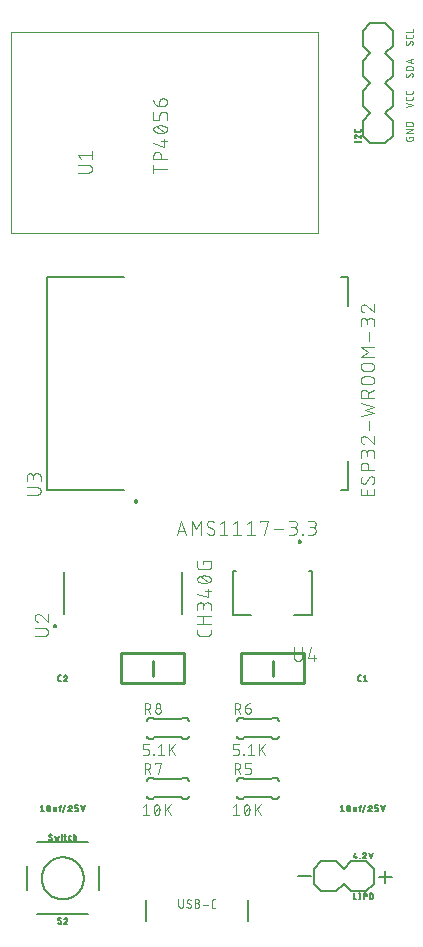
<source format=gto>
G75*
%MOIN*%
%OFA0B0*%
%FSLAX25Y25*%
%IPPOS*%
%LPD*%
%AMOC8*
5,1,8,0,0,1.08239X$1,22.5*
%
%ADD10C,0.00600*%
%ADD11C,0.00200*%
%ADD12C,0.00500*%
%ADD13C,0.01000*%
%ADD14C,0.00800*%
%ADD15C,0.00400*%
%ADD16C,0.00394*%
%ADD17C,0.00787*%
D10*
X0063510Y0058520D02*
X0064510Y0058520D01*
X0065010Y0059020D01*
X0074010Y0059020D01*
X0074510Y0058520D01*
X0075510Y0058520D01*
X0075570Y0058522D01*
X0075631Y0058527D01*
X0075690Y0058536D01*
X0075749Y0058549D01*
X0075808Y0058565D01*
X0075865Y0058585D01*
X0075920Y0058608D01*
X0075975Y0058635D01*
X0076027Y0058664D01*
X0076078Y0058697D01*
X0076127Y0058733D01*
X0076173Y0058771D01*
X0076217Y0058813D01*
X0076259Y0058857D01*
X0076297Y0058903D01*
X0076333Y0058952D01*
X0076366Y0059003D01*
X0076395Y0059055D01*
X0076422Y0059110D01*
X0076445Y0059165D01*
X0076465Y0059222D01*
X0076481Y0059281D01*
X0076494Y0059340D01*
X0076503Y0059399D01*
X0076508Y0059460D01*
X0076510Y0059520D01*
X0076510Y0064520D02*
X0076508Y0064580D01*
X0076503Y0064641D01*
X0076494Y0064700D01*
X0076481Y0064759D01*
X0076465Y0064818D01*
X0076445Y0064875D01*
X0076422Y0064930D01*
X0076395Y0064985D01*
X0076366Y0065037D01*
X0076333Y0065088D01*
X0076297Y0065137D01*
X0076259Y0065183D01*
X0076217Y0065227D01*
X0076173Y0065269D01*
X0076127Y0065307D01*
X0076078Y0065343D01*
X0076027Y0065376D01*
X0075975Y0065405D01*
X0075920Y0065432D01*
X0075865Y0065455D01*
X0075808Y0065475D01*
X0075749Y0065491D01*
X0075690Y0065504D01*
X0075631Y0065513D01*
X0075570Y0065518D01*
X0075510Y0065520D01*
X0074510Y0065520D01*
X0074010Y0065020D01*
X0065010Y0065020D01*
X0064510Y0065520D01*
X0063510Y0065520D01*
X0063450Y0065518D01*
X0063389Y0065513D01*
X0063330Y0065504D01*
X0063271Y0065491D01*
X0063212Y0065475D01*
X0063155Y0065455D01*
X0063100Y0065432D01*
X0063045Y0065405D01*
X0062993Y0065376D01*
X0062942Y0065343D01*
X0062893Y0065307D01*
X0062847Y0065269D01*
X0062803Y0065227D01*
X0062761Y0065183D01*
X0062723Y0065137D01*
X0062687Y0065088D01*
X0062654Y0065037D01*
X0062625Y0064985D01*
X0062598Y0064930D01*
X0062575Y0064875D01*
X0062555Y0064818D01*
X0062539Y0064759D01*
X0062526Y0064700D01*
X0062517Y0064641D01*
X0062512Y0064580D01*
X0062510Y0064520D01*
X0062510Y0059520D02*
X0062512Y0059460D01*
X0062517Y0059399D01*
X0062526Y0059340D01*
X0062539Y0059281D01*
X0062555Y0059222D01*
X0062575Y0059165D01*
X0062598Y0059110D01*
X0062625Y0059055D01*
X0062654Y0059003D01*
X0062687Y0058952D01*
X0062723Y0058903D01*
X0062761Y0058857D01*
X0062803Y0058813D01*
X0062847Y0058771D01*
X0062893Y0058733D01*
X0062942Y0058697D01*
X0062993Y0058664D01*
X0063045Y0058635D01*
X0063100Y0058608D01*
X0063155Y0058585D01*
X0063212Y0058565D01*
X0063271Y0058549D01*
X0063330Y0058536D01*
X0063389Y0058527D01*
X0063450Y0058522D01*
X0063510Y0058520D01*
X0063510Y0078520D02*
X0064510Y0078520D01*
X0065010Y0079020D01*
X0074010Y0079020D01*
X0074510Y0078520D01*
X0075510Y0078520D01*
X0075570Y0078522D01*
X0075631Y0078527D01*
X0075690Y0078536D01*
X0075749Y0078549D01*
X0075808Y0078565D01*
X0075865Y0078585D01*
X0075920Y0078608D01*
X0075975Y0078635D01*
X0076027Y0078664D01*
X0076078Y0078697D01*
X0076127Y0078733D01*
X0076173Y0078771D01*
X0076217Y0078813D01*
X0076259Y0078857D01*
X0076297Y0078903D01*
X0076333Y0078952D01*
X0076366Y0079003D01*
X0076395Y0079055D01*
X0076422Y0079110D01*
X0076445Y0079165D01*
X0076465Y0079222D01*
X0076481Y0079281D01*
X0076494Y0079340D01*
X0076503Y0079399D01*
X0076508Y0079460D01*
X0076510Y0079520D01*
X0076510Y0084520D02*
X0076508Y0084580D01*
X0076503Y0084641D01*
X0076494Y0084700D01*
X0076481Y0084759D01*
X0076465Y0084818D01*
X0076445Y0084875D01*
X0076422Y0084930D01*
X0076395Y0084985D01*
X0076366Y0085037D01*
X0076333Y0085088D01*
X0076297Y0085137D01*
X0076259Y0085183D01*
X0076217Y0085227D01*
X0076173Y0085269D01*
X0076127Y0085307D01*
X0076078Y0085343D01*
X0076027Y0085376D01*
X0075975Y0085405D01*
X0075920Y0085432D01*
X0075865Y0085455D01*
X0075808Y0085475D01*
X0075749Y0085491D01*
X0075690Y0085504D01*
X0075631Y0085513D01*
X0075570Y0085518D01*
X0075510Y0085520D01*
X0074510Y0085520D01*
X0074010Y0085020D01*
X0065010Y0085020D01*
X0064510Y0085520D01*
X0063510Y0085520D01*
X0063450Y0085518D01*
X0063389Y0085513D01*
X0063330Y0085504D01*
X0063271Y0085491D01*
X0063212Y0085475D01*
X0063155Y0085455D01*
X0063100Y0085432D01*
X0063045Y0085405D01*
X0062993Y0085376D01*
X0062942Y0085343D01*
X0062893Y0085307D01*
X0062847Y0085269D01*
X0062803Y0085227D01*
X0062761Y0085183D01*
X0062723Y0085137D01*
X0062687Y0085088D01*
X0062654Y0085037D01*
X0062625Y0084985D01*
X0062598Y0084930D01*
X0062575Y0084875D01*
X0062555Y0084818D01*
X0062539Y0084759D01*
X0062526Y0084700D01*
X0062517Y0084641D01*
X0062512Y0084580D01*
X0062510Y0084520D01*
X0062510Y0079520D02*
X0062512Y0079460D01*
X0062517Y0079399D01*
X0062526Y0079340D01*
X0062539Y0079281D01*
X0062555Y0079222D01*
X0062575Y0079165D01*
X0062598Y0079110D01*
X0062625Y0079055D01*
X0062654Y0079003D01*
X0062687Y0078952D01*
X0062723Y0078903D01*
X0062761Y0078857D01*
X0062803Y0078813D01*
X0062847Y0078771D01*
X0062893Y0078733D01*
X0062942Y0078697D01*
X0062993Y0078664D01*
X0063045Y0078635D01*
X0063100Y0078608D01*
X0063155Y0078585D01*
X0063212Y0078565D01*
X0063271Y0078549D01*
X0063330Y0078536D01*
X0063389Y0078527D01*
X0063450Y0078522D01*
X0063510Y0078520D01*
X0093510Y0078520D02*
X0094510Y0078520D01*
X0095010Y0079020D01*
X0104010Y0079020D01*
X0104510Y0078520D01*
X0105510Y0078520D01*
X0105570Y0078522D01*
X0105631Y0078527D01*
X0105690Y0078536D01*
X0105749Y0078549D01*
X0105808Y0078565D01*
X0105865Y0078585D01*
X0105920Y0078608D01*
X0105975Y0078635D01*
X0106027Y0078664D01*
X0106078Y0078697D01*
X0106127Y0078733D01*
X0106173Y0078771D01*
X0106217Y0078813D01*
X0106259Y0078857D01*
X0106297Y0078903D01*
X0106333Y0078952D01*
X0106366Y0079003D01*
X0106395Y0079055D01*
X0106422Y0079110D01*
X0106445Y0079165D01*
X0106465Y0079222D01*
X0106481Y0079281D01*
X0106494Y0079340D01*
X0106503Y0079399D01*
X0106508Y0079460D01*
X0106510Y0079520D01*
X0106510Y0084520D02*
X0106508Y0084580D01*
X0106503Y0084641D01*
X0106494Y0084700D01*
X0106481Y0084759D01*
X0106465Y0084818D01*
X0106445Y0084875D01*
X0106422Y0084930D01*
X0106395Y0084985D01*
X0106366Y0085037D01*
X0106333Y0085088D01*
X0106297Y0085137D01*
X0106259Y0085183D01*
X0106217Y0085227D01*
X0106173Y0085269D01*
X0106127Y0085307D01*
X0106078Y0085343D01*
X0106027Y0085376D01*
X0105975Y0085405D01*
X0105920Y0085432D01*
X0105865Y0085455D01*
X0105808Y0085475D01*
X0105749Y0085491D01*
X0105690Y0085504D01*
X0105631Y0085513D01*
X0105570Y0085518D01*
X0105510Y0085520D01*
X0104510Y0085520D01*
X0104010Y0085020D01*
X0095010Y0085020D01*
X0094510Y0085520D01*
X0093510Y0085520D01*
X0093450Y0085518D01*
X0093389Y0085513D01*
X0093330Y0085504D01*
X0093271Y0085491D01*
X0093212Y0085475D01*
X0093155Y0085455D01*
X0093100Y0085432D01*
X0093045Y0085405D01*
X0092993Y0085376D01*
X0092942Y0085343D01*
X0092893Y0085307D01*
X0092847Y0085269D01*
X0092803Y0085227D01*
X0092761Y0085183D01*
X0092723Y0085137D01*
X0092687Y0085088D01*
X0092654Y0085037D01*
X0092625Y0084985D01*
X0092598Y0084930D01*
X0092575Y0084875D01*
X0092555Y0084818D01*
X0092539Y0084759D01*
X0092526Y0084700D01*
X0092517Y0084641D01*
X0092512Y0084580D01*
X0092510Y0084520D01*
X0092510Y0079520D02*
X0092512Y0079460D01*
X0092517Y0079399D01*
X0092526Y0079340D01*
X0092539Y0079281D01*
X0092555Y0079222D01*
X0092575Y0079165D01*
X0092598Y0079110D01*
X0092625Y0079055D01*
X0092654Y0079003D01*
X0092687Y0078952D01*
X0092723Y0078903D01*
X0092761Y0078857D01*
X0092803Y0078813D01*
X0092847Y0078771D01*
X0092893Y0078733D01*
X0092942Y0078697D01*
X0092993Y0078664D01*
X0093045Y0078635D01*
X0093100Y0078608D01*
X0093155Y0078585D01*
X0093212Y0078565D01*
X0093271Y0078549D01*
X0093330Y0078536D01*
X0093389Y0078527D01*
X0093450Y0078522D01*
X0093510Y0078520D01*
X0093510Y0065520D02*
X0094510Y0065520D01*
X0095010Y0065020D01*
X0104010Y0065020D01*
X0104510Y0065520D01*
X0105510Y0065520D01*
X0105570Y0065518D01*
X0105631Y0065513D01*
X0105690Y0065504D01*
X0105749Y0065491D01*
X0105808Y0065475D01*
X0105865Y0065455D01*
X0105920Y0065432D01*
X0105975Y0065405D01*
X0106027Y0065376D01*
X0106078Y0065343D01*
X0106127Y0065307D01*
X0106173Y0065269D01*
X0106217Y0065227D01*
X0106259Y0065183D01*
X0106297Y0065137D01*
X0106333Y0065088D01*
X0106366Y0065037D01*
X0106395Y0064985D01*
X0106422Y0064930D01*
X0106445Y0064875D01*
X0106465Y0064818D01*
X0106481Y0064759D01*
X0106494Y0064700D01*
X0106503Y0064641D01*
X0106508Y0064580D01*
X0106510Y0064520D01*
X0106510Y0059520D02*
X0106508Y0059460D01*
X0106503Y0059399D01*
X0106494Y0059340D01*
X0106481Y0059281D01*
X0106465Y0059222D01*
X0106445Y0059165D01*
X0106422Y0059110D01*
X0106395Y0059055D01*
X0106366Y0059003D01*
X0106333Y0058952D01*
X0106297Y0058903D01*
X0106259Y0058857D01*
X0106217Y0058813D01*
X0106173Y0058771D01*
X0106127Y0058733D01*
X0106078Y0058697D01*
X0106027Y0058664D01*
X0105975Y0058635D01*
X0105920Y0058608D01*
X0105865Y0058585D01*
X0105808Y0058565D01*
X0105749Y0058549D01*
X0105690Y0058536D01*
X0105631Y0058527D01*
X0105570Y0058522D01*
X0105510Y0058520D01*
X0104510Y0058520D01*
X0104010Y0059020D01*
X0095010Y0059020D01*
X0094510Y0058520D01*
X0093510Y0058520D01*
X0093450Y0058522D01*
X0093389Y0058527D01*
X0093330Y0058536D01*
X0093271Y0058549D01*
X0093212Y0058565D01*
X0093155Y0058585D01*
X0093100Y0058608D01*
X0093045Y0058635D01*
X0092993Y0058664D01*
X0092942Y0058697D01*
X0092893Y0058733D01*
X0092847Y0058771D01*
X0092803Y0058813D01*
X0092761Y0058857D01*
X0092723Y0058903D01*
X0092687Y0058952D01*
X0092654Y0059003D01*
X0092625Y0059055D01*
X0092598Y0059110D01*
X0092575Y0059165D01*
X0092555Y0059222D01*
X0092539Y0059281D01*
X0092526Y0059340D01*
X0092517Y0059399D01*
X0092512Y0059460D01*
X0092510Y0059520D01*
X0092510Y0064520D02*
X0092512Y0064580D01*
X0092517Y0064641D01*
X0092526Y0064700D01*
X0092539Y0064759D01*
X0092555Y0064818D01*
X0092575Y0064875D01*
X0092598Y0064930D01*
X0092625Y0064985D01*
X0092654Y0065037D01*
X0092687Y0065088D01*
X0092723Y0065137D01*
X0092761Y0065183D01*
X0092803Y0065227D01*
X0092847Y0065269D01*
X0092893Y0065307D01*
X0092942Y0065343D01*
X0092993Y0065376D01*
X0093045Y0065405D01*
X0093100Y0065432D01*
X0093155Y0065455D01*
X0093212Y0065475D01*
X0093271Y0065491D01*
X0093330Y0065504D01*
X0093389Y0065513D01*
X0093450Y0065518D01*
X0093510Y0065520D01*
X0113080Y0032839D02*
X0117347Y0032839D01*
X0139948Y0032423D02*
X0144214Y0032423D01*
X0142081Y0030290D02*
X0142081Y0034557D01*
D11*
X0085364Y0024970D02*
X0084741Y0024970D01*
X0084692Y0024968D01*
X0084644Y0024962D01*
X0084596Y0024953D01*
X0084549Y0024940D01*
X0084503Y0024923D01*
X0084459Y0024902D01*
X0084416Y0024878D01*
X0084375Y0024851D01*
X0084337Y0024821D01*
X0084301Y0024788D01*
X0084268Y0024752D01*
X0084238Y0024714D01*
X0084211Y0024673D01*
X0084187Y0024630D01*
X0084166Y0024586D01*
X0084149Y0024540D01*
X0084136Y0024493D01*
X0084127Y0024445D01*
X0084121Y0024397D01*
X0084119Y0024348D01*
X0084119Y0022792D01*
X0084121Y0022743D01*
X0084127Y0022695D01*
X0084136Y0022647D01*
X0084149Y0022600D01*
X0084166Y0022554D01*
X0084187Y0022510D01*
X0084211Y0022467D01*
X0084238Y0022426D01*
X0084268Y0022388D01*
X0084301Y0022352D01*
X0084337Y0022319D01*
X0084375Y0022289D01*
X0084416Y0022262D01*
X0084459Y0022238D01*
X0084503Y0022217D01*
X0084549Y0022200D01*
X0084596Y0022187D01*
X0084644Y0022178D01*
X0084692Y0022172D01*
X0084741Y0022170D01*
X0085364Y0022170D01*
X0082957Y0023259D02*
X0081091Y0023259D01*
X0079271Y0023726D02*
X0079327Y0023724D01*
X0079382Y0023718D01*
X0079436Y0023708D01*
X0079490Y0023694D01*
X0079543Y0023677D01*
X0079594Y0023656D01*
X0079644Y0023631D01*
X0079692Y0023602D01*
X0079737Y0023571D01*
X0079780Y0023536D01*
X0079821Y0023498D01*
X0079859Y0023457D01*
X0079894Y0023414D01*
X0079925Y0023369D01*
X0079954Y0023321D01*
X0079979Y0023271D01*
X0080000Y0023220D01*
X0080017Y0023167D01*
X0080031Y0023113D01*
X0080041Y0023059D01*
X0080047Y0023004D01*
X0080049Y0022948D01*
X0080047Y0022892D01*
X0080041Y0022837D01*
X0080031Y0022783D01*
X0080017Y0022729D01*
X0080000Y0022676D01*
X0079979Y0022625D01*
X0079954Y0022575D01*
X0079925Y0022527D01*
X0079894Y0022482D01*
X0079859Y0022439D01*
X0079821Y0022398D01*
X0079780Y0022360D01*
X0079737Y0022325D01*
X0079692Y0022294D01*
X0079644Y0022265D01*
X0079594Y0022240D01*
X0079543Y0022219D01*
X0079490Y0022202D01*
X0079436Y0022188D01*
X0079382Y0022178D01*
X0079327Y0022172D01*
X0079271Y0022170D01*
X0078493Y0022170D01*
X0078493Y0024970D01*
X0079271Y0024970D01*
X0079320Y0024968D01*
X0079368Y0024962D01*
X0079416Y0024953D01*
X0079463Y0024940D01*
X0079509Y0024923D01*
X0079553Y0024902D01*
X0079596Y0024878D01*
X0079637Y0024851D01*
X0079675Y0024821D01*
X0079711Y0024788D01*
X0079744Y0024752D01*
X0079774Y0024714D01*
X0079801Y0024673D01*
X0079825Y0024630D01*
X0079846Y0024586D01*
X0079863Y0024540D01*
X0079876Y0024493D01*
X0079885Y0024445D01*
X0079891Y0024397D01*
X0079893Y0024348D01*
X0079891Y0024299D01*
X0079885Y0024251D01*
X0079876Y0024203D01*
X0079863Y0024156D01*
X0079846Y0024110D01*
X0079825Y0024066D01*
X0079801Y0024023D01*
X0079774Y0023982D01*
X0079744Y0023944D01*
X0079711Y0023908D01*
X0079675Y0023875D01*
X0079637Y0023845D01*
X0079596Y0023818D01*
X0079553Y0023794D01*
X0079509Y0023773D01*
X0079463Y0023756D01*
X0079416Y0023743D01*
X0079368Y0023734D01*
X0079320Y0023728D01*
X0079271Y0023726D01*
X0078493Y0023726D01*
X0077001Y0023337D02*
X0076145Y0023803D01*
X0076456Y0024970D02*
X0076519Y0024968D01*
X0076581Y0024963D01*
X0076643Y0024955D01*
X0076704Y0024943D01*
X0076765Y0024928D01*
X0076825Y0024910D01*
X0076884Y0024889D01*
X0076941Y0024864D01*
X0076998Y0024837D01*
X0077052Y0024806D01*
X0077105Y0024773D01*
X0077156Y0024737D01*
X0076145Y0023804D02*
X0076106Y0023829D01*
X0076068Y0023857D01*
X0076033Y0023888D01*
X0076000Y0023921D01*
X0075970Y0023957D01*
X0075942Y0023995D01*
X0075917Y0024034D01*
X0075896Y0024076D01*
X0075877Y0024119D01*
X0075862Y0024163D01*
X0075850Y0024209D01*
X0075841Y0024255D01*
X0075836Y0024301D01*
X0075834Y0024348D01*
X0075836Y0024397D01*
X0075842Y0024445D01*
X0075851Y0024493D01*
X0075864Y0024540D01*
X0075881Y0024586D01*
X0075902Y0024630D01*
X0075926Y0024673D01*
X0075953Y0024714D01*
X0075983Y0024752D01*
X0076016Y0024788D01*
X0076052Y0024821D01*
X0076090Y0024851D01*
X0076131Y0024878D01*
X0076174Y0024902D01*
X0076218Y0024923D01*
X0076264Y0024940D01*
X0076311Y0024953D01*
X0076359Y0024962D01*
X0076407Y0024968D01*
X0076456Y0024970D01*
X0075757Y0022559D02*
X0075807Y0022511D01*
X0075859Y0022466D01*
X0075914Y0022424D01*
X0075971Y0022384D01*
X0076030Y0022348D01*
X0076091Y0022315D01*
X0076153Y0022285D01*
X0076217Y0022258D01*
X0076282Y0022235D01*
X0076348Y0022215D01*
X0076415Y0022199D01*
X0076483Y0022186D01*
X0076552Y0022177D01*
X0076621Y0022172D01*
X0076690Y0022170D01*
X0076739Y0022172D01*
X0076787Y0022178D01*
X0076835Y0022187D01*
X0076882Y0022200D01*
X0076928Y0022217D01*
X0076972Y0022238D01*
X0077015Y0022262D01*
X0077056Y0022289D01*
X0077094Y0022319D01*
X0077130Y0022352D01*
X0077163Y0022388D01*
X0077193Y0022426D01*
X0077220Y0022467D01*
X0077244Y0022510D01*
X0077265Y0022554D01*
X0077282Y0022600D01*
X0077295Y0022647D01*
X0077304Y0022695D01*
X0077310Y0022743D01*
X0077312Y0022792D01*
X0077310Y0022839D01*
X0077305Y0022885D01*
X0077296Y0022931D01*
X0077284Y0022977D01*
X0077269Y0023021D01*
X0077250Y0023064D01*
X0077229Y0023106D01*
X0077204Y0023145D01*
X0077176Y0023183D01*
X0077146Y0023219D01*
X0077113Y0023252D01*
X0077078Y0023283D01*
X0077040Y0023311D01*
X0077001Y0023336D01*
X0074612Y0022948D02*
X0074612Y0024970D01*
X0073056Y0024970D02*
X0073056Y0022948D01*
X0073058Y0022892D01*
X0073064Y0022837D01*
X0073074Y0022783D01*
X0073088Y0022729D01*
X0073105Y0022676D01*
X0073126Y0022625D01*
X0073151Y0022575D01*
X0073180Y0022527D01*
X0073211Y0022482D01*
X0073246Y0022439D01*
X0073284Y0022398D01*
X0073325Y0022360D01*
X0073368Y0022325D01*
X0073413Y0022294D01*
X0073461Y0022265D01*
X0073511Y0022240D01*
X0073562Y0022219D01*
X0073615Y0022202D01*
X0073669Y0022188D01*
X0073723Y0022178D01*
X0073778Y0022172D01*
X0073834Y0022170D01*
X0073890Y0022172D01*
X0073945Y0022178D01*
X0073999Y0022188D01*
X0074053Y0022202D01*
X0074106Y0022219D01*
X0074157Y0022240D01*
X0074207Y0022265D01*
X0074255Y0022294D01*
X0074300Y0022325D01*
X0074343Y0022360D01*
X0074384Y0022398D01*
X0074422Y0022439D01*
X0074457Y0022482D01*
X0074488Y0022527D01*
X0074517Y0022575D01*
X0074542Y0022625D01*
X0074563Y0022676D01*
X0074580Y0022729D01*
X0074594Y0022783D01*
X0074604Y0022837D01*
X0074610Y0022892D01*
X0074612Y0022948D01*
X0149303Y0277920D02*
X0150637Y0277920D01*
X0150681Y0277922D01*
X0150725Y0277927D01*
X0150768Y0277936D01*
X0150810Y0277949D01*
X0150851Y0277965D01*
X0150891Y0277984D01*
X0150929Y0278007D01*
X0150964Y0278032D01*
X0150998Y0278061D01*
X0151029Y0278092D01*
X0151058Y0278126D01*
X0151083Y0278161D01*
X0151106Y0278199D01*
X0151125Y0278239D01*
X0151141Y0278280D01*
X0151154Y0278322D01*
X0151163Y0278365D01*
X0151168Y0278409D01*
X0151170Y0278453D01*
X0151170Y0279253D01*
X0149837Y0279253D01*
X0149837Y0278853D01*
X0149303Y0277920D02*
X0149259Y0277922D01*
X0149215Y0277927D01*
X0149172Y0277936D01*
X0149130Y0277949D01*
X0149089Y0277965D01*
X0149049Y0277984D01*
X0149011Y0278007D01*
X0148976Y0278032D01*
X0148942Y0278061D01*
X0148911Y0278092D01*
X0148882Y0278126D01*
X0148857Y0278161D01*
X0148834Y0278199D01*
X0148815Y0278239D01*
X0148799Y0278280D01*
X0148786Y0278322D01*
X0148777Y0278365D01*
X0148772Y0278409D01*
X0148770Y0278453D01*
X0148770Y0279253D01*
X0148770Y0280416D02*
X0151170Y0281749D01*
X0148770Y0281749D01*
X0148770Y0282912D02*
X0148770Y0283579D01*
X0148772Y0283629D01*
X0148777Y0283678D01*
X0148787Y0283727D01*
X0148800Y0283776D01*
X0148816Y0283823D01*
X0148836Y0283868D01*
X0148859Y0283913D01*
X0148886Y0283955D01*
X0148916Y0283995D01*
X0148948Y0284033D01*
X0148983Y0284068D01*
X0149021Y0284100D01*
X0149061Y0284130D01*
X0149104Y0284157D01*
X0149148Y0284180D01*
X0149193Y0284200D01*
X0149240Y0284216D01*
X0149289Y0284229D01*
X0149338Y0284239D01*
X0149387Y0284244D01*
X0149437Y0284246D01*
X0149437Y0284245D02*
X0150503Y0284245D01*
X0150503Y0284246D02*
X0150553Y0284244D01*
X0150602Y0284239D01*
X0150651Y0284229D01*
X0150700Y0284216D01*
X0150747Y0284200D01*
X0150792Y0284180D01*
X0150837Y0284157D01*
X0150879Y0284130D01*
X0150919Y0284100D01*
X0150957Y0284068D01*
X0150992Y0284033D01*
X0151024Y0283995D01*
X0151054Y0283955D01*
X0151081Y0283913D01*
X0151104Y0283868D01*
X0151124Y0283823D01*
X0151140Y0283776D01*
X0151153Y0283727D01*
X0151163Y0283678D01*
X0151168Y0283629D01*
X0151170Y0283579D01*
X0151170Y0282912D01*
X0148770Y0282912D01*
X0148770Y0280416D02*
X0151170Y0280416D01*
X0148770Y0288941D02*
X0151170Y0289741D01*
X0148770Y0290541D01*
X0149303Y0291407D02*
X0150637Y0291407D01*
X0150637Y0291408D02*
X0150681Y0291410D01*
X0150725Y0291415D01*
X0150768Y0291424D01*
X0150810Y0291437D01*
X0150851Y0291453D01*
X0150891Y0291472D01*
X0150929Y0291495D01*
X0150964Y0291520D01*
X0150998Y0291549D01*
X0151029Y0291580D01*
X0151058Y0291614D01*
X0151083Y0291649D01*
X0151106Y0291687D01*
X0151125Y0291727D01*
X0151141Y0291768D01*
X0151154Y0291810D01*
X0151163Y0291853D01*
X0151168Y0291897D01*
X0151170Y0291941D01*
X0151170Y0292474D01*
X0150637Y0293357D02*
X0149303Y0293357D01*
X0149303Y0293358D02*
X0149259Y0293360D01*
X0149215Y0293365D01*
X0149172Y0293374D01*
X0149130Y0293387D01*
X0149089Y0293403D01*
X0149049Y0293422D01*
X0149011Y0293445D01*
X0148976Y0293470D01*
X0148942Y0293499D01*
X0148911Y0293530D01*
X0148882Y0293564D01*
X0148857Y0293599D01*
X0148834Y0293637D01*
X0148815Y0293677D01*
X0148799Y0293718D01*
X0148786Y0293760D01*
X0148777Y0293803D01*
X0148772Y0293847D01*
X0148770Y0293891D01*
X0148770Y0294424D01*
X0150637Y0293358D02*
X0150681Y0293360D01*
X0150725Y0293365D01*
X0150768Y0293374D01*
X0150810Y0293387D01*
X0150851Y0293403D01*
X0150891Y0293422D01*
X0150929Y0293445D01*
X0150964Y0293470D01*
X0150998Y0293499D01*
X0151029Y0293530D01*
X0151058Y0293564D01*
X0151083Y0293599D01*
X0151106Y0293637D01*
X0151125Y0293677D01*
X0151141Y0293718D01*
X0151154Y0293760D01*
X0151163Y0293803D01*
X0151168Y0293847D01*
X0151170Y0293891D01*
X0151170Y0294424D01*
X0148770Y0291941D02*
X0148772Y0291897D01*
X0148777Y0291853D01*
X0148786Y0291810D01*
X0148799Y0291768D01*
X0148815Y0291727D01*
X0148834Y0291687D01*
X0148857Y0291649D01*
X0148882Y0291614D01*
X0148911Y0291580D01*
X0148942Y0291549D01*
X0148976Y0291520D01*
X0149011Y0291495D01*
X0149049Y0291472D01*
X0149089Y0291453D01*
X0149130Y0291437D01*
X0149172Y0291424D01*
X0149215Y0291415D01*
X0149259Y0291410D01*
X0149303Y0291408D01*
X0148770Y0291941D02*
X0148770Y0292474D01*
X0149770Y0299313D02*
X0150170Y0300047D01*
X0151170Y0299780D02*
X0151168Y0299716D01*
X0151163Y0299653D01*
X0151154Y0299590D01*
X0151141Y0299528D01*
X0151125Y0299466D01*
X0151106Y0299406D01*
X0151083Y0299347D01*
X0151057Y0299289D01*
X0151028Y0299232D01*
X0150995Y0299178D01*
X0150960Y0299125D01*
X0150922Y0299074D01*
X0150880Y0299026D01*
X0150837Y0298980D01*
X0150170Y0300046D02*
X0150193Y0300083D01*
X0150220Y0300117D01*
X0150249Y0300149D01*
X0150280Y0300179D01*
X0150314Y0300206D01*
X0150350Y0300230D01*
X0150387Y0300252D01*
X0150426Y0300270D01*
X0150467Y0300286D01*
X0150508Y0300298D01*
X0150551Y0300306D01*
X0150594Y0300311D01*
X0150637Y0300313D01*
X0150681Y0300311D01*
X0150725Y0300306D01*
X0150768Y0300297D01*
X0150810Y0300284D01*
X0150851Y0300268D01*
X0150891Y0300249D01*
X0150929Y0300226D01*
X0150964Y0300201D01*
X0150998Y0300172D01*
X0151029Y0300141D01*
X0151058Y0300107D01*
X0151083Y0300072D01*
X0151106Y0300034D01*
X0151125Y0299994D01*
X0151141Y0299953D01*
X0151154Y0299911D01*
X0151163Y0299868D01*
X0151168Y0299824D01*
X0151170Y0299780D01*
X0148970Y0300180D02*
X0148936Y0300132D01*
X0148905Y0300083D01*
X0148878Y0300031D01*
X0148853Y0299978D01*
X0148831Y0299924D01*
X0148812Y0299868D01*
X0148797Y0299812D01*
X0148785Y0299755D01*
X0148777Y0299697D01*
X0148772Y0299638D01*
X0148770Y0299580D01*
X0148772Y0299536D01*
X0148777Y0299492D01*
X0148786Y0299449D01*
X0148799Y0299407D01*
X0148815Y0299366D01*
X0148834Y0299326D01*
X0148857Y0299288D01*
X0148882Y0299253D01*
X0148911Y0299219D01*
X0148942Y0299188D01*
X0148976Y0299159D01*
X0149011Y0299134D01*
X0149049Y0299111D01*
X0149089Y0299092D01*
X0149130Y0299076D01*
X0149172Y0299063D01*
X0149215Y0299054D01*
X0149259Y0299049D01*
X0149303Y0299047D01*
X0149303Y0299046D02*
X0149346Y0299048D01*
X0149389Y0299053D01*
X0149432Y0299061D01*
X0149473Y0299073D01*
X0149514Y0299089D01*
X0149553Y0299107D01*
X0149590Y0299129D01*
X0149626Y0299153D01*
X0149660Y0299180D01*
X0149691Y0299210D01*
X0149720Y0299242D01*
X0149747Y0299276D01*
X0149770Y0299313D01*
X0148770Y0301320D02*
X0148770Y0301987D01*
X0148772Y0302037D01*
X0148777Y0302086D01*
X0148787Y0302135D01*
X0148800Y0302184D01*
X0148816Y0302231D01*
X0148836Y0302276D01*
X0148859Y0302321D01*
X0148886Y0302363D01*
X0148916Y0302403D01*
X0148948Y0302441D01*
X0148983Y0302476D01*
X0149021Y0302508D01*
X0149061Y0302538D01*
X0149104Y0302565D01*
X0149148Y0302588D01*
X0149193Y0302608D01*
X0149240Y0302624D01*
X0149289Y0302637D01*
X0149338Y0302647D01*
X0149387Y0302652D01*
X0149437Y0302654D01*
X0149437Y0302653D02*
X0150503Y0302653D01*
X0150503Y0302654D02*
X0150553Y0302652D01*
X0150602Y0302647D01*
X0150651Y0302637D01*
X0150700Y0302624D01*
X0150747Y0302608D01*
X0150792Y0302588D01*
X0150837Y0302565D01*
X0150879Y0302538D01*
X0150919Y0302508D01*
X0150957Y0302476D01*
X0150992Y0302441D01*
X0151024Y0302403D01*
X0151054Y0302363D01*
X0151081Y0302321D01*
X0151104Y0302276D01*
X0151124Y0302231D01*
X0151140Y0302184D01*
X0151153Y0302135D01*
X0151163Y0302086D01*
X0151168Y0302037D01*
X0151170Y0301987D01*
X0151170Y0301320D01*
X0148770Y0301320D01*
X0150570Y0303805D02*
X0150570Y0305005D01*
X0151170Y0305205D02*
X0148770Y0304405D01*
X0151170Y0303605D01*
X0149770Y0310077D02*
X0150170Y0310810D01*
X0151170Y0310544D02*
X0151168Y0310480D01*
X0151163Y0310417D01*
X0151154Y0310354D01*
X0151141Y0310292D01*
X0151125Y0310230D01*
X0151106Y0310170D01*
X0151083Y0310111D01*
X0151057Y0310053D01*
X0151028Y0309996D01*
X0150995Y0309942D01*
X0150960Y0309889D01*
X0150922Y0309838D01*
X0150880Y0309790D01*
X0150837Y0309744D01*
X0150170Y0310810D02*
X0150193Y0310847D01*
X0150220Y0310881D01*
X0150249Y0310913D01*
X0150280Y0310943D01*
X0150314Y0310970D01*
X0150350Y0310994D01*
X0150387Y0311016D01*
X0150426Y0311034D01*
X0150467Y0311050D01*
X0150508Y0311062D01*
X0150551Y0311070D01*
X0150594Y0311075D01*
X0150637Y0311077D01*
X0150681Y0311075D01*
X0150725Y0311070D01*
X0150768Y0311061D01*
X0150810Y0311048D01*
X0150851Y0311032D01*
X0150891Y0311013D01*
X0150929Y0310990D01*
X0150964Y0310965D01*
X0150998Y0310936D01*
X0151029Y0310905D01*
X0151058Y0310871D01*
X0151083Y0310836D01*
X0151106Y0310798D01*
X0151125Y0310758D01*
X0151141Y0310717D01*
X0151154Y0310675D01*
X0151163Y0310632D01*
X0151168Y0310588D01*
X0151170Y0310544D01*
X0148970Y0310944D02*
X0148936Y0310896D01*
X0148905Y0310847D01*
X0148878Y0310795D01*
X0148853Y0310742D01*
X0148831Y0310688D01*
X0148812Y0310632D01*
X0148797Y0310576D01*
X0148785Y0310519D01*
X0148777Y0310461D01*
X0148772Y0310402D01*
X0148770Y0310344D01*
X0148772Y0310300D01*
X0148777Y0310256D01*
X0148786Y0310213D01*
X0148799Y0310171D01*
X0148815Y0310130D01*
X0148834Y0310090D01*
X0148857Y0310052D01*
X0148882Y0310017D01*
X0148911Y0309983D01*
X0148942Y0309952D01*
X0148976Y0309923D01*
X0149011Y0309898D01*
X0149049Y0309875D01*
X0149089Y0309856D01*
X0149130Y0309840D01*
X0149172Y0309827D01*
X0149215Y0309818D01*
X0149259Y0309813D01*
X0149303Y0309811D01*
X0149303Y0309810D02*
X0149346Y0309812D01*
X0149389Y0309817D01*
X0149432Y0309825D01*
X0149473Y0309837D01*
X0149514Y0309853D01*
X0149553Y0309871D01*
X0149590Y0309893D01*
X0149626Y0309917D01*
X0149660Y0309944D01*
X0149691Y0309974D01*
X0149720Y0310006D01*
X0149747Y0310040D01*
X0149770Y0310077D01*
X0149303Y0311999D02*
X0150637Y0311999D01*
X0150681Y0312001D01*
X0150725Y0312006D01*
X0150768Y0312015D01*
X0150810Y0312028D01*
X0150851Y0312044D01*
X0150891Y0312063D01*
X0150929Y0312086D01*
X0150964Y0312111D01*
X0150998Y0312140D01*
X0151029Y0312171D01*
X0151058Y0312205D01*
X0151083Y0312240D01*
X0151106Y0312278D01*
X0151125Y0312318D01*
X0151141Y0312359D01*
X0151154Y0312401D01*
X0151163Y0312444D01*
X0151168Y0312488D01*
X0151170Y0312532D01*
X0151170Y0313066D01*
X0151170Y0314038D02*
X0151170Y0315105D01*
X0151170Y0314038D02*
X0148770Y0314038D01*
X0148770Y0313066D02*
X0148770Y0312532D01*
X0148772Y0312488D01*
X0148777Y0312444D01*
X0148786Y0312401D01*
X0148799Y0312359D01*
X0148815Y0312318D01*
X0148834Y0312278D01*
X0148857Y0312240D01*
X0148882Y0312205D01*
X0148911Y0312171D01*
X0148942Y0312140D01*
X0148976Y0312111D01*
X0149011Y0312086D01*
X0149049Y0312063D01*
X0149089Y0312044D01*
X0149130Y0312028D01*
X0149172Y0312015D01*
X0149215Y0312006D01*
X0149259Y0312001D01*
X0149303Y0311999D01*
D12*
X0133760Y0281674D02*
X0133760Y0281252D01*
X0133758Y0281213D01*
X0133753Y0281174D01*
X0133744Y0281137D01*
X0133732Y0281100D01*
X0133716Y0281064D01*
X0133697Y0281030D01*
X0133675Y0280998D01*
X0133650Y0280968D01*
X0133622Y0280940D01*
X0133592Y0280915D01*
X0133560Y0280893D01*
X0133526Y0280874D01*
X0133490Y0280858D01*
X0133453Y0280846D01*
X0133416Y0280837D01*
X0133377Y0280832D01*
X0133338Y0280830D01*
X0132282Y0280830D01*
X0132243Y0280832D01*
X0132204Y0280837D01*
X0132167Y0280846D01*
X0132130Y0280858D01*
X0132094Y0280874D01*
X0132060Y0280893D01*
X0132028Y0280915D01*
X0131998Y0280940D01*
X0131970Y0280968D01*
X0131945Y0280998D01*
X0131923Y0281030D01*
X0131904Y0281064D01*
X0131889Y0281100D01*
X0131876Y0281136D01*
X0131867Y0281174D01*
X0131862Y0281213D01*
X0131860Y0281252D01*
X0131860Y0281674D01*
X0132704Y0279579D02*
X0133760Y0278681D01*
X0133760Y0279737D01*
X0132282Y0278682D02*
X0132237Y0278698D01*
X0132194Y0278718D01*
X0132152Y0278742D01*
X0132112Y0278768D01*
X0132074Y0278798D01*
X0132039Y0278830D01*
X0132006Y0278866D01*
X0131977Y0278903D01*
X0131950Y0278943D01*
X0131927Y0278985D01*
X0131906Y0279028D01*
X0131890Y0279073D01*
X0131877Y0279120D01*
X0131868Y0279167D01*
X0131862Y0279214D01*
X0131860Y0279262D01*
X0131862Y0279303D01*
X0131867Y0279345D01*
X0131876Y0279385D01*
X0131889Y0279424D01*
X0131905Y0279463D01*
X0131924Y0279500D01*
X0131946Y0279534D01*
X0131971Y0279567D01*
X0131999Y0279598D01*
X0132030Y0279626D01*
X0132063Y0279651D01*
X0132098Y0279673D01*
X0132134Y0279692D01*
X0132173Y0279708D01*
X0132212Y0279721D01*
X0132253Y0279730D01*
X0132294Y0279735D01*
X0132335Y0279737D01*
X0132376Y0279735D01*
X0132417Y0279730D01*
X0132458Y0279722D01*
X0132497Y0279710D01*
X0132536Y0279696D01*
X0132573Y0279678D01*
X0132609Y0279657D01*
X0132643Y0279634D01*
X0132675Y0279607D01*
X0132704Y0279579D01*
X0131860Y0277692D02*
X0131860Y0277270D01*
X0131860Y0277481D02*
X0133760Y0277481D01*
X0133760Y0277270D02*
X0133760Y0277692D01*
X0129707Y0232453D02*
X0127148Y0232453D01*
X0129707Y0232453D02*
X0129707Y0222807D01*
X0129707Y0171233D02*
X0129707Y0161587D01*
X0127148Y0161587D01*
X0117738Y0134343D02*
X0116715Y0134343D01*
X0117738Y0134343D02*
X0117738Y0119697D01*
X0111439Y0119697D01*
X0097148Y0119697D02*
X0091282Y0119697D01*
X0091282Y0134343D01*
X0092266Y0134343D01*
X0074195Y0134008D02*
X0074195Y0120032D01*
X0054904Y0161587D02*
X0029313Y0161587D01*
X0029313Y0232453D01*
X0054904Y0232453D01*
X0034825Y0134008D02*
X0034825Y0120032D01*
X0033921Y0099670D02*
X0033499Y0099670D01*
X0033460Y0099668D01*
X0033421Y0099663D01*
X0033384Y0099654D01*
X0033347Y0099641D01*
X0033311Y0099626D01*
X0033277Y0099607D01*
X0033245Y0099585D01*
X0033215Y0099560D01*
X0033187Y0099532D01*
X0033162Y0099502D01*
X0033140Y0099470D01*
X0033121Y0099436D01*
X0033105Y0099400D01*
X0033093Y0099363D01*
X0033084Y0099326D01*
X0033079Y0099287D01*
X0033077Y0099248D01*
X0033077Y0098192D01*
X0033079Y0098153D01*
X0033084Y0098114D01*
X0033093Y0098077D01*
X0033105Y0098040D01*
X0033121Y0098004D01*
X0033140Y0097970D01*
X0033162Y0097938D01*
X0033187Y0097908D01*
X0033215Y0097880D01*
X0033245Y0097855D01*
X0033277Y0097833D01*
X0033311Y0097814D01*
X0033347Y0097798D01*
X0033384Y0097786D01*
X0033421Y0097777D01*
X0033460Y0097772D01*
X0033499Y0097770D01*
X0033921Y0097770D01*
X0034888Y0097770D02*
X0035943Y0097770D01*
X0034888Y0097770D02*
X0035785Y0098826D01*
X0035468Y0099670D02*
X0035420Y0099668D01*
X0035373Y0099662D01*
X0035325Y0099653D01*
X0035279Y0099640D01*
X0035234Y0099623D01*
X0035191Y0099603D01*
X0035149Y0099580D01*
X0035109Y0099553D01*
X0035072Y0099524D01*
X0035036Y0099491D01*
X0035004Y0099456D01*
X0034974Y0099418D01*
X0034948Y0099378D01*
X0034924Y0099336D01*
X0034904Y0099293D01*
X0034888Y0099248D01*
X0035785Y0098826D02*
X0035813Y0098855D01*
X0035840Y0098887D01*
X0035863Y0098921D01*
X0035884Y0098957D01*
X0035902Y0098994D01*
X0035916Y0099033D01*
X0035928Y0099072D01*
X0035936Y0099113D01*
X0035941Y0099154D01*
X0035943Y0099195D01*
X0035941Y0099236D01*
X0035936Y0099277D01*
X0035927Y0099318D01*
X0035914Y0099357D01*
X0035898Y0099396D01*
X0035879Y0099433D01*
X0035857Y0099467D01*
X0035832Y0099500D01*
X0035804Y0099531D01*
X0035773Y0099559D01*
X0035740Y0099584D01*
X0035706Y0099606D01*
X0035669Y0099625D01*
X0035630Y0099641D01*
X0035591Y0099654D01*
X0035550Y0099663D01*
X0035509Y0099668D01*
X0035468Y0099670D01*
X0035419Y0056481D02*
X0034575Y0054159D01*
X0033521Y0054370D02*
X0033521Y0055953D01*
X0033523Y0055988D01*
X0033529Y0056024D01*
X0033539Y0056058D01*
X0033552Y0056091D01*
X0033570Y0056122D01*
X0033590Y0056151D01*
X0033614Y0056177D01*
X0033640Y0056201D01*
X0033669Y0056221D01*
X0033700Y0056239D01*
X0033733Y0056252D01*
X0033767Y0056262D01*
X0033802Y0056268D01*
X0033838Y0056270D01*
X0033943Y0056270D01*
X0033943Y0055637D02*
X0033310Y0055637D01*
X0032323Y0055637D02*
X0032323Y0054370D01*
X0031796Y0054370D01*
X0031763Y0054372D01*
X0031730Y0054377D01*
X0031698Y0054386D01*
X0031667Y0054397D01*
X0031638Y0054412D01*
X0031610Y0054431D01*
X0031584Y0054451D01*
X0031560Y0054475D01*
X0031540Y0054501D01*
X0031521Y0054529D01*
X0031506Y0054558D01*
X0031495Y0054589D01*
X0031486Y0054621D01*
X0031481Y0054654D01*
X0031479Y0054687D01*
X0031479Y0055637D01*
X0029285Y0055320D02*
X0029287Y0055249D01*
X0029291Y0055178D01*
X0029299Y0055108D01*
X0029311Y0055037D01*
X0029325Y0054968D01*
X0029343Y0054899D01*
X0029363Y0054831D01*
X0029387Y0054764D01*
X0029414Y0054698D01*
X0029443Y0054634D01*
X0029391Y0054792D02*
X0030235Y0055848D01*
X0030183Y0056006D02*
X0030169Y0056040D01*
X0030152Y0056074D01*
X0030132Y0056105D01*
X0030109Y0056134D01*
X0030083Y0056161D01*
X0030055Y0056186D01*
X0030025Y0056208D01*
X0029993Y0056226D01*
X0029959Y0056242D01*
X0029923Y0056254D01*
X0029887Y0056263D01*
X0029850Y0056268D01*
X0029813Y0056270D01*
X0029776Y0056268D01*
X0029739Y0056263D01*
X0029703Y0056254D01*
X0029667Y0056242D01*
X0029633Y0056226D01*
X0029601Y0056208D01*
X0029571Y0056186D01*
X0029543Y0056161D01*
X0029517Y0056134D01*
X0029494Y0056105D01*
X0029474Y0056074D01*
X0029457Y0056040D01*
X0029443Y0056006D01*
X0030183Y0056006D02*
X0030212Y0055942D01*
X0030239Y0055876D01*
X0030263Y0055809D01*
X0030283Y0055741D01*
X0030301Y0055672D01*
X0030315Y0055603D01*
X0030327Y0055532D01*
X0030335Y0055462D01*
X0030339Y0055391D01*
X0030341Y0055320D01*
X0029285Y0055320D02*
X0029287Y0055391D01*
X0029291Y0055462D01*
X0029299Y0055532D01*
X0029311Y0055603D01*
X0029325Y0055672D01*
X0029343Y0055741D01*
X0029363Y0055809D01*
X0029387Y0055876D01*
X0029414Y0055942D01*
X0029443Y0056006D01*
X0030341Y0055320D02*
X0030339Y0055249D01*
X0030335Y0055178D01*
X0030327Y0055108D01*
X0030315Y0055037D01*
X0030301Y0054968D01*
X0030283Y0054899D01*
X0030263Y0054831D01*
X0030239Y0054764D01*
X0030212Y0054698D01*
X0030183Y0054634D01*
X0029813Y0054370D02*
X0029776Y0054372D01*
X0029739Y0054377D01*
X0029703Y0054386D01*
X0029667Y0054398D01*
X0029633Y0054414D01*
X0029601Y0054432D01*
X0029571Y0054454D01*
X0029543Y0054478D01*
X0029517Y0054506D01*
X0029494Y0054535D01*
X0029474Y0054566D01*
X0029457Y0054600D01*
X0029443Y0054634D01*
X0029813Y0054370D02*
X0029850Y0054372D01*
X0029887Y0054377D01*
X0029923Y0054386D01*
X0029959Y0054398D01*
X0029993Y0054414D01*
X0030025Y0054432D01*
X0030055Y0054454D01*
X0030083Y0054478D01*
X0030109Y0054506D01*
X0030132Y0054535D01*
X0030152Y0054566D01*
X0030169Y0054600D01*
X0030183Y0054634D01*
X0028181Y0054370D02*
X0027126Y0054370D01*
X0027653Y0054370D02*
X0027653Y0056270D01*
X0027126Y0055848D01*
X0030406Y0046670D02*
X0030367Y0046668D01*
X0030328Y0046663D01*
X0030291Y0046654D01*
X0030254Y0046642D01*
X0030218Y0046626D01*
X0030184Y0046607D01*
X0030152Y0046585D01*
X0030122Y0046560D01*
X0030094Y0046532D01*
X0030069Y0046502D01*
X0030047Y0046470D01*
X0030028Y0046436D01*
X0030012Y0046400D01*
X0030000Y0046363D01*
X0029991Y0046326D01*
X0029986Y0046287D01*
X0029984Y0046248D01*
X0030195Y0045878D02*
X0030775Y0045562D01*
X0030564Y0044770D02*
X0030505Y0044772D01*
X0030447Y0044778D01*
X0030389Y0044787D01*
X0030332Y0044801D01*
X0030276Y0044818D01*
X0030221Y0044839D01*
X0030168Y0044863D01*
X0030116Y0044891D01*
X0030066Y0044922D01*
X0030019Y0044956D01*
X0029973Y0044994D01*
X0029931Y0045034D01*
X0030776Y0045562D02*
X0030810Y0045539D01*
X0030841Y0045514D01*
X0030870Y0045486D01*
X0030897Y0045455D01*
X0030920Y0045422D01*
X0030940Y0045387D01*
X0030957Y0045350D01*
X0030970Y0045312D01*
X0030979Y0045273D01*
X0030985Y0045232D01*
X0030987Y0045192D01*
X0030986Y0045192D02*
X0030984Y0045153D01*
X0030979Y0045114D01*
X0030970Y0045077D01*
X0030958Y0045040D01*
X0030942Y0045004D01*
X0030923Y0044970D01*
X0030901Y0044938D01*
X0030876Y0044908D01*
X0030848Y0044880D01*
X0030818Y0044855D01*
X0030786Y0044833D01*
X0030752Y0044814D01*
X0030716Y0044798D01*
X0030679Y0044786D01*
X0030642Y0044777D01*
X0030603Y0044772D01*
X0030564Y0044770D01*
X0030881Y0046512D02*
X0030839Y0046541D01*
X0030796Y0046567D01*
X0030751Y0046591D01*
X0030704Y0046612D01*
X0030656Y0046629D01*
X0030608Y0046644D01*
X0030558Y0046655D01*
X0030508Y0046663D01*
X0030457Y0046668D01*
X0030406Y0046670D01*
X0029984Y0046248D02*
X0029986Y0046208D01*
X0029992Y0046167D01*
X0030001Y0046128D01*
X0030014Y0046090D01*
X0030031Y0046053D01*
X0030051Y0046018D01*
X0030074Y0045985D01*
X0030101Y0045954D01*
X0030130Y0045926D01*
X0030161Y0045901D01*
X0030195Y0045878D01*
X0031985Y0046037D02*
X0032302Y0044770D01*
X0032619Y0045614D01*
X0032935Y0044770D01*
X0033252Y0046037D01*
X0034203Y0046037D02*
X0034203Y0044770D01*
X0035146Y0045087D02*
X0035146Y0046670D01*
X0034935Y0046037D02*
X0035568Y0046037D01*
X0035145Y0045087D02*
X0035147Y0045054D01*
X0035152Y0045021D01*
X0035161Y0044989D01*
X0035172Y0044958D01*
X0035187Y0044929D01*
X0035206Y0044901D01*
X0035226Y0044875D01*
X0035250Y0044851D01*
X0035276Y0044831D01*
X0035304Y0044812D01*
X0035333Y0044797D01*
X0035364Y0044786D01*
X0035396Y0044777D01*
X0035429Y0044772D01*
X0035462Y0044770D01*
X0035568Y0044770D01*
X0036521Y0045087D02*
X0036521Y0045720D01*
X0036523Y0045753D01*
X0036528Y0045786D01*
X0036537Y0045818D01*
X0036548Y0045849D01*
X0036563Y0045879D01*
X0036582Y0045906D01*
X0036602Y0045932D01*
X0036626Y0045956D01*
X0036652Y0045976D01*
X0036680Y0045995D01*
X0036709Y0046010D01*
X0036740Y0046021D01*
X0036772Y0046030D01*
X0036805Y0046035D01*
X0036838Y0046037D01*
X0037260Y0046037D01*
X0038245Y0046037D02*
X0038772Y0046037D01*
X0038805Y0046035D01*
X0038838Y0046030D01*
X0038870Y0046021D01*
X0038901Y0046010D01*
X0038931Y0045995D01*
X0038958Y0045976D01*
X0038984Y0045956D01*
X0039008Y0045932D01*
X0039028Y0045906D01*
X0039047Y0045879D01*
X0039062Y0045849D01*
X0039073Y0045818D01*
X0039082Y0045786D01*
X0039087Y0045753D01*
X0039089Y0045720D01*
X0039089Y0044770D01*
X0038245Y0044770D02*
X0038245Y0046670D01*
X0036521Y0045087D02*
X0036523Y0045054D01*
X0036528Y0045021D01*
X0036537Y0044989D01*
X0036548Y0044958D01*
X0036563Y0044929D01*
X0036582Y0044901D01*
X0036602Y0044875D01*
X0036626Y0044851D01*
X0036652Y0044831D01*
X0036680Y0044812D01*
X0036709Y0044797D01*
X0036740Y0044786D01*
X0036772Y0044777D01*
X0036805Y0044772D01*
X0036838Y0044770D01*
X0037260Y0044770D01*
X0034256Y0046564D02*
X0034150Y0046564D01*
X0034150Y0046670D01*
X0034256Y0046670D01*
X0034256Y0046564D01*
X0036413Y0054370D02*
X0037469Y0054370D01*
X0036413Y0054370D02*
X0037311Y0055426D01*
X0036994Y0056270D02*
X0036946Y0056268D01*
X0036899Y0056262D01*
X0036851Y0056253D01*
X0036805Y0056240D01*
X0036760Y0056223D01*
X0036717Y0056203D01*
X0036675Y0056180D01*
X0036635Y0056153D01*
X0036598Y0056124D01*
X0036562Y0056091D01*
X0036530Y0056056D01*
X0036500Y0056018D01*
X0036474Y0055978D01*
X0036450Y0055936D01*
X0036430Y0055893D01*
X0036414Y0055848D01*
X0037311Y0055426D02*
X0037339Y0055455D01*
X0037366Y0055487D01*
X0037389Y0055521D01*
X0037410Y0055557D01*
X0037428Y0055594D01*
X0037442Y0055633D01*
X0037454Y0055672D01*
X0037462Y0055713D01*
X0037467Y0055754D01*
X0037469Y0055795D01*
X0037467Y0055836D01*
X0037462Y0055877D01*
X0037453Y0055918D01*
X0037440Y0055957D01*
X0037424Y0055996D01*
X0037405Y0056033D01*
X0037383Y0056067D01*
X0037358Y0056100D01*
X0037330Y0056131D01*
X0037299Y0056159D01*
X0037266Y0056184D01*
X0037232Y0056206D01*
X0037195Y0056225D01*
X0037156Y0056241D01*
X0037117Y0056254D01*
X0037076Y0056263D01*
X0037035Y0056268D01*
X0036994Y0056270D01*
X0038573Y0056270D02*
X0038573Y0055426D01*
X0039207Y0055426D01*
X0039207Y0055425D02*
X0039246Y0055423D01*
X0039285Y0055418D01*
X0039322Y0055409D01*
X0039359Y0055397D01*
X0039395Y0055381D01*
X0039429Y0055362D01*
X0039461Y0055340D01*
X0039491Y0055315D01*
X0039519Y0055287D01*
X0039544Y0055257D01*
X0039566Y0055225D01*
X0039585Y0055191D01*
X0039601Y0055155D01*
X0039613Y0055118D01*
X0039622Y0055081D01*
X0039627Y0055042D01*
X0039629Y0055003D01*
X0039629Y0054792D01*
X0039627Y0054753D01*
X0039622Y0054714D01*
X0039613Y0054677D01*
X0039601Y0054640D01*
X0039585Y0054604D01*
X0039566Y0054570D01*
X0039544Y0054538D01*
X0039519Y0054508D01*
X0039491Y0054480D01*
X0039461Y0054455D01*
X0039429Y0054433D01*
X0039395Y0054414D01*
X0039359Y0054398D01*
X0039322Y0054386D01*
X0039285Y0054377D01*
X0039246Y0054372D01*
X0039207Y0054370D01*
X0038573Y0054370D01*
X0038573Y0056270D02*
X0039629Y0056270D01*
X0040628Y0056270D02*
X0041261Y0054370D01*
X0041895Y0056270D01*
X0035607Y0018770D02*
X0035648Y0018768D01*
X0035689Y0018763D01*
X0035730Y0018754D01*
X0035769Y0018741D01*
X0035808Y0018725D01*
X0035845Y0018706D01*
X0035879Y0018684D01*
X0035912Y0018659D01*
X0035943Y0018631D01*
X0035971Y0018600D01*
X0035996Y0018567D01*
X0036018Y0018533D01*
X0036037Y0018496D01*
X0036053Y0018457D01*
X0036066Y0018418D01*
X0036075Y0018377D01*
X0036080Y0018336D01*
X0036082Y0018295D01*
X0035923Y0017926D02*
X0035026Y0016870D01*
X0036082Y0016870D01*
X0035027Y0018348D02*
X0035043Y0018393D01*
X0035063Y0018436D01*
X0035087Y0018478D01*
X0035113Y0018518D01*
X0035143Y0018556D01*
X0035175Y0018591D01*
X0035211Y0018624D01*
X0035248Y0018653D01*
X0035288Y0018680D01*
X0035330Y0018703D01*
X0035373Y0018723D01*
X0035418Y0018740D01*
X0035464Y0018753D01*
X0035512Y0018762D01*
X0035559Y0018768D01*
X0035607Y0018770D01*
X0036082Y0018295D02*
X0036080Y0018254D01*
X0036075Y0018213D01*
X0036067Y0018172D01*
X0036055Y0018133D01*
X0036041Y0018094D01*
X0036023Y0018057D01*
X0036002Y0018021D01*
X0035979Y0017987D01*
X0035952Y0017955D01*
X0035924Y0017926D01*
X0033783Y0017662D02*
X0033202Y0017978D01*
X0033413Y0018770D02*
X0033464Y0018768D01*
X0033515Y0018763D01*
X0033565Y0018755D01*
X0033615Y0018744D01*
X0033663Y0018729D01*
X0033711Y0018712D01*
X0033758Y0018691D01*
X0033803Y0018667D01*
X0033846Y0018641D01*
X0033888Y0018612D01*
X0033202Y0017978D02*
X0033168Y0018001D01*
X0033137Y0018026D01*
X0033108Y0018054D01*
X0033081Y0018085D01*
X0033058Y0018118D01*
X0033038Y0018153D01*
X0033021Y0018190D01*
X0033008Y0018228D01*
X0032999Y0018267D01*
X0032993Y0018308D01*
X0032991Y0018348D01*
X0032993Y0018387D01*
X0032998Y0018426D01*
X0033007Y0018463D01*
X0033019Y0018500D01*
X0033035Y0018536D01*
X0033054Y0018570D01*
X0033076Y0018602D01*
X0033101Y0018632D01*
X0033129Y0018660D01*
X0033159Y0018685D01*
X0033191Y0018707D01*
X0033225Y0018726D01*
X0033261Y0018742D01*
X0033298Y0018754D01*
X0033335Y0018763D01*
X0033374Y0018768D01*
X0033413Y0018770D01*
X0032939Y0017134D02*
X0032981Y0017094D01*
X0033027Y0017056D01*
X0033074Y0017022D01*
X0033124Y0016991D01*
X0033176Y0016963D01*
X0033229Y0016939D01*
X0033284Y0016918D01*
X0033340Y0016901D01*
X0033397Y0016887D01*
X0033455Y0016878D01*
X0033513Y0016872D01*
X0033572Y0016870D01*
X0033611Y0016872D01*
X0033650Y0016877D01*
X0033687Y0016886D01*
X0033724Y0016898D01*
X0033760Y0016914D01*
X0033794Y0016933D01*
X0033826Y0016955D01*
X0033856Y0016980D01*
X0033884Y0017008D01*
X0033909Y0017038D01*
X0033931Y0017070D01*
X0033950Y0017104D01*
X0033966Y0017140D01*
X0033978Y0017177D01*
X0033987Y0017214D01*
X0033992Y0017253D01*
X0033994Y0017292D01*
X0033992Y0017332D01*
X0033986Y0017373D01*
X0033977Y0017412D01*
X0033964Y0017450D01*
X0033947Y0017487D01*
X0033927Y0017522D01*
X0033904Y0017555D01*
X0033877Y0017586D01*
X0033848Y0017614D01*
X0033817Y0017639D01*
X0033783Y0017662D01*
X0127126Y0054370D02*
X0128181Y0054370D01*
X0127653Y0054370D02*
X0127653Y0056270D01*
X0127126Y0055848D01*
X0130341Y0055320D02*
X0130339Y0055249D01*
X0130335Y0055178D01*
X0130327Y0055108D01*
X0130315Y0055037D01*
X0130301Y0054968D01*
X0130283Y0054899D01*
X0130263Y0054831D01*
X0130239Y0054764D01*
X0130212Y0054698D01*
X0130183Y0054634D01*
X0129813Y0054370D02*
X0129776Y0054372D01*
X0129739Y0054377D01*
X0129703Y0054386D01*
X0129667Y0054398D01*
X0129633Y0054414D01*
X0129601Y0054432D01*
X0129571Y0054454D01*
X0129543Y0054478D01*
X0129517Y0054506D01*
X0129494Y0054535D01*
X0129474Y0054566D01*
X0129457Y0054600D01*
X0129443Y0054634D01*
X0129391Y0054792D02*
X0130235Y0055848D01*
X0130183Y0056006D02*
X0130169Y0056040D01*
X0130152Y0056074D01*
X0130132Y0056105D01*
X0130109Y0056134D01*
X0130083Y0056161D01*
X0130055Y0056186D01*
X0130025Y0056208D01*
X0129993Y0056226D01*
X0129959Y0056242D01*
X0129923Y0056254D01*
X0129887Y0056263D01*
X0129850Y0056268D01*
X0129813Y0056270D01*
X0129776Y0056268D01*
X0129739Y0056263D01*
X0129703Y0056254D01*
X0129667Y0056242D01*
X0129633Y0056226D01*
X0129601Y0056208D01*
X0129571Y0056186D01*
X0129543Y0056161D01*
X0129517Y0056134D01*
X0129494Y0056105D01*
X0129474Y0056074D01*
X0129457Y0056040D01*
X0129443Y0056006D01*
X0130183Y0056006D02*
X0130212Y0055942D01*
X0130239Y0055876D01*
X0130263Y0055809D01*
X0130283Y0055741D01*
X0130301Y0055672D01*
X0130315Y0055603D01*
X0130327Y0055532D01*
X0130335Y0055462D01*
X0130339Y0055391D01*
X0130341Y0055320D01*
X0129285Y0055320D02*
X0129287Y0055391D01*
X0129291Y0055462D01*
X0129299Y0055532D01*
X0129311Y0055603D01*
X0129325Y0055672D01*
X0129343Y0055741D01*
X0129363Y0055809D01*
X0129387Y0055876D01*
X0129414Y0055942D01*
X0129443Y0056006D01*
X0130183Y0054634D02*
X0130169Y0054600D01*
X0130152Y0054566D01*
X0130132Y0054535D01*
X0130109Y0054506D01*
X0130083Y0054478D01*
X0130055Y0054454D01*
X0130025Y0054432D01*
X0129993Y0054414D01*
X0129959Y0054398D01*
X0129923Y0054386D01*
X0129887Y0054377D01*
X0129850Y0054372D01*
X0129813Y0054370D01*
X0129443Y0054634D02*
X0129414Y0054698D01*
X0129387Y0054764D01*
X0129363Y0054831D01*
X0129343Y0054899D01*
X0129325Y0054968D01*
X0129311Y0055037D01*
X0129299Y0055108D01*
X0129291Y0055178D01*
X0129287Y0055249D01*
X0129285Y0055320D01*
X0131479Y0055637D02*
X0131479Y0054687D01*
X0131481Y0054654D01*
X0131486Y0054621D01*
X0131495Y0054589D01*
X0131506Y0054558D01*
X0131521Y0054529D01*
X0131540Y0054501D01*
X0131560Y0054475D01*
X0131584Y0054451D01*
X0131610Y0054431D01*
X0131638Y0054412D01*
X0131667Y0054397D01*
X0131698Y0054386D01*
X0131730Y0054377D01*
X0131763Y0054372D01*
X0131796Y0054370D01*
X0132323Y0054370D01*
X0132323Y0055637D01*
X0133310Y0055637D02*
X0133943Y0055637D01*
X0133521Y0055953D02*
X0133523Y0055988D01*
X0133529Y0056024D01*
X0133539Y0056058D01*
X0133552Y0056091D01*
X0133570Y0056122D01*
X0133590Y0056151D01*
X0133614Y0056177D01*
X0133640Y0056201D01*
X0133669Y0056221D01*
X0133700Y0056239D01*
X0133733Y0056252D01*
X0133767Y0056262D01*
X0133802Y0056268D01*
X0133838Y0056270D01*
X0133943Y0056270D01*
X0133521Y0055953D02*
X0133521Y0054370D01*
X0134575Y0054159D02*
X0135419Y0056481D01*
X0137469Y0055795D02*
X0137467Y0055754D01*
X0137462Y0055713D01*
X0137454Y0055672D01*
X0137442Y0055633D01*
X0137428Y0055594D01*
X0137410Y0055557D01*
X0137389Y0055521D01*
X0137366Y0055487D01*
X0137339Y0055455D01*
X0137311Y0055426D01*
X0136413Y0054370D01*
X0137469Y0054370D01*
X0138573Y0054370D02*
X0139207Y0054370D01*
X0139246Y0054372D01*
X0139285Y0054377D01*
X0139322Y0054386D01*
X0139359Y0054398D01*
X0139395Y0054414D01*
X0139429Y0054433D01*
X0139461Y0054455D01*
X0139491Y0054480D01*
X0139519Y0054508D01*
X0139544Y0054538D01*
X0139566Y0054570D01*
X0139585Y0054604D01*
X0139601Y0054640D01*
X0139613Y0054677D01*
X0139622Y0054714D01*
X0139627Y0054753D01*
X0139629Y0054792D01*
X0139629Y0055003D01*
X0139627Y0055042D01*
X0139622Y0055081D01*
X0139613Y0055118D01*
X0139601Y0055155D01*
X0139585Y0055191D01*
X0139566Y0055225D01*
X0139544Y0055257D01*
X0139519Y0055287D01*
X0139491Y0055315D01*
X0139461Y0055340D01*
X0139429Y0055362D01*
X0139395Y0055381D01*
X0139359Y0055397D01*
X0139322Y0055409D01*
X0139285Y0055418D01*
X0139246Y0055423D01*
X0139207Y0055425D01*
X0139207Y0055426D02*
X0138573Y0055426D01*
X0138573Y0056270D01*
X0139629Y0056270D01*
X0140628Y0056270D02*
X0141261Y0054370D01*
X0141895Y0056270D01*
X0137469Y0055795D02*
X0137467Y0055836D01*
X0137462Y0055877D01*
X0137453Y0055918D01*
X0137440Y0055957D01*
X0137424Y0055996D01*
X0137405Y0056033D01*
X0137383Y0056067D01*
X0137358Y0056100D01*
X0137330Y0056131D01*
X0137299Y0056159D01*
X0137266Y0056184D01*
X0137232Y0056206D01*
X0137195Y0056225D01*
X0137156Y0056241D01*
X0137117Y0056254D01*
X0137076Y0056263D01*
X0137035Y0056268D01*
X0136994Y0056270D01*
X0136946Y0056268D01*
X0136899Y0056262D01*
X0136851Y0056253D01*
X0136805Y0056240D01*
X0136760Y0056223D01*
X0136717Y0056203D01*
X0136675Y0056180D01*
X0136635Y0056153D01*
X0136598Y0056124D01*
X0136562Y0056091D01*
X0136530Y0056056D01*
X0136500Y0056018D01*
X0136474Y0055978D01*
X0136450Y0055936D01*
X0136430Y0055893D01*
X0136414Y0055848D01*
X0136603Y0040510D02*
X0137237Y0038610D01*
X0137870Y0040510D01*
X0135446Y0039666D02*
X0134549Y0038610D01*
X0135604Y0038610D01*
X0134549Y0040088D02*
X0134565Y0040133D01*
X0134585Y0040176D01*
X0134609Y0040218D01*
X0134635Y0040258D01*
X0134665Y0040296D01*
X0134697Y0040331D01*
X0134733Y0040364D01*
X0134770Y0040393D01*
X0134810Y0040420D01*
X0134852Y0040443D01*
X0134895Y0040463D01*
X0134940Y0040480D01*
X0134986Y0040493D01*
X0135034Y0040502D01*
X0135081Y0040508D01*
X0135129Y0040510D01*
X0135170Y0040508D01*
X0135211Y0040503D01*
X0135252Y0040494D01*
X0135291Y0040481D01*
X0135330Y0040465D01*
X0135367Y0040446D01*
X0135401Y0040424D01*
X0135434Y0040399D01*
X0135465Y0040371D01*
X0135493Y0040340D01*
X0135518Y0040307D01*
X0135540Y0040273D01*
X0135559Y0040236D01*
X0135575Y0040197D01*
X0135588Y0040158D01*
X0135597Y0040117D01*
X0135602Y0040076D01*
X0135604Y0040035D01*
X0135602Y0039994D01*
X0135597Y0039953D01*
X0135589Y0039912D01*
X0135577Y0039873D01*
X0135563Y0039834D01*
X0135545Y0039797D01*
X0135524Y0039761D01*
X0135501Y0039727D01*
X0135474Y0039695D01*
X0135446Y0039666D01*
X0133617Y0038716D02*
X0133617Y0038610D01*
X0133512Y0038610D01*
X0133512Y0038716D01*
X0133617Y0038716D01*
X0132580Y0039032D02*
X0131525Y0039032D01*
X0131947Y0040510D01*
X0132264Y0039454D02*
X0132264Y0038610D01*
X0131566Y0027010D02*
X0131566Y0025110D01*
X0132411Y0025110D01*
X0133243Y0025110D02*
X0133665Y0025110D01*
X0133454Y0025110D02*
X0133454Y0027010D01*
X0133243Y0027010D02*
X0133665Y0027010D01*
X0134784Y0027010D02*
X0134784Y0025110D01*
X0134784Y0025954D02*
X0135312Y0025954D01*
X0135357Y0025956D01*
X0135401Y0025962D01*
X0135445Y0025971D01*
X0135488Y0025984D01*
X0135529Y0026001D01*
X0135570Y0026021D01*
X0135608Y0026045D01*
X0135644Y0026071D01*
X0135677Y0026101D01*
X0135708Y0026133D01*
X0135737Y0026168D01*
X0135762Y0026205D01*
X0135783Y0026244D01*
X0135802Y0026285D01*
X0135817Y0026327D01*
X0135828Y0026371D01*
X0135836Y0026415D01*
X0135840Y0026460D01*
X0135840Y0026504D01*
X0135836Y0026549D01*
X0135828Y0026593D01*
X0135817Y0026637D01*
X0135802Y0026679D01*
X0135783Y0026720D01*
X0135762Y0026759D01*
X0135737Y0026796D01*
X0135708Y0026831D01*
X0135677Y0026863D01*
X0135644Y0026893D01*
X0135608Y0026919D01*
X0135570Y0026943D01*
X0135529Y0026963D01*
X0135488Y0026980D01*
X0135445Y0026993D01*
X0135401Y0027002D01*
X0135357Y0027008D01*
X0135312Y0027010D01*
X0134784Y0027010D01*
X0136814Y0026482D02*
X0136814Y0025638D01*
X0136816Y0025593D01*
X0136822Y0025549D01*
X0136831Y0025505D01*
X0136844Y0025462D01*
X0136861Y0025421D01*
X0136881Y0025380D01*
X0136905Y0025342D01*
X0136931Y0025306D01*
X0136961Y0025273D01*
X0136993Y0025242D01*
X0137028Y0025213D01*
X0137065Y0025188D01*
X0137104Y0025167D01*
X0137145Y0025148D01*
X0137187Y0025133D01*
X0137231Y0025122D01*
X0137275Y0025114D01*
X0137320Y0025110D01*
X0137364Y0025110D01*
X0137409Y0025114D01*
X0137453Y0025122D01*
X0137497Y0025133D01*
X0137539Y0025148D01*
X0137580Y0025167D01*
X0137619Y0025188D01*
X0137656Y0025213D01*
X0137691Y0025242D01*
X0137723Y0025273D01*
X0137753Y0025306D01*
X0137779Y0025342D01*
X0137803Y0025380D01*
X0137823Y0025421D01*
X0137840Y0025462D01*
X0137853Y0025505D01*
X0137862Y0025549D01*
X0137868Y0025593D01*
X0137870Y0025638D01*
X0137870Y0026482D01*
X0137868Y0026527D01*
X0137862Y0026571D01*
X0137853Y0026615D01*
X0137840Y0026658D01*
X0137823Y0026699D01*
X0137803Y0026740D01*
X0137779Y0026778D01*
X0137753Y0026814D01*
X0137723Y0026847D01*
X0137691Y0026878D01*
X0137656Y0026907D01*
X0137619Y0026932D01*
X0137580Y0026953D01*
X0137539Y0026972D01*
X0137497Y0026987D01*
X0137453Y0026998D01*
X0137409Y0027006D01*
X0137364Y0027010D01*
X0137320Y0027010D01*
X0137275Y0027006D01*
X0137231Y0026998D01*
X0137187Y0026987D01*
X0137145Y0026972D01*
X0137104Y0026953D01*
X0137065Y0026932D01*
X0137028Y0026907D01*
X0136993Y0026878D01*
X0136961Y0026847D01*
X0136931Y0026814D01*
X0136905Y0026778D01*
X0136881Y0026740D01*
X0136861Y0026699D01*
X0136844Y0026658D01*
X0136831Y0026615D01*
X0136822Y0026571D01*
X0136816Y0026527D01*
X0136814Y0026482D01*
X0135943Y0097770D02*
X0134888Y0097770D01*
X0135416Y0097770D02*
X0135416Y0099670D01*
X0134888Y0099248D01*
X0133921Y0099670D02*
X0133499Y0099670D01*
X0133460Y0099668D01*
X0133421Y0099663D01*
X0133384Y0099654D01*
X0133347Y0099641D01*
X0133311Y0099626D01*
X0133277Y0099607D01*
X0133245Y0099585D01*
X0133215Y0099560D01*
X0133187Y0099532D01*
X0133162Y0099502D01*
X0133140Y0099470D01*
X0133121Y0099436D01*
X0133105Y0099400D01*
X0133093Y0099363D01*
X0133084Y0099326D01*
X0133079Y0099287D01*
X0133077Y0099248D01*
X0133077Y0098192D01*
X0133079Y0098153D01*
X0133084Y0098114D01*
X0133093Y0098077D01*
X0133105Y0098040D01*
X0133121Y0098004D01*
X0133140Y0097970D01*
X0133162Y0097938D01*
X0133187Y0097908D01*
X0133215Y0097880D01*
X0133245Y0097855D01*
X0133277Y0097833D01*
X0133311Y0097814D01*
X0133347Y0097798D01*
X0133384Y0097786D01*
X0133421Y0097777D01*
X0133460Y0097772D01*
X0133499Y0097770D01*
X0133921Y0097770D01*
D13*
X0115010Y0097020D02*
X0094010Y0097020D01*
X0094010Y0107020D01*
X0115010Y0107020D01*
X0115010Y0097020D01*
X0104510Y0099520D02*
X0104510Y0104520D01*
X0075010Y0107020D02*
X0075010Y0097020D01*
X0054010Y0097020D01*
X0054010Y0107020D01*
X0075010Y0107020D01*
X0064510Y0104520D02*
X0064510Y0099520D01*
D14*
X0022510Y0036020D02*
X0022510Y0028091D01*
X0026010Y0020020D02*
X0043010Y0020020D01*
X0046510Y0027973D02*
X0046510Y0036020D01*
X0043010Y0044020D02*
X0026010Y0044020D01*
X0027510Y0032020D02*
X0027512Y0032192D01*
X0027518Y0032363D01*
X0027529Y0032535D01*
X0027544Y0032706D01*
X0027563Y0032877D01*
X0027586Y0033047D01*
X0027613Y0033217D01*
X0027645Y0033386D01*
X0027680Y0033554D01*
X0027720Y0033721D01*
X0027764Y0033887D01*
X0027811Y0034052D01*
X0027863Y0034216D01*
X0027919Y0034378D01*
X0027979Y0034539D01*
X0028043Y0034699D01*
X0028111Y0034857D01*
X0028182Y0035013D01*
X0028257Y0035167D01*
X0028337Y0035320D01*
X0028419Y0035470D01*
X0028506Y0035619D01*
X0028596Y0035765D01*
X0028690Y0035909D01*
X0028787Y0036051D01*
X0028888Y0036190D01*
X0028992Y0036327D01*
X0029099Y0036461D01*
X0029210Y0036592D01*
X0029323Y0036721D01*
X0029440Y0036847D01*
X0029560Y0036970D01*
X0029683Y0037090D01*
X0029809Y0037207D01*
X0029938Y0037320D01*
X0030069Y0037431D01*
X0030203Y0037538D01*
X0030340Y0037642D01*
X0030479Y0037743D01*
X0030621Y0037840D01*
X0030765Y0037934D01*
X0030911Y0038024D01*
X0031060Y0038111D01*
X0031210Y0038193D01*
X0031363Y0038273D01*
X0031517Y0038348D01*
X0031673Y0038419D01*
X0031831Y0038487D01*
X0031991Y0038551D01*
X0032152Y0038611D01*
X0032314Y0038667D01*
X0032478Y0038719D01*
X0032643Y0038766D01*
X0032809Y0038810D01*
X0032976Y0038850D01*
X0033144Y0038885D01*
X0033313Y0038917D01*
X0033483Y0038944D01*
X0033653Y0038967D01*
X0033824Y0038986D01*
X0033995Y0039001D01*
X0034167Y0039012D01*
X0034338Y0039018D01*
X0034510Y0039020D01*
X0034682Y0039018D01*
X0034853Y0039012D01*
X0035025Y0039001D01*
X0035196Y0038986D01*
X0035367Y0038967D01*
X0035537Y0038944D01*
X0035707Y0038917D01*
X0035876Y0038885D01*
X0036044Y0038850D01*
X0036211Y0038810D01*
X0036377Y0038766D01*
X0036542Y0038719D01*
X0036706Y0038667D01*
X0036868Y0038611D01*
X0037029Y0038551D01*
X0037189Y0038487D01*
X0037347Y0038419D01*
X0037503Y0038348D01*
X0037657Y0038273D01*
X0037810Y0038193D01*
X0037960Y0038111D01*
X0038109Y0038024D01*
X0038255Y0037934D01*
X0038399Y0037840D01*
X0038541Y0037743D01*
X0038680Y0037642D01*
X0038817Y0037538D01*
X0038951Y0037431D01*
X0039082Y0037320D01*
X0039211Y0037207D01*
X0039337Y0037090D01*
X0039460Y0036970D01*
X0039580Y0036847D01*
X0039697Y0036721D01*
X0039810Y0036592D01*
X0039921Y0036461D01*
X0040028Y0036327D01*
X0040132Y0036190D01*
X0040233Y0036051D01*
X0040330Y0035909D01*
X0040424Y0035765D01*
X0040514Y0035619D01*
X0040601Y0035470D01*
X0040683Y0035320D01*
X0040763Y0035167D01*
X0040838Y0035013D01*
X0040909Y0034857D01*
X0040977Y0034699D01*
X0041041Y0034539D01*
X0041101Y0034378D01*
X0041157Y0034216D01*
X0041209Y0034052D01*
X0041256Y0033887D01*
X0041300Y0033721D01*
X0041340Y0033554D01*
X0041375Y0033386D01*
X0041407Y0033217D01*
X0041434Y0033047D01*
X0041457Y0032877D01*
X0041476Y0032706D01*
X0041491Y0032535D01*
X0041502Y0032363D01*
X0041508Y0032192D01*
X0041510Y0032020D01*
X0041508Y0031848D01*
X0041502Y0031677D01*
X0041491Y0031505D01*
X0041476Y0031334D01*
X0041457Y0031163D01*
X0041434Y0030993D01*
X0041407Y0030823D01*
X0041375Y0030654D01*
X0041340Y0030486D01*
X0041300Y0030319D01*
X0041256Y0030153D01*
X0041209Y0029988D01*
X0041157Y0029824D01*
X0041101Y0029662D01*
X0041041Y0029501D01*
X0040977Y0029341D01*
X0040909Y0029183D01*
X0040838Y0029027D01*
X0040763Y0028873D01*
X0040683Y0028720D01*
X0040601Y0028570D01*
X0040514Y0028421D01*
X0040424Y0028275D01*
X0040330Y0028131D01*
X0040233Y0027989D01*
X0040132Y0027850D01*
X0040028Y0027713D01*
X0039921Y0027579D01*
X0039810Y0027448D01*
X0039697Y0027319D01*
X0039580Y0027193D01*
X0039460Y0027070D01*
X0039337Y0026950D01*
X0039211Y0026833D01*
X0039082Y0026720D01*
X0038951Y0026609D01*
X0038817Y0026502D01*
X0038680Y0026398D01*
X0038541Y0026297D01*
X0038399Y0026200D01*
X0038255Y0026106D01*
X0038109Y0026016D01*
X0037960Y0025929D01*
X0037810Y0025847D01*
X0037657Y0025767D01*
X0037503Y0025692D01*
X0037347Y0025621D01*
X0037189Y0025553D01*
X0037029Y0025489D01*
X0036868Y0025429D01*
X0036706Y0025373D01*
X0036542Y0025321D01*
X0036377Y0025274D01*
X0036211Y0025230D01*
X0036044Y0025190D01*
X0035876Y0025155D01*
X0035707Y0025123D01*
X0035537Y0025096D01*
X0035367Y0025073D01*
X0035196Y0025054D01*
X0035025Y0025039D01*
X0034853Y0025028D01*
X0034682Y0025022D01*
X0034510Y0025020D01*
X0034338Y0025022D01*
X0034167Y0025028D01*
X0033995Y0025039D01*
X0033824Y0025054D01*
X0033653Y0025073D01*
X0033483Y0025096D01*
X0033313Y0025123D01*
X0033144Y0025155D01*
X0032976Y0025190D01*
X0032809Y0025230D01*
X0032643Y0025274D01*
X0032478Y0025321D01*
X0032314Y0025373D01*
X0032152Y0025429D01*
X0031991Y0025489D01*
X0031831Y0025553D01*
X0031673Y0025621D01*
X0031517Y0025692D01*
X0031363Y0025767D01*
X0031210Y0025847D01*
X0031060Y0025929D01*
X0030911Y0026016D01*
X0030765Y0026106D01*
X0030621Y0026200D01*
X0030479Y0026297D01*
X0030340Y0026398D01*
X0030203Y0026502D01*
X0030069Y0026609D01*
X0029938Y0026720D01*
X0029809Y0026833D01*
X0029683Y0026950D01*
X0029560Y0027070D01*
X0029440Y0027193D01*
X0029323Y0027319D01*
X0029210Y0027448D01*
X0029099Y0027579D01*
X0028992Y0027713D01*
X0028888Y0027850D01*
X0028787Y0027989D01*
X0028690Y0028131D01*
X0028596Y0028275D01*
X0028506Y0028421D01*
X0028419Y0028570D01*
X0028337Y0028720D01*
X0028257Y0028873D01*
X0028182Y0029027D01*
X0028111Y0029183D01*
X0028043Y0029341D01*
X0027979Y0029501D01*
X0027919Y0029662D01*
X0027863Y0029824D01*
X0027811Y0029988D01*
X0027764Y0030153D01*
X0027720Y0030319D01*
X0027680Y0030486D01*
X0027645Y0030654D01*
X0027613Y0030823D01*
X0027586Y0030993D01*
X0027563Y0031163D01*
X0027544Y0031334D01*
X0027529Y0031505D01*
X0027518Y0031677D01*
X0027512Y0031848D01*
X0027510Y0032020D01*
X0062202Y0024909D02*
X0062202Y0017822D01*
X0096218Y0017822D02*
X0096218Y0024909D01*
X0118120Y0030260D02*
X0118120Y0035260D01*
X0120620Y0037760D01*
X0125620Y0037760D01*
X0128120Y0035260D01*
X0130620Y0037760D01*
X0135620Y0037760D01*
X0138120Y0035260D01*
X0138120Y0030260D01*
X0135620Y0027760D01*
X0130620Y0027760D01*
X0128120Y0030260D01*
X0125620Y0027760D01*
X0120620Y0027760D01*
X0118120Y0030260D01*
X0137010Y0277020D02*
X0134510Y0279520D01*
X0134510Y0284520D01*
X0137010Y0287020D01*
X0134510Y0289520D01*
X0134510Y0294520D01*
X0137010Y0297020D01*
X0134510Y0299520D01*
X0134510Y0304520D01*
X0137010Y0307020D01*
X0134510Y0309520D01*
X0134510Y0314520D01*
X0137010Y0317020D01*
X0142010Y0317020D01*
X0144510Y0314520D01*
X0144510Y0309520D01*
X0142010Y0307020D01*
X0144510Y0304520D01*
X0144510Y0299520D01*
X0142010Y0297020D01*
X0144510Y0294520D01*
X0144510Y0289520D01*
X0142010Y0287020D01*
X0144510Y0284520D01*
X0144510Y0279520D01*
X0142010Y0277020D01*
X0137010Y0277020D01*
D15*
X0138365Y0223265D02*
X0138365Y0220709D01*
X0135810Y0222882D01*
X0133766Y0222115D02*
X0133768Y0222041D01*
X0133773Y0221967D01*
X0133783Y0221893D01*
X0133796Y0221820D01*
X0133812Y0221747D01*
X0133833Y0221676D01*
X0133857Y0221606D01*
X0133884Y0221537D01*
X0133915Y0221469D01*
X0133949Y0221403D01*
X0133986Y0221339D01*
X0134027Y0221277D01*
X0134071Y0221216D01*
X0134117Y0221159D01*
X0134167Y0221103D01*
X0134219Y0221050D01*
X0134274Y0221000D01*
X0134331Y0220953D01*
X0134391Y0220909D01*
X0134453Y0220867D01*
X0134516Y0220829D01*
X0134582Y0220794D01*
X0134649Y0220763D01*
X0134718Y0220735D01*
X0134788Y0220710D01*
X0135809Y0222882D02*
X0135762Y0222929D01*
X0135712Y0222973D01*
X0135660Y0223015D01*
X0135606Y0223054D01*
X0135550Y0223089D01*
X0135492Y0223122D01*
X0135432Y0223152D01*
X0135371Y0223178D01*
X0135308Y0223201D01*
X0135244Y0223220D01*
X0135180Y0223236D01*
X0135114Y0223249D01*
X0135048Y0223258D01*
X0134982Y0223263D01*
X0134915Y0223265D01*
X0134848Y0223263D01*
X0134781Y0223257D01*
X0134715Y0223248D01*
X0134650Y0223234D01*
X0134585Y0223217D01*
X0134522Y0223196D01*
X0134460Y0223171D01*
X0134399Y0223143D01*
X0134340Y0223111D01*
X0134283Y0223076D01*
X0134228Y0223037D01*
X0134176Y0222996D01*
X0134126Y0222951D01*
X0134079Y0222904D01*
X0134034Y0222854D01*
X0133993Y0222802D01*
X0133954Y0222747D01*
X0133919Y0222690D01*
X0133887Y0222631D01*
X0133859Y0222570D01*
X0133834Y0222508D01*
X0133813Y0222445D01*
X0133796Y0222380D01*
X0133782Y0222315D01*
X0133773Y0222249D01*
X0133767Y0222182D01*
X0133765Y0222115D01*
X0133765Y0217743D02*
X0133765Y0216209D01*
X0133765Y0217743D02*
X0133767Y0217806D01*
X0133773Y0217869D01*
X0133782Y0217931D01*
X0133796Y0217992D01*
X0133813Y0218053D01*
X0133834Y0218112D01*
X0133859Y0218170D01*
X0133887Y0218227D01*
X0133918Y0218281D01*
X0133953Y0218333D01*
X0133991Y0218384D01*
X0134032Y0218432D01*
X0134076Y0218477D01*
X0134122Y0218519D01*
X0134171Y0218559D01*
X0134222Y0218595D01*
X0134276Y0218628D01*
X0134331Y0218658D01*
X0134389Y0218684D01*
X0134447Y0218707D01*
X0134507Y0218726D01*
X0134568Y0218741D01*
X0134630Y0218753D01*
X0134693Y0218761D01*
X0134756Y0218765D01*
X0134818Y0218765D01*
X0134881Y0218761D01*
X0134944Y0218753D01*
X0135006Y0218741D01*
X0135067Y0218726D01*
X0135127Y0218707D01*
X0135185Y0218684D01*
X0135243Y0218658D01*
X0135298Y0218628D01*
X0135352Y0218595D01*
X0135403Y0218559D01*
X0135452Y0218519D01*
X0135498Y0218477D01*
X0135542Y0218432D01*
X0135583Y0218384D01*
X0135621Y0218333D01*
X0135656Y0218281D01*
X0135687Y0218227D01*
X0135715Y0218170D01*
X0135740Y0218112D01*
X0135761Y0218053D01*
X0135778Y0217992D01*
X0135792Y0217931D01*
X0135801Y0217869D01*
X0135807Y0217806D01*
X0135809Y0217743D01*
X0135810Y0217743D02*
X0135810Y0216721D01*
X0135809Y0217487D02*
X0135811Y0217557D01*
X0135817Y0217628D01*
X0135826Y0217697D01*
X0135840Y0217766D01*
X0135857Y0217835D01*
X0135878Y0217902D01*
X0135903Y0217968D01*
X0135931Y0218032D01*
X0135963Y0218095D01*
X0135998Y0218156D01*
X0136037Y0218215D01*
X0136078Y0218272D01*
X0136123Y0218326D01*
X0136171Y0218378D01*
X0136221Y0218427D01*
X0136275Y0218474D01*
X0136330Y0218517D01*
X0136388Y0218557D01*
X0136448Y0218594D01*
X0136510Y0218627D01*
X0136574Y0218657D01*
X0136639Y0218684D01*
X0136705Y0218707D01*
X0136773Y0218726D01*
X0136842Y0218741D01*
X0136911Y0218753D01*
X0136981Y0218761D01*
X0137052Y0218765D01*
X0137122Y0218765D01*
X0137193Y0218761D01*
X0137263Y0218753D01*
X0137332Y0218741D01*
X0137401Y0218726D01*
X0137469Y0218707D01*
X0137535Y0218684D01*
X0137600Y0218657D01*
X0137664Y0218627D01*
X0137726Y0218594D01*
X0137786Y0218557D01*
X0137844Y0218517D01*
X0137899Y0218474D01*
X0137953Y0218427D01*
X0138003Y0218378D01*
X0138051Y0218326D01*
X0138096Y0218272D01*
X0138137Y0218215D01*
X0138176Y0218156D01*
X0138211Y0218095D01*
X0138243Y0218032D01*
X0138271Y0217968D01*
X0138296Y0217902D01*
X0138317Y0217835D01*
X0138334Y0217766D01*
X0138348Y0217697D01*
X0138357Y0217628D01*
X0138363Y0217557D01*
X0138365Y0217487D01*
X0138365Y0216209D01*
X0136576Y0214221D02*
X0136576Y0211154D01*
X0138365Y0208971D02*
X0133765Y0208971D01*
X0136321Y0207437D01*
X0133765Y0205904D01*
X0138365Y0205904D01*
X0137087Y0203765D02*
X0135043Y0203765D01*
X0134973Y0203763D01*
X0134902Y0203757D01*
X0134833Y0203748D01*
X0134764Y0203734D01*
X0134695Y0203717D01*
X0134628Y0203696D01*
X0134562Y0203671D01*
X0134498Y0203643D01*
X0134435Y0203611D01*
X0134374Y0203576D01*
X0134315Y0203537D01*
X0134258Y0203496D01*
X0134204Y0203451D01*
X0134152Y0203403D01*
X0134103Y0203353D01*
X0134056Y0203299D01*
X0134013Y0203244D01*
X0133973Y0203186D01*
X0133936Y0203126D01*
X0133903Y0203064D01*
X0133873Y0203000D01*
X0133846Y0202935D01*
X0133823Y0202869D01*
X0133804Y0202801D01*
X0133789Y0202732D01*
X0133777Y0202663D01*
X0133769Y0202593D01*
X0133765Y0202522D01*
X0133765Y0202452D01*
X0133769Y0202381D01*
X0133777Y0202311D01*
X0133789Y0202242D01*
X0133804Y0202173D01*
X0133823Y0202105D01*
X0133846Y0202039D01*
X0133873Y0201974D01*
X0133903Y0201910D01*
X0133936Y0201848D01*
X0133973Y0201788D01*
X0134013Y0201730D01*
X0134056Y0201675D01*
X0134103Y0201621D01*
X0134152Y0201571D01*
X0134204Y0201523D01*
X0134258Y0201478D01*
X0134315Y0201437D01*
X0134374Y0201398D01*
X0134435Y0201363D01*
X0134498Y0201331D01*
X0134562Y0201303D01*
X0134628Y0201278D01*
X0134695Y0201257D01*
X0134764Y0201240D01*
X0134833Y0201226D01*
X0134902Y0201217D01*
X0134973Y0201211D01*
X0135043Y0201209D01*
X0137087Y0201209D01*
X0137157Y0201211D01*
X0137228Y0201217D01*
X0137297Y0201226D01*
X0137366Y0201240D01*
X0137435Y0201257D01*
X0137502Y0201278D01*
X0137568Y0201303D01*
X0137632Y0201331D01*
X0137695Y0201363D01*
X0137756Y0201398D01*
X0137815Y0201437D01*
X0137872Y0201478D01*
X0137926Y0201523D01*
X0137978Y0201571D01*
X0138027Y0201621D01*
X0138074Y0201675D01*
X0138117Y0201730D01*
X0138157Y0201788D01*
X0138194Y0201848D01*
X0138227Y0201910D01*
X0138257Y0201974D01*
X0138284Y0202039D01*
X0138307Y0202105D01*
X0138326Y0202173D01*
X0138341Y0202242D01*
X0138353Y0202311D01*
X0138361Y0202381D01*
X0138365Y0202452D01*
X0138365Y0202522D01*
X0138361Y0202593D01*
X0138353Y0202663D01*
X0138341Y0202732D01*
X0138326Y0202801D01*
X0138307Y0202869D01*
X0138284Y0202935D01*
X0138257Y0203000D01*
X0138227Y0203064D01*
X0138194Y0203126D01*
X0138157Y0203186D01*
X0138117Y0203244D01*
X0138074Y0203299D01*
X0138027Y0203353D01*
X0137978Y0203403D01*
X0137926Y0203451D01*
X0137872Y0203496D01*
X0137815Y0203537D01*
X0137756Y0203576D01*
X0137695Y0203611D01*
X0137632Y0203643D01*
X0137568Y0203671D01*
X0137502Y0203696D01*
X0137435Y0203717D01*
X0137366Y0203734D01*
X0137297Y0203748D01*
X0137228Y0203757D01*
X0137157Y0203763D01*
X0137087Y0203765D01*
X0137087Y0199265D02*
X0135043Y0199265D01*
X0134973Y0199263D01*
X0134902Y0199257D01*
X0134833Y0199248D01*
X0134764Y0199234D01*
X0134695Y0199217D01*
X0134628Y0199196D01*
X0134562Y0199171D01*
X0134498Y0199143D01*
X0134435Y0199111D01*
X0134374Y0199076D01*
X0134315Y0199037D01*
X0134258Y0198996D01*
X0134204Y0198951D01*
X0134152Y0198903D01*
X0134103Y0198853D01*
X0134056Y0198799D01*
X0134013Y0198744D01*
X0133973Y0198686D01*
X0133936Y0198626D01*
X0133903Y0198564D01*
X0133873Y0198500D01*
X0133846Y0198435D01*
X0133823Y0198369D01*
X0133804Y0198301D01*
X0133789Y0198232D01*
X0133777Y0198163D01*
X0133769Y0198093D01*
X0133765Y0198022D01*
X0133765Y0197952D01*
X0133769Y0197881D01*
X0133777Y0197811D01*
X0133789Y0197742D01*
X0133804Y0197673D01*
X0133823Y0197605D01*
X0133846Y0197539D01*
X0133873Y0197474D01*
X0133903Y0197410D01*
X0133936Y0197348D01*
X0133973Y0197288D01*
X0134013Y0197230D01*
X0134056Y0197175D01*
X0134103Y0197121D01*
X0134152Y0197071D01*
X0134204Y0197023D01*
X0134258Y0196978D01*
X0134315Y0196937D01*
X0134374Y0196898D01*
X0134435Y0196863D01*
X0134498Y0196831D01*
X0134562Y0196803D01*
X0134628Y0196778D01*
X0134695Y0196757D01*
X0134764Y0196740D01*
X0134833Y0196726D01*
X0134902Y0196717D01*
X0134973Y0196711D01*
X0135043Y0196709D01*
X0137087Y0196709D01*
X0137157Y0196711D01*
X0137228Y0196717D01*
X0137297Y0196726D01*
X0137366Y0196740D01*
X0137435Y0196757D01*
X0137502Y0196778D01*
X0137568Y0196803D01*
X0137632Y0196831D01*
X0137695Y0196863D01*
X0137756Y0196898D01*
X0137815Y0196937D01*
X0137872Y0196978D01*
X0137926Y0197023D01*
X0137978Y0197071D01*
X0138027Y0197121D01*
X0138074Y0197175D01*
X0138117Y0197230D01*
X0138157Y0197288D01*
X0138194Y0197348D01*
X0138227Y0197410D01*
X0138257Y0197474D01*
X0138284Y0197539D01*
X0138307Y0197605D01*
X0138326Y0197673D01*
X0138341Y0197742D01*
X0138353Y0197811D01*
X0138361Y0197881D01*
X0138365Y0197952D01*
X0138365Y0198022D01*
X0138361Y0198093D01*
X0138353Y0198163D01*
X0138341Y0198232D01*
X0138326Y0198301D01*
X0138307Y0198369D01*
X0138284Y0198435D01*
X0138257Y0198500D01*
X0138227Y0198564D01*
X0138194Y0198626D01*
X0138157Y0198686D01*
X0138117Y0198744D01*
X0138074Y0198799D01*
X0138027Y0198853D01*
X0137978Y0198903D01*
X0137926Y0198951D01*
X0137872Y0198996D01*
X0137815Y0199037D01*
X0137756Y0199076D01*
X0137695Y0199111D01*
X0137632Y0199143D01*
X0137568Y0199171D01*
X0137502Y0199196D01*
X0137435Y0199217D01*
X0137366Y0199234D01*
X0137297Y0199248D01*
X0137228Y0199257D01*
X0137157Y0199263D01*
X0137087Y0199265D01*
X0138365Y0194794D02*
X0136321Y0193772D01*
X0136321Y0193516D02*
X0136321Y0192238D01*
X0136321Y0193516D02*
X0136319Y0193586D01*
X0136313Y0193657D01*
X0136304Y0193726D01*
X0136290Y0193795D01*
X0136273Y0193864D01*
X0136252Y0193931D01*
X0136227Y0193997D01*
X0136199Y0194061D01*
X0136167Y0194124D01*
X0136132Y0194185D01*
X0136093Y0194244D01*
X0136052Y0194301D01*
X0136007Y0194355D01*
X0135959Y0194407D01*
X0135909Y0194456D01*
X0135855Y0194503D01*
X0135800Y0194546D01*
X0135742Y0194586D01*
X0135682Y0194623D01*
X0135620Y0194656D01*
X0135556Y0194686D01*
X0135491Y0194713D01*
X0135425Y0194736D01*
X0135357Y0194755D01*
X0135288Y0194770D01*
X0135219Y0194782D01*
X0135149Y0194790D01*
X0135078Y0194794D01*
X0135008Y0194794D01*
X0134937Y0194790D01*
X0134867Y0194782D01*
X0134798Y0194770D01*
X0134729Y0194755D01*
X0134661Y0194736D01*
X0134595Y0194713D01*
X0134530Y0194686D01*
X0134466Y0194656D01*
X0134404Y0194623D01*
X0134344Y0194586D01*
X0134286Y0194546D01*
X0134231Y0194503D01*
X0134177Y0194456D01*
X0134127Y0194407D01*
X0134079Y0194355D01*
X0134034Y0194301D01*
X0133993Y0194244D01*
X0133954Y0194185D01*
X0133919Y0194124D01*
X0133887Y0194061D01*
X0133859Y0193997D01*
X0133834Y0193931D01*
X0133813Y0193864D01*
X0133796Y0193795D01*
X0133782Y0193726D01*
X0133773Y0193657D01*
X0133767Y0193586D01*
X0133765Y0193516D01*
X0133765Y0192238D01*
X0138365Y0192238D01*
X0138365Y0189259D02*
X0133765Y0190282D01*
X0135298Y0188237D02*
X0138365Y0189259D01*
X0138365Y0187215D02*
X0135298Y0188237D01*
X0133765Y0186193D02*
X0138365Y0187215D01*
X0136576Y0184371D02*
X0136576Y0181304D01*
X0135810Y0178932D02*
X0138365Y0176759D01*
X0138365Y0179315D01*
X0138365Y0173537D02*
X0138365Y0172259D01*
X0138365Y0173537D02*
X0138363Y0173607D01*
X0138357Y0173678D01*
X0138348Y0173747D01*
X0138334Y0173816D01*
X0138317Y0173885D01*
X0138296Y0173952D01*
X0138271Y0174018D01*
X0138243Y0174082D01*
X0138211Y0174145D01*
X0138176Y0174206D01*
X0138137Y0174265D01*
X0138096Y0174322D01*
X0138051Y0174376D01*
X0138003Y0174428D01*
X0137953Y0174477D01*
X0137899Y0174524D01*
X0137844Y0174567D01*
X0137786Y0174607D01*
X0137726Y0174644D01*
X0137664Y0174677D01*
X0137600Y0174707D01*
X0137535Y0174734D01*
X0137469Y0174757D01*
X0137401Y0174776D01*
X0137332Y0174791D01*
X0137263Y0174803D01*
X0137193Y0174811D01*
X0137122Y0174815D01*
X0137052Y0174815D01*
X0136981Y0174811D01*
X0136911Y0174803D01*
X0136842Y0174791D01*
X0136773Y0174776D01*
X0136705Y0174757D01*
X0136639Y0174734D01*
X0136574Y0174707D01*
X0136510Y0174677D01*
X0136448Y0174644D01*
X0136388Y0174607D01*
X0136330Y0174567D01*
X0136275Y0174524D01*
X0136221Y0174477D01*
X0136171Y0174428D01*
X0136123Y0174376D01*
X0136078Y0174322D01*
X0136037Y0174265D01*
X0135998Y0174206D01*
X0135963Y0174145D01*
X0135931Y0174082D01*
X0135903Y0174018D01*
X0135878Y0173952D01*
X0135857Y0173885D01*
X0135840Y0173816D01*
X0135826Y0173747D01*
X0135817Y0173678D01*
X0135811Y0173607D01*
X0135809Y0173537D01*
X0135810Y0173793D02*
X0135810Y0172771D01*
X0135809Y0173793D02*
X0135807Y0173856D01*
X0135801Y0173919D01*
X0135792Y0173981D01*
X0135778Y0174042D01*
X0135761Y0174103D01*
X0135740Y0174162D01*
X0135715Y0174220D01*
X0135687Y0174277D01*
X0135656Y0174331D01*
X0135621Y0174383D01*
X0135583Y0174434D01*
X0135542Y0174482D01*
X0135498Y0174527D01*
X0135452Y0174569D01*
X0135403Y0174609D01*
X0135352Y0174645D01*
X0135298Y0174678D01*
X0135243Y0174708D01*
X0135185Y0174734D01*
X0135127Y0174757D01*
X0135067Y0174776D01*
X0135006Y0174791D01*
X0134944Y0174803D01*
X0134881Y0174811D01*
X0134818Y0174815D01*
X0134756Y0174815D01*
X0134693Y0174811D01*
X0134630Y0174803D01*
X0134568Y0174791D01*
X0134507Y0174776D01*
X0134447Y0174757D01*
X0134389Y0174734D01*
X0134331Y0174708D01*
X0134276Y0174678D01*
X0134222Y0174645D01*
X0134171Y0174609D01*
X0134122Y0174569D01*
X0134076Y0174527D01*
X0134032Y0174482D01*
X0133991Y0174434D01*
X0133953Y0174383D01*
X0133918Y0174331D01*
X0133887Y0174277D01*
X0133859Y0174220D01*
X0133834Y0174162D01*
X0133813Y0174103D01*
X0133796Y0174042D01*
X0133782Y0173981D01*
X0133773Y0173919D01*
X0133767Y0173856D01*
X0133765Y0173793D01*
X0133765Y0172259D01*
X0133765Y0169254D02*
X0133765Y0167976D01*
X0138365Y0167976D01*
X0136321Y0167976D02*
X0136321Y0169254D01*
X0136319Y0169324D01*
X0136313Y0169395D01*
X0136304Y0169464D01*
X0136290Y0169533D01*
X0136273Y0169602D01*
X0136252Y0169669D01*
X0136227Y0169735D01*
X0136199Y0169799D01*
X0136167Y0169862D01*
X0136132Y0169923D01*
X0136093Y0169982D01*
X0136052Y0170039D01*
X0136007Y0170093D01*
X0135959Y0170145D01*
X0135909Y0170194D01*
X0135855Y0170241D01*
X0135800Y0170284D01*
X0135742Y0170324D01*
X0135682Y0170361D01*
X0135620Y0170394D01*
X0135556Y0170424D01*
X0135491Y0170451D01*
X0135425Y0170474D01*
X0135357Y0170493D01*
X0135288Y0170508D01*
X0135219Y0170520D01*
X0135149Y0170528D01*
X0135078Y0170532D01*
X0135008Y0170532D01*
X0134937Y0170528D01*
X0134867Y0170520D01*
X0134798Y0170508D01*
X0134729Y0170493D01*
X0134661Y0170474D01*
X0134595Y0170451D01*
X0134530Y0170424D01*
X0134466Y0170394D01*
X0134404Y0170361D01*
X0134344Y0170324D01*
X0134286Y0170284D01*
X0134231Y0170241D01*
X0134177Y0170194D01*
X0134127Y0170145D01*
X0134079Y0170093D01*
X0134034Y0170039D01*
X0133993Y0169982D01*
X0133954Y0169923D01*
X0133919Y0169862D01*
X0133887Y0169799D01*
X0133859Y0169735D01*
X0133834Y0169669D01*
X0133813Y0169602D01*
X0133796Y0169533D01*
X0133782Y0169464D01*
X0133773Y0169395D01*
X0133767Y0169324D01*
X0133765Y0169254D01*
X0136448Y0165454D02*
X0135682Y0164048D01*
X0133765Y0164560D02*
X0133767Y0164642D01*
X0133772Y0164724D01*
X0133781Y0164806D01*
X0133793Y0164887D01*
X0133809Y0164968D01*
X0133828Y0165048D01*
X0133851Y0165127D01*
X0133877Y0165205D01*
X0133906Y0165282D01*
X0133939Y0165357D01*
X0133975Y0165431D01*
X0134013Y0165504D01*
X0134055Y0165575D01*
X0134100Y0165643D01*
X0134148Y0165710D01*
X0135681Y0164048D02*
X0135647Y0163994D01*
X0135610Y0163943D01*
X0135570Y0163894D01*
X0135527Y0163847D01*
X0135481Y0163804D01*
X0135433Y0163763D01*
X0135382Y0163725D01*
X0135329Y0163690D01*
X0135274Y0163658D01*
X0135217Y0163630D01*
X0135159Y0163606D01*
X0135099Y0163585D01*
X0135038Y0163568D01*
X0134976Y0163554D01*
X0134913Y0163545D01*
X0134850Y0163539D01*
X0134787Y0163537D01*
X0134787Y0163538D02*
X0134725Y0163540D01*
X0134664Y0163545D01*
X0134603Y0163555D01*
X0134542Y0163568D01*
X0134483Y0163584D01*
X0134425Y0163604D01*
X0134368Y0163628D01*
X0134312Y0163655D01*
X0134258Y0163685D01*
X0134206Y0163719D01*
X0134157Y0163755D01*
X0134109Y0163795D01*
X0134064Y0163837D01*
X0134022Y0163882D01*
X0133982Y0163930D01*
X0133946Y0163979D01*
X0133912Y0164031D01*
X0133882Y0164085D01*
X0133855Y0164141D01*
X0133831Y0164198D01*
X0133811Y0164256D01*
X0133795Y0164315D01*
X0133782Y0164376D01*
X0133772Y0164437D01*
X0133767Y0164498D01*
X0133765Y0164560D01*
X0133765Y0161863D02*
X0133765Y0159818D01*
X0138365Y0159818D01*
X0138365Y0161863D01*
X0136449Y0165454D02*
X0136483Y0165508D01*
X0136520Y0165559D01*
X0136560Y0165608D01*
X0136603Y0165655D01*
X0136649Y0165698D01*
X0136697Y0165739D01*
X0136748Y0165777D01*
X0136801Y0165812D01*
X0136856Y0165844D01*
X0136913Y0165872D01*
X0136971Y0165896D01*
X0137031Y0165917D01*
X0137092Y0165934D01*
X0137154Y0165948D01*
X0137217Y0165957D01*
X0137280Y0165963D01*
X0137343Y0165965D01*
X0137405Y0165963D01*
X0137466Y0165958D01*
X0137527Y0165948D01*
X0137588Y0165935D01*
X0137647Y0165919D01*
X0137705Y0165899D01*
X0137762Y0165875D01*
X0137818Y0165848D01*
X0137872Y0165818D01*
X0137924Y0165784D01*
X0137973Y0165748D01*
X0138021Y0165708D01*
X0138066Y0165666D01*
X0138108Y0165621D01*
X0138148Y0165573D01*
X0138184Y0165524D01*
X0138218Y0165472D01*
X0138248Y0165418D01*
X0138275Y0165362D01*
X0138299Y0165305D01*
X0138319Y0165247D01*
X0138335Y0165188D01*
X0138348Y0165127D01*
X0138358Y0165066D01*
X0138363Y0165005D01*
X0138365Y0164943D01*
X0138363Y0164853D01*
X0138358Y0164764D01*
X0138348Y0164675D01*
X0138335Y0164586D01*
X0138319Y0164498D01*
X0138298Y0164410D01*
X0138274Y0164324D01*
X0138247Y0164238D01*
X0138216Y0164154D01*
X0138181Y0164071D01*
X0138143Y0163990D01*
X0138102Y0163910D01*
X0138058Y0163833D01*
X0138010Y0163757D01*
X0137959Y0163683D01*
X0137905Y0163611D01*
X0137848Y0163542D01*
X0137789Y0163474D01*
X0137726Y0163410D01*
X0135810Y0161352D02*
X0135810Y0159818D01*
X0135809Y0178932D02*
X0135762Y0178979D01*
X0135712Y0179023D01*
X0135660Y0179065D01*
X0135606Y0179104D01*
X0135550Y0179139D01*
X0135492Y0179172D01*
X0135432Y0179202D01*
X0135371Y0179228D01*
X0135308Y0179251D01*
X0135244Y0179270D01*
X0135180Y0179286D01*
X0135114Y0179299D01*
X0135048Y0179308D01*
X0134982Y0179313D01*
X0134915Y0179315D01*
X0134848Y0179313D01*
X0134781Y0179307D01*
X0134715Y0179298D01*
X0134650Y0179284D01*
X0134585Y0179267D01*
X0134522Y0179246D01*
X0134460Y0179221D01*
X0134399Y0179193D01*
X0134340Y0179161D01*
X0134283Y0179126D01*
X0134228Y0179087D01*
X0134176Y0179046D01*
X0134126Y0179001D01*
X0134079Y0178954D01*
X0134034Y0178904D01*
X0133993Y0178852D01*
X0133954Y0178797D01*
X0133919Y0178740D01*
X0133887Y0178681D01*
X0133859Y0178620D01*
X0133834Y0178558D01*
X0133813Y0178495D01*
X0133796Y0178430D01*
X0133782Y0178365D01*
X0133773Y0178299D01*
X0133767Y0178232D01*
X0133765Y0178165D01*
X0133766Y0178165D02*
X0133768Y0178091D01*
X0133773Y0178017D01*
X0133783Y0177943D01*
X0133796Y0177870D01*
X0133812Y0177797D01*
X0133833Y0177726D01*
X0133857Y0177656D01*
X0133884Y0177587D01*
X0133915Y0177519D01*
X0133949Y0177453D01*
X0133986Y0177389D01*
X0134027Y0177327D01*
X0134071Y0177266D01*
X0134117Y0177209D01*
X0134167Y0177153D01*
X0134219Y0177100D01*
X0134274Y0177050D01*
X0134331Y0177003D01*
X0134391Y0176959D01*
X0134453Y0176917D01*
X0134516Y0176879D01*
X0134582Y0176844D01*
X0134649Y0176813D01*
X0134718Y0176785D01*
X0134788Y0176760D01*
X0117839Y0151115D02*
X0116303Y0151115D01*
X0117839Y0151115D02*
X0117902Y0151113D01*
X0117965Y0151107D01*
X0118027Y0151098D01*
X0118089Y0151084D01*
X0118149Y0151067D01*
X0118209Y0151046D01*
X0118267Y0151021D01*
X0118323Y0150993D01*
X0118378Y0150962D01*
X0118431Y0150927D01*
X0118481Y0150889D01*
X0118529Y0150848D01*
X0118574Y0150804D01*
X0118617Y0150757D01*
X0118656Y0150708D01*
X0118693Y0150657D01*
X0118726Y0150603D01*
X0118756Y0150547D01*
X0118782Y0150490D01*
X0118805Y0150431D01*
X0118824Y0150371D01*
X0118839Y0150310D01*
X0118851Y0150248D01*
X0118859Y0150185D01*
X0118863Y0150123D01*
X0118863Y0150059D01*
X0118859Y0149997D01*
X0118851Y0149934D01*
X0118839Y0149872D01*
X0118824Y0149811D01*
X0118805Y0149751D01*
X0118782Y0149692D01*
X0118756Y0149635D01*
X0118726Y0149579D01*
X0118693Y0149525D01*
X0118656Y0149474D01*
X0118617Y0149425D01*
X0118574Y0149378D01*
X0118529Y0149334D01*
X0118481Y0149293D01*
X0118431Y0149255D01*
X0118378Y0149220D01*
X0118323Y0149189D01*
X0118267Y0149161D01*
X0118209Y0149136D01*
X0118149Y0149115D01*
X0118089Y0149098D01*
X0118027Y0149084D01*
X0117965Y0149075D01*
X0117902Y0149069D01*
X0117839Y0149067D01*
X0116815Y0149067D01*
X0117583Y0149066D02*
X0117654Y0149064D01*
X0117724Y0149058D01*
X0117794Y0149049D01*
X0117863Y0149035D01*
X0117931Y0149018D01*
X0117999Y0148997D01*
X0118065Y0148972D01*
X0118129Y0148944D01*
X0118192Y0148912D01*
X0118253Y0148876D01*
X0118312Y0148838D01*
X0118369Y0148796D01*
X0118424Y0148751D01*
X0118476Y0148703D01*
X0118525Y0148653D01*
X0118571Y0148600D01*
X0118614Y0148544D01*
X0118655Y0148486D01*
X0118692Y0148426D01*
X0118725Y0148364D01*
X0118755Y0148300D01*
X0118782Y0148235D01*
X0118805Y0148168D01*
X0118824Y0148100D01*
X0118839Y0148031D01*
X0118851Y0147962D01*
X0118859Y0147892D01*
X0118863Y0147821D01*
X0118863Y0147751D01*
X0118859Y0147680D01*
X0118851Y0147610D01*
X0118839Y0147541D01*
X0118824Y0147472D01*
X0118805Y0147404D01*
X0118782Y0147337D01*
X0118755Y0147272D01*
X0118725Y0147208D01*
X0118692Y0147146D01*
X0118655Y0147086D01*
X0118614Y0147028D01*
X0118571Y0146972D01*
X0118525Y0146919D01*
X0118476Y0146869D01*
X0118424Y0146821D01*
X0118369Y0146776D01*
X0118312Y0146734D01*
X0118253Y0146696D01*
X0118192Y0146660D01*
X0118129Y0146628D01*
X0118065Y0146600D01*
X0117999Y0146575D01*
X0117931Y0146554D01*
X0117863Y0146537D01*
X0117794Y0146523D01*
X0117724Y0146514D01*
X0117654Y0146508D01*
X0117583Y0146506D01*
X0116303Y0146506D01*
X0114556Y0146506D02*
X0114556Y0146762D01*
X0114300Y0146762D01*
X0114300Y0146506D01*
X0114556Y0146506D01*
X0111272Y0146506D02*
X0109992Y0146506D01*
X0111272Y0146506D02*
X0111343Y0146508D01*
X0111413Y0146514D01*
X0111483Y0146523D01*
X0111552Y0146537D01*
X0111620Y0146554D01*
X0111688Y0146575D01*
X0111754Y0146600D01*
X0111818Y0146628D01*
X0111881Y0146660D01*
X0111942Y0146696D01*
X0112001Y0146734D01*
X0112058Y0146776D01*
X0112113Y0146821D01*
X0112165Y0146869D01*
X0112214Y0146919D01*
X0112260Y0146972D01*
X0112303Y0147028D01*
X0112344Y0147086D01*
X0112381Y0147146D01*
X0112414Y0147208D01*
X0112444Y0147272D01*
X0112471Y0147337D01*
X0112494Y0147404D01*
X0112513Y0147472D01*
X0112528Y0147541D01*
X0112540Y0147610D01*
X0112548Y0147680D01*
X0112552Y0147751D01*
X0112552Y0147821D01*
X0112548Y0147892D01*
X0112540Y0147962D01*
X0112528Y0148031D01*
X0112513Y0148100D01*
X0112494Y0148168D01*
X0112471Y0148235D01*
X0112444Y0148300D01*
X0112414Y0148364D01*
X0112381Y0148426D01*
X0112344Y0148486D01*
X0112303Y0148544D01*
X0112260Y0148600D01*
X0112214Y0148653D01*
X0112165Y0148703D01*
X0112113Y0148751D01*
X0112058Y0148796D01*
X0112001Y0148838D01*
X0111942Y0148876D01*
X0111881Y0148912D01*
X0111818Y0148944D01*
X0111754Y0148972D01*
X0111688Y0148997D01*
X0111620Y0149018D01*
X0111552Y0149035D01*
X0111483Y0149049D01*
X0111413Y0149058D01*
X0111343Y0149064D01*
X0111272Y0149066D01*
X0111528Y0149067D02*
X0110504Y0149067D01*
X0111528Y0149067D02*
X0111591Y0149069D01*
X0111654Y0149075D01*
X0111716Y0149084D01*
X0111778Y0149098D01*
X0111838Y0149115D01*
X0111898Y0149136D01*
X0111956Y0149161D01*
X0112012Y0149189D01*
X0112067Y0149220D01*
X0112120Y0149255D01*
X0112170Y0149293D01*
X0112218Y0149334D01*
X0112263Y0149378D01*
X0112306Y0149425D01*
X0112345Y0149474D01*
X0112382Y0149525D01*
X0112415Y0149579D01*
X0112445Y0149635D01*
X0112471Y0149692D01*
X0112494Y0149751D01*
X0112513Y0149811D01*
X0112528Y0149872D01*
X0112540Y0149934D01*
X0112548Y0149997D01*
X0112552Y0150059D01*
X0112552Y0150123D01*
X0112548Y0150185D01*
X0112540Y0150248D01*
X0112528Y0150310D01*
X0112513Y0150371D01*
X0112494Y0150431D01*
X0112471Y0150490D01*
X0112445Y0150547D01*
X0112415Y0150603D01*
X0112382Y0150657D01*
X0112345Y0150708D01*
X0112306Y0150757D01*
X0112263Y0150804D01*
X0112218Y0150848D01*
X0112170Y0150889D01*
X0112120Y0150927D01*
X0112067Y0150962D01*
X0112012Y0150993D01*
X0111956Y0151021D01*
X0111898Y0151046D01*
X0111838Y0151067D01*
X0111778Y0151084D01*
X0111716Y0151098D01*
X0111654Y0151107D01*
X0111591Y0151113D01*
X0111528Y0151115D01*
X0109992Y0151115D01*
X0108000Y0148299D02*
X0104927Y0148299D01*
X0102935Y0151115D02*
X0101655Y0146506D01*
X0098427Y0146506D02*
X0095867Y0146506D01*
X0097147Y0146506D02*
X0097147Y0151115D01*
X0095867Y0150091D01*
X0092639Y0151115D02*
X0092639Y0146506D01*
X0091359Y0146506D02*
X0093919Y0146506D01*
X0091359Y0150091D02*
X0092639Y0151115D01*
X0089411Y0146506D02*
X0086851Y0146506D01*
X0088131Y0146506D02*
X0088131Y0151115D01*
X0086851Y0150091D01*
X0084541Y0148427D02*
X0083133Y0149195D01*
X0083645Y0151115D02*
X0083727Y0151113D01*
X0083810Y0151108D01*
X0083891Y0151099D01*
X0083973Y0151087D01*
X0084054Y0151071D01*
X0084134Y0151052D01*
X0084213Y0151029D01*
X0084291Y0151003D01*
X0084368Y0150974D01*
X0084444Y0150941D01*
X0084518Y0150905D01*
X0084590Y0150866D01*
X0084661Y0150824D01*
X0084730Y0150779D01*
X0084797Y0150731D01*
X0083133Y0149195D02*
X0083079Y0149229D01*
X0083028Y0149266D01*
X0082979Y0149306D01*
X0082932Y0149349D01*
X0082888Y0149395D01*
X0082847Y0149444D01*
X0082809Y0149495D01*
X0082774Y0149548D01*
X0082743Y0149603D01*
X0082715Y0149660D01*
X0082690Y0149718D01*
X0082669Y0149778D01*
X0082652Y0149839D01*
X0082638Y0149902D01*
X0082629Y0149964D01*
X0082623Y0150028D01*
X0082621Y0150091D01*
X0082623Y0150153D01*
X0082628Y0150214D01*
X0082638Y0150276D01*
X0082651Y0150336D01*
X0082667Y0150396D01*
X0082688Y0150454D01*
X0082711Y0150511D01*
X0082738Y0150567D01*
X0082769Y0150621D01*
X0082802Y0150673D01*
X0082839Y0150723D01*
X0082879Y0150770D01*
X0082921Y0150815D01*
X0082966Y0150857D01*
X0083013Y0150897D01*
X0083063Y0150934D01*
X0083115Y0150967D01*
X0083169Y0150998D01*
X0083225Y0151025D01*
X0083282Y0151048D01*
X0083340Y0151069D01*
X0083400Y0151085D01*
X0083460Y0151098D01*
X0083522Y0151108D01*
X0083583Y0151113D01*
X0083645Y0151115D01*
X0082492Y0147146D02*
X0082557Y0147084D01*
X0082624Y0147024D01*
X0082694Y0146967D01*
X0082766Y0146913D01*
X0082840Y0146862D01*
X0082916Y0146814D01*
X0082994Y0146770D01*
X0083074Y0146728D01*
X0083155Y0146690D01*
X0083238Y0146656D01*
X0083323Y0146624D01*
X0083408Y0146597D01*
X0083495Y0146573D01*
X0083583Y0146553D01*
X0083671Y0146536D01*
X0083760Y0146523D01*
X0083849Y0146513D01*
X0083939Y0146508D01*
X0084029Y0146506D01*
X0084091Y0146508D01*
X0084152Y0146513D01*
X0084214Y0146523D01*
X0084274Y0146536D01*
X0084334Y0146552D01*
X0084392Y0146573D01*
X0084449Y0146596D01*
X0084505Y0146623D01*
X0084559Y0146654D01*
X0084611Y0146687D01*
X0084661Y0146724D01*
X0084708Y0146764D01*
X0084753Y0146806D01*
X0084795Y0146851D01*
X0084835Y0146898D01*
X0084872Y0146948D01*
X0084905Y0147000D01*
X0084936Y0147054D01*
X0084963Y0147110D01*
X0084986Y0147167D01*
X0085007Y0147225D01*
X0085023Y0147285D01*
X0085036Y0147345D01*
X0085046Y0147407D01*
X0085051Y0147468D01*
X0085053Y0147530D01*
X0085051Y0147593D01*
X0085045Y0147657D01*
X0085036Y0147719D01*
X0085022Y0147782D01*
X0085005Y0147843D01*
X0084984Y0147903D01*
X0084959Y0147961D01*
X0084931Y0148018D01*
X0084900Y0148073D01*
X0084865Y0148126D01*
X0084827Y0148177D01*
X0084786Y0148226D01*
X0084742Y0148272D01*
X0084695Y0148315D01*
X0084646Y0148355D01*
X0084595Y0148392D01*
X0084541Y0148426D01*
X0080501Y0146506D02*
X0080501Y0151115D01*
X0078965Y0148555D01*
X0077428Y0151115D01*
X0077428Y0146506D01*
X0075542Y0146506D02*
X0074006Y0151115D01*
X0072469Y0146506D01*
X0072854Y0147658D02*
X0075158Y0147658D01*
X0079316Y0137599D02*
X0079316Y0136065D01*
X0079317Y0136065D02*
X0079319Y0136003D01*
X0079324Y0135942D01*
X0079334Y0135881D01*
X0079347Y0135820D01*
X0079363Y0135761D01*
X0079383Y0135703D01*
X0079407Y0135646D01*
X0079434Y0135590D01*
X0079464Y0135536D01*
X0079498Y0135484D01*
X0079535Y0135435D01*
X0079574Y0135387D01*
X0079616Y0135342D01*
X0079661Y0135300D01*
X0079709Y0135260D01*
X0079758Y0135224D01*
X0079810Y0135190D01*
X0079864Y0135160D01*
X0079920Y0135133D01*
X0079977Y0135109D01*
X0080035Y0135089D01*
X0080094Y0135073D01*
X0080155Y0135060D01*
X0080216Y0135050D01*
X0080277Y0135045D01*
X0080339Y0135043D01*
X0082894Y0135043D01*
X0082956Y0135045D01*
X0083017Y0135050D01*
X0083078Y0135060D01*
X0083139Y0135073D01*
X0083198Y0135089D01*
X0083256Y0135109D01*
X0083313Y0135133D01*
X0083369Y0135160D01*
X0083423Y0135190D01*
X0083475Y0135224D01*
X0083524Y0135260D01*
X0083572Y0135300D01*
X0083617Y0135342D01*
X0083659Y0135387D01*
X0083699Y0135435D01*
X0083735Y0135484D01*
X0083769Y0135536D01*
X0083799Y0135590D01*
X0083826Y0135646D01*
X0083850Y0135703D01*
X0083870Y0135761D01*
X0083886Y0135820D01*
X0083899Y0135881D01*
X0083909Y0135942D01*
X0083914Y0136003D01*
X0083916Y0136065D01*
X0083916Y0137599D01*
X0081361Y0137599D01*
X0081361Y0136832D01*
X0083277Y0130776D02*
X0083173Y0130728D01*
X0083068Y0130682D01*
X0082962Y0130640D01*
X0082854Y0130601D01*
X0082745Y0130565D01*
X0082635Y0130533D01*
X0082524Y0130503D01*
X0082412Y0130478D01*
X0082300Y0130455D01*
X0082187Y0130436D01*
X0082073Y0130421D01*
X0081959Y0130409D01*
X0081845Y0130400D01*
X0081731Y0130395D01*
X0081616Y0130393D01*
X0081616Y0132949D02*
X0081501Y0132947D01*
X0081387Y0132942D01*
X0081273Y0132933D01*
X0081159Y0132921D01*
X0081045Y0132906D01*
X0080932Y0132887D01*
X0080820Y0132864D01*
X0080708Y0132839D01*
X0080597Y0132809D01*
X0080487Y0132777D01*
X0080378Y0132741D01*
X0080270Y0132702D01*
X0080164Y0132660D01*
X0080059Y0132614D01*
X0079955Y0132566D01*
X0080339Y0132693D02*
X0082894Y0130649D01*
X0083917Y0131671D02*
X0083915Y0131730D01*
X0083910Y0131788D01*
X0083901Y0131846D01*
X0083888Y0131903D01*
X0083872Y0131960D01*
X0083852Y0132015D01*
X0083829Y0132069D01*
X0083803Y0132121D01*
X0083773Y0132172D01*
X0083741Y0132221D01*
X0083705Y0132268D01*
X0083667Y0132312D01*
X0083626Y0132354D01*
X0083582Y0132393D01*
X0083536Y0132430D01*
X0083488Y0132463D01*
X0083438Y0132494D01*
X0083386Y0132521D01*
X0083333Y0132545D01*
X0083278Y0132566D01*
X0083917Y0131671D02*
X0083915Y0131612D01*
X0083910Y0131554D01*
X0083901Y0131496D01*
X0083888Y0131439D01*
X0083872Y0131382D01*
X0083852Y0131327D01*
X0083829Y0131273D01*
X0083803Y0131221D01*
X0083773Y0131170D01*
X0083741Y0131121D01*
X0083705Y0131074D01*
X0083667Y0131030D01*
X0083626Y0130988D01*
X0083582Y0130949D01*
X0083536Y0130912D01*
X0083488Y0130879D01*
X0083438Y0130848D01*
X0083386Y0130821D01*
X0083333Y0130797D01*
X0083278Y0130776D01*
X0083277Y0132566D02*
X0083173Y0132614D01*
X0083068Y0132660D01*
X0082962Y0132702D01*
X0082854Y0132741D01*
X0082745Y0132777D01*
X0082635Y0132809D01*
X0082524Y0132839D01*
X0082412Y0132864D01*
X0082300Y0132887D01*
X0082187Y0132906D01*
X0082073Y0132921D01*
X0081959Y0132933D01*
X0081845Y0132942D01*
X0081731Y0132947D01*
X0081616Y0132949D01*
X0081616Y0130393D02*
X0081501Y0130395D01*
X0081387Y0130400D01*
X0081273Y0130409D01*
X0081159Y0130421D01*
X0081045Y0130436D01*
X0080932Y0130455D01*
X0080820Y0130478D01*
X0080708Y0130503D01*
X0080597Y0130533D01*
X0080487Y0130565D01*
X0080378Y0130601D01*
X0080270Y0130640D01*
X0080164Y0130682D01*
X0080059Y0130728D01*
X0079955Y0130776D01*
X0079316Y0131671D02*
X0079318Y0131730D01*
X0079323Y0131788D01*
X0079332Y0131846D01*
X0079345Y0131903D01*
X0079361Y0131960D01*
X0079381Y0132015D01*
X0079404Y0132069D01*
X0079430Y0132121D01*
X0079460Y0132172D01*
X0079492Y0132221D01*
X0079528Y0132268D01*
X0079566Y0132312D01*
X0079607Y0132354D01*
X0079651Y0132393D01*
X0079697Y0132430D01*
X0079745Y0132463D01*
X0079795Y0132494D01*
X0079847Y0132521D01*
X0079900Y0132545D01*
X0079955Y0132566D01*
X0079316Y0131671D02*
X0079318Y0131612D01*
X0079323Y0131554D01*
X0079332Y0131496D01*
X0079345Y0131439D01*
X0079361Y0131382D01*
X0079381Y0131327D01*
X0079404Y0131273D01*
X0079430Y0131221D01*
X0079460Y0131170D01*
X0079492Y0131121D01*
X0079528Y0131074D01*
X0079566Y0131030D01*
X0079607Y0130988D01*
X0079651Y0130949D01*
X0079697Y0130912D01*
X0079745Y0130879D01*
X0079795Y0130848D01*
X0079847Y0130821D01*
X0079900Y0130797D01*
X0079955Y0130776D01*
X0081872Y0127682D02*
X0083916Y0127682D01*
X0082894Y0128449D02*
X0082894Y0125893D01*
X0079316Y0126915D01*
X0079316Y0122927D02*
X0079316Y0121393D01*
X0079317Y0122927D02*
X0079319Y0122990D01*
X0079325Y0123053D01*
X0079334Y0123115D01*
X0079348Y0123176D01*
X0079365Y0123237D01*
X0079386Y0123296D01*
X0079411Y0123354D01*
X0079439Y0123411D01*
X0079470Y0123465D01*
X0079505Y0123517D01*
X0079543Y0123568D01*
X0079584Y0123616D01*
X0079628Y0123661D01*
X0079674Y0123703D01*
X0079723Y0123743D01*
X0079774Y0123779D01*
X0079828Y0123812D01*
X0079883Y0123842D01*
X0079941Y0123868D01*
X0079999Y0123891D01*
X0080059Y0123910D01*
X0080120Y0123925D01*
X0080182Y0123937D01*
X0080245Y0123945D01*
X0080308Y0123949D01*
X0080370Y0123949D01*
X0080433Y0123945D01*
X0080496Y0123937D01*
X0080558Y0123925D01*
X0080619Y0123910D01*
X0080679Y0123891D01*
X0080737Y0123868D01*
X0080795Y0123842D01*
X0080850Y0123812D01*
X0080904Y0123779D01*
X0080955Y0123743D01*
X0081004Y0123703D01*
X0081050Y0123661D01*
X0081094Y0123616D01*
X0081135Y0123568D01*
X0081173Y0123517D01*
X0081208Y0123465D01*
X0081239Y0123411D01*
X0081267Y0123354D01*
X0081292Y0123296D01*
X0081313Y0123237D01*
X0081330Y0123176D01*
X0081344Y0123115D01*
X0081353Y0123053D01*
X0081359Y0122990D01*
X0081361Y0122927D01*
X0081361Y0121904D01*
X0081361Y0122671D02*
X0081363Y0122741D01*
X0081369Y0122812D01*
X0081378Y0122881D01*
X0081392Y0122950D01*
X0081409Y0123019D01*
X0081430Y0123086D01*
X0081455Y0123152D01*
X0081483Y0123216D01*
X0081515Y0123279D01*
X0081550Y0123340D01*
X0081589Y0123399D01*
X0081630Y0123456D01*
X0081675Y0123510D01*
X0081723Y0123562D01*
X0081773Y0123611D01*
X0081827Y0123658D01*
X0081882Y0123701D01*
X0081940Y0123741D01*
X0082000Y0123778D01*
X0082062Y0123811D01*
X0082126Y0123841D01*
X0082191Y0123868D01*
X0082257Y0123891D01*
X0082325Y0123910D01*
X0082394Y0123925D01*
X0082463Y0123937D01*
X0082533Y0123945D01*
X0082604Y0123949D01*
X0082674Y0123949D01*
X0082745Y0123945D01*
X0082815Y0123937D01*
X0082884Y0123925D01*
X0082953Y0123910D01*
X0083021Y0123891D01*
X0083087Y0123868D01*
X0083152Y0123841D01*
X0083216Y0123811D01*
X0083278Y0123778D01*
X0083338Y0123741D01*
X0083396Y0123701D01*
X0083451Y0123658D01*
X0083505Y0123611D01*
X0083555Y0123562D01*
X0083603Y0123510D01*
X0083648Y0123456D01*
X0083689Y0123399D01*
X0083728Y0123340D01*
X0083763Y0123279D01*
X0083795Y0123216D01*
X0083823Y0123152D01*
X0083848Y0123086D01*
X0083869Y0123019D01*
X0083886Y0122950D01*
X0083900Y0122881D01*
X0083909Y0122812D01*
X0083915Y0122741D01*
X0083917Y0122671D01*
X0083916Y0122671D02*
X0083916Y0121393D01*
X0083916Y0119299D02*
X0079316Y0119299D01*
X0081361Y0119299D02*
X0081361Y0116743D01*
X0079316Y0116743D02*
X0083916Y0116743D01*
X0083916Y0114875D02*
X0083916Y0113852D01*
X0083914Y0113790D01*
X0083909Y0113729D01*
X0083899Y0113668D01*
X0083886Y0113607D01*
X0083870Y0113548D01*
X0083850Y0113490D01*
X0083826Y0113433D01*
X0083799Y0113377D01*
X0083769Y0113323D01*
X0083735Y0113271D01*
X0083699Y0113222D01*
X0083659Y0113174D01*
X0083617Y0113129D01*
X0083572Y0113087D01*
X0083524Y0113047D01*
X0083475Y0113011D01*
X0083423Y0112977D01*
X0083369Y0112947D01*
X0083313Y0112920D01*
X0083256Y0112896D01*
X0083198Y0112876D01*
X0083139Y0112860D01*
X0083078Y0112847D01*
X0083017Y0112837D01*
X0082956Y0112832D01*
X0082894Y0112830D01*
X0080339Y0112830D01*
X0080277Y0112832D01*
X0080216Y0112837D01*
X0080155Y0112847D01*
X0080094Y0112860D01*
X0080035Y0112876D01*
X0079977Y0112896D01*
X0079920Y0112920D01*
X0079864Y0112947D01*
X0079810Y0112977D01*
X0079758Y0113011D01*
X0079709Y0113047D01*
X0079661Y0113087D01*
X0079616Y0113129D01*
X0079574Y0113174D01*
X0079535Y0113222D01*
X0079498Y0113271D01*
X0079464Y0113323D01*
X0079434Y0113377D01*
X0079407Y0113433D01*
X0079383Y0113490D01*
X0079363Y0113548D01*
X0079347Y0113607D01*
X0079334Y0113668D01*
X0079324Y0113729D01*
X0079319Y0113790D01*
X0079317Y0113852D01*
X0079316Y0113852D02*
X0079316Y0114875D01*
X0091810Y0090320D02*
X0092782Y0090320D01*
X0091810Y0090320D02*
X0091810Y0086820D01*
X0091810Y0088376D02*
X0092782Y0088376D01*
X0092977Y0088376D02*
X0093754Y0086820D01*
X0095294Y0087792D02*
X0095294Y0088764D01*
X0096461Y0088764D01*
X0095294Y0088764D02*
X0095296Y0088843D01*
X0095302Y0088921D01*
X0095312Y0089000D01*
X0095326Y0089077D01*
X0095344Y0089154D01*
X0095365Y0089230D01*
X0095391Y0089304D01*
X0095420Y0089378D01*
X0095453Y0089449D01*
X0095490Y0089519D01*
X0095530Y0089587D01*
X0095573Y0089653D01*
X0095620Y0089716D01*
X0095669Y0089778D01*
X0095722Y0089836D01*
X0095778Y0089892D01*
X0095836Y0089945D01*
X0095898Y0089994D01*
X0095961Y0090041D01*
X0096027Y0090084D01*
X0096095Y0090124D01*
X0096165Y0090161D01*
X0096236Y0090194D01*
X0096310Y0090223D01*
X0096384Y0090249D01*
X0096460Y0090270D01*
X0096537Y0090288D01*
X0096614Y0090302D01*
X0096693Y0090312D01*
X0096771Y0090318D01*
X0096850Y0090320D01*
X0097239Y0087987D02*
X0097239Y0087792D01*
X0097239Y0087987D02*
X0097237Y0088043D01*
X0097231Y0088098D01*
X0097221Y0088152D01*
X0097207Y0088206D01*
X0097190Y0088259D01*
X0097169Y0088310D01*
X0097144Y0088360D01*
X0097115Y0088408D01*
X0097084Y0088453D01*
X0097049Y0088496D01*
X0097011Y0088537D01*
X0096970Y0088575D01*
X0096927Y0088610D01*
X0096882Y0088641D01*
X0096834Y0088670D01*
X0096784Y0088695D01*
X0096733Y0088716D01*
X0096680Y0088733D01*
X0096626Y0088747D01*
X0096572Y0088757D01*
X0096517Y0088763D01*
X0096461Y0088765D01*
X0097238Y0087792D02*
X0097236Y0087731D01*
X0097230Y0087670D01*
X0097221Y0087610D01*
X0097207Y0087550D01*
X0097190Y0087492D01*
X0097170Y0087434D01*
X0097145Y0087378D01*
X0097118Y0087324D01*
X0097087Y0087271D01*
X0097052Y0087221D01*
X0097015Y0087172D01*
X0096975Y0087127D01*
X0096931Y0087083D01*
X0096886Y0087043D01*
X0096837Y0087006D01*
X0096787Y0086971D01*
X0096734Y0086940D01*
X0096680Y0086913D01*
X0096624Y0086888D01*
X0096566Y0086868D01*
X0096508Y0086851D01*
X0096448Y0086837D01*
X0096388Y0086828D01*
X0096327Y0086822D01*
X0096266Y0086820D01*
X0096205Y0086822D01*
X0096144Y0086828D01*
X0096084Y0086837D01*
X0096024Y0086851D01*
X0095966Y0086868D01*
X0095908Y0086888D01*
X0095852Y0086913D01*
X0095798Y0086940D01*
X0095745Y0086971D01*
X0095695Y0087006D01*
X0095646Y0087043D01*
X0095601Y0087083D01*
X0095557Y0087127D01*
X0095517Y0087172D01*
X0095480Y0087221D01*
X0095445Y0087271D01*
X0095414Y0087324D01*
X0095387Y0087378D01*
X0095362Y0087434D01*
X0095342Y0087492D01*
X0095325Y0087550D01*
X0095311Y0087610D01*
X0095302Y0087670D01*
X0095296Y0087731D01*
X0095294Y0087792D01*
X0092782Y0088376D02*
X0092843Y0088378D01*
X0092904Y0088384D01*
X0092964Y0088393D01*
X0093024Y0088407D01*
X0093082Y0088424D01*
X0093140Y0088444D01*
X0093196Y0088469D01*
X0093250Y0088496D01*
X0093303Y0088527D01*
X0093353Y0088562D01*
X0093402Y0088599D01*
X0093447Y0088639D01*
X0093491Y0088683D01*
X0093531Y0088728D01*
X0093568Y0088777D01*
X0093603Y0088827D01*
X0093634Y0088880D01*
X0093661Y0088934D01*
X0093686Y0088990D01*
X0093706Y0089048D01*
X0093723Y0089106D01*
X0093737Y0089166D01*
X0093746Y0089226D01*
X0093752Y0089287D01*
X0093754Y0089348D01*
X0093752Y0089409D01*
X0093746Y0089470D01*
X0093737Y0089530D01*
X0093723Y0089590D01*
X0093706Y0089648D01*
X0093686Y0089706D01*
X0093661Y0089762D01*
X0093634Y0089816D01*
X0093603Y0089869D01*
X0093568Y0089919D01*
X0093531Y0089968D01*
X0093491Y0090013D01*
X0093447Y0090057D01*
X0093402Y0090097D01*
X0093353Y0090134D01*
X0093303Y0090169D01*
X0093250Y0090200D01*
X0093196Y0090227D01*
X0093140Y0090252D01*
X0093082Y0090272D01*
X0093024Y0090289D01*
X0092964Y0090303D01*
X0092904Y0090312D01*
X0092843Y0090318D01*
X0092782Y0090320D01*
X0093254Y0076620D02*
X0091310Y0076620D01*
X0091310Y0075064D01*
X0092477Y0075064D01*
X0092477Y0075065D02*
X0092533Y0075063D01*
X0092588Y0075057D01*
X0092642Y0075047D01*
X0092696Y0075033D01*
X0092749Y0075016D01*
X0092800Y0074995D01*
X0092850Y0074970D01*
X0092898Y0074941D01*
X0092943Y0074910D01*
X0092986Y0074875D01*
X0093027Y0074837D01*
X0093065Y0074796D01*
X0093100Y0074753D01*
X0093131Y0074708D01*
X0093160Y0074660D01*
X0093185Y0074610D01*
X0093206Y0074559D01*
X0093223Y0074506D01*
X0093237Y0074452D01*
X0093247Y0074398D01*
X0093253Y0074343D01*
X0093255Y0074287D01*
X0093254Y0074287D02*
X0093254Y0073898D01*
X0093255Y0073898D02*
X0093253Y0073842D01*
X0093247Y0073787D01*
X0093237Y0073733D01*
X0093223Y0073679D01*
X0093206Y0073626D01*
X0093185Y0073575D01*
X0093160Y0073525D01*
X0093131Y0073477D01*
X0093100Y0073432D01*
X0093065Y0073389D01*
X0093027Y0073348D01*
X0092986Y0073310D01*
X0092943Y0073275D01*
X0092898Y0073244D01*
X0092850Y0073215D01*
X0092800Y0073190D01*
X0092749Y0073169D01*
X0092696Y0073152D01*
X0092642Y0073138D01*
X0092588Y0073128D01*
X0092533Y0073122D01*
X0092477Y0073120D01*
X0091310Y0073120D01*
X0091810Y0070320D02*
X0092782Y0070320D01*
X0091810Y0070320D02*
X0091810Y0066820D01*
X0091810Y0068376D02*
X0092782Y0068376D01*
X0092977Y0068376D02*
X0093754Y0066820D01*
X0095294Y0066820D02*
X0096461Y0066820D01*
X0096517Y0066822D01*
X0096572Y0066828D01*
X0096626Y0066838D01*
X0096680Y0066852D01*
X0096733Y0066869D01*
X0096784Y0066890D01*
X0096834Y0066915D01*
X0096882Y0066944D01*
X0096927Y0066975D01*
X0096970Y0067010D01*
X0097011Y0067048D01*
X0097049Y0067089D01*
X0097084Y0067132D01*
X0097115Y0067177D01*
X0097144Y0067225D01*
X0097169Y0067275D01*
X0097190Y0067326D01*
X0097207Y0067379D01*
X0097221Y0067433D01*
X0097231Y0067487D01*
X0097237Y0067542D01*
X0097239Y0067598D01*
X0097239Y0067987D01*
X0097237Y0068043D01*
X0097231Y0068098D01*
X0097221Y0068152D01*
X0097207Y0068206D01*
X0097190Y0068259D01*
X0097169Y0068310D01*
X0097144Y0068360D01*
X0097115Y0068408D01*
X0097084Y0068453D01*
X0097049Y0068496D01*
X0097011Y0068537D01*
X0096970Y0068575D01*
X0096927Y0068610D01*
X0096882Y0068641D01*
X0096834Y0068670D01*
X0096784Y0068695D01*
X0096733Y0068716D01*
X0096680Y0068733D01*
X0096626Y0068747D01*
X0096572Y0068757D01*
X0096517Y0068763D01*
X0096461Y0068765D01*
X0096461Y0068764D02*
X0095294Y0068764D01*
X0095294Y0070320D01*
X0097239Y0070320D01*
X0097196Y0073120D02*
X0097196Y0076620D01*
X0096224Y0075842D01*
X0096224Y0073120D02*
X0098168Y0073120D01*
X0099910Y0073120D02*
X0099910Y0076620D01*
X0100688Y0075259D02*
X0101855Y0073120D01*
X0099910Y0074481D02*
X0101855Y0076620D01*
X0094836Y0073314D02*
X0094836Y0073120D01*
X0094642Y0073120D01*
X0094642Y0073314D01*
X0094836Y0073314D01*
X0092782Y0070320D02*
X0092843Y0070318D01*
X0092904Y0070312D01*
X0092964Y0070303D01*
X0093024Y0070289D01*
X0093082Y0070272D01*
X0093140Y0070252D01*
X0093196Y0070227D01*
X0093250Y0070200D01*
X0093303Y0070169D01*
X0093353Y0070134D01*
X0093402Y0070097D01*
X0093447Y0070057D01*
X0093491Y0070013D01*
X0093531Y0069968D01*
X0093568Y0069919D01*
X0093603Y0069869D01*
X0093634Y0069816D01*
X0093661Y0069762D01*
X0093686Y0069706D01*
X0093706Y0069648D01*
X0093723Y0069590D01*
X0093737Y0069530D01*
X0093746Y0069470D01*
X0093752Y0069409D01*
X0093754Y0069348D01*
X0093752Y0069287D01*
X0093746Y0069226D01*
X0093737Y0069166D01*
X0093723Y0069106D01*
X0093706Y0069048D01*
X0093686Y0068990D01*
X0093661Y0068934D01*
X0093634Y0068880D01*
X0093603Y0068827D01*
X0093568Y0068777D01*
X0093531Y0068728D01*
X0093491Y0068683D01*
X0093447Y0068639D01*
X0093402Y0068599D01*
X0093353Y0068562D01*
X0093303Y0068527D01*
X0093250Y0068496D01*
X0093196Y0068469D01*
X0093140Y0068444D01*
X0093082Y0068424D01*
X0093024Y0068407D01*
X0092964Y0068393D01*
X0092904Y0068384D01*
X0092843Y0068378D01*
X0092782Y0068376D01*
X0092282Y0056620D02*
X0091310Y0055842D01*
X0092282Y0056620D02*
X0092282Y0053120D01*
X0091310Y0053120D02*
X0093254Y0053120D01*
X0096472Y0053606D02*
X0096515Y0053697D01*
X0096554Y0053790D01*
X0096590Y0053884D01*
X0096623Y0053979D01*
X0096652Y0054075D01*
X0096678Y0054173D01*
X0096701Y0054271D01*
X0096720Y0054369D01*
X0096736Y0054469D01*
X0096748Y0054569D01*
X0096757Y0054669D01*
X0096762Y0054769D01*
X0096764Y0054870D01*
X0094820Y0054870D02*
X0094822Y0054971D01*
X0094827Y0055071D01*
X0094836Y0055171D01*
X0094848Y0055271D01*
X0094864Y0055371D01*
X0094883Y0055469D01*
X0094906Y0055567D01*
X0094932Y0055665D01*
X0094961Y0055761D01*
X0094994Y0055856D01*
X0095030Y0055950D01*
X0095069Y0056043D01*
X0095112Y0056134D01*
X0095792Y0056620D02*
X0095844Y0056618D01*
X0095897Y0056612D01*
X0095948Y0056603D01*
X0095999Y0056590D01*
X0096049Y0056573D01*
X0096097Y0056552D01*
X0096144Y0056528D01*
X0096188Y0056501D01*
X0096231Y0056470D01*
X0096271Y0056437D01*
X0096309Y0056401D01*
X0096344Y0056362D01*
X0096376Y0056320D01*
X0096405Y0056276D01*
X0096431Y0056231D01*
X0096453Y0056183D01*
X0096472Y0056134D01*
X0096570Y0055842D02*
X0095014Y0053898D01*
X0095112Y0053606D02*
X0095131Y0053557D01*
X0095153Y0053509D01*
X0095179Y0053464D01*
X0095208Y0053420D01*
X0095240Y0053378D01*
X0095275Y0053339D01*
X0095313Y0053303D01*
X0095353Y0053270D01*
X0095396Y0053239D01*
X0095441Y0053212D01*
X0095487Y0053188D01*
X0095535Y0053167D01*
X0095585Y0053150D01*
X0095636Y0053137D01*
X0095687Y0053128D01*
X0095740Y0053122D01*
X0095792Y0053120D01*
X0095844Y0053122D01*
X0095897Y0053128D01*
X0095948Y0053137D01*
X0095999Y0053150D01*
X0096049Y0053167D01*
X0096097Y0053188D01*
X0096144Y0053212D01*
X0096188Y0053239D01*
X0096231Y0053270D01*
X0096271Y0053303D01*
X0096309Y0053339D01*
X0096344Y0053378D01*
X0096376Y0053420D01*
X0096405Y0053464D01*
X0096431Y0053509D01*
X0096453Y0053557D01*
X0096472Y0053606D01*
X0095112Y0053606D02*
X0095069Y0053697D01*
X0095030Y0053790D01*
X0094994Y0053884D01*
X0094961Y0053979D01*
X0094932Y0054075D01*
X0094906Y0054173D01*
X0094883Y0054271D01*
X0094864Y0054369D01*
X0094848Y0054469D01*
X0094836Y0054569D01*
X0094827Y0054669D01*
X0094822Y0054769D01*
X0094820Y0054870D01*
X0096764Y0054870D02*
X0096762Y0054971D01*
X0096757Y0055071D01*
X0096748Y0055171D01*
X0096736Y0055271D01*
X0096720Y0055371D01*
X0096701Y0055469D01*
X0096678Y0055567D01*
X0096652Y0055665D01*
X0096623Y0055761D01*
X0096590Y0055856D01*
X0096554Y0055950D01*
X0096515Y0056043D01*
X0096472Y0056134D01*
X0095792Y0056620D02*
X0095740Y0056618D01*
X0095687Y0056612D01*
X0095636Y0056603D01*
X0095585Y0056590D01*
X0095535Y0056573D01*
X0095487Y0056552D01*
X0095441Y0056528D01*
X0095396Y0056501D01*
X0095353Y0056470D01*
X0095313Y0056437D01*
X0095275Y0056401D01*
X0095240Y0056362D01*
X0095208Y0056320D01*
X0095179Y0056276D01*
X0095153Y0056231D01*
X0095131Y0056183D01*
X0095112Y0056134D01*
X0098506Y0056620D02*
X0098506Y0053120D01*
X0098506Y0054481D02*
X0100451Y0056620D01*
X0099284Y0055259D02*
X0100451Y0053120D01*
X0111645Y0105743D02*
X0111645Y0109072D01*
X0111645Y0105743D02*
X0111647Y0105672D01*
X0111653Y0105602D01*
X0111662Y0105532D01*
X0111676Y0105463D01*
X0111693Y0105395D01*
X0111714Y0105327D01*
X0111739Y0105261D01*
X0111767Y0105197D01*
X0111799Y0105134D01*
X0111835Y0105073D01*
X0111873Y0105014D01*
X0111915Y0104957D01*
X0111960Y0104902D01*
X0112008Y0104850D01*
X0112058Y0104801D01*
X0112111Y0104755D01*
X0112167Y0104712D01*
X0112225Y0104671D01*
X0112285Y0104634D01*
X0112347Y0104601D01*
X0112411Y0104571D01*
X0112476Y0104544D01*
X0112543Y0104521D01*
X0112611Y0104502D01*
X0112680Y0104487D01*
X0112749Y0104475D01*
X0112819Y0104467D01*
X0112890Y0104463D01*
X0112960Y0104463D01*
X0113031Y0104467D01*
X0113101Y0104475D01*
X0113170Y0104487D01*
X0113239Y0104502D01*
X0113307Y0104521D01*
X0113374Y0104544D01*
X0113439Y0104571D01*
X0113503Y0104601D01*
X0113565Y0104634D01*
X0113625Y0104671D01*
X0113683Y0104712D01*
X0113739Y0104755D01*
X0113792Y0104801D01*
X0113842Y0104850D01*
X0113890Y0104902D01*
X0113935Y0104957D01*
X0113977Y0105014D01*
X0114015Y0105073D01*
X0114051Y0105134D01*
X0114083Y0105197D01*
X0114111Y0105261D01*
X0114136Y0105327D01*
X0114157Y0105395D01*
X0114174Y0105463D01*
X0114188Y0105532D01*
X0114197Y0105602D01*
X0114203Y0105672D01*
X0114205Y0105743D01*
X0114205Y0109072D01*
X0117327Y0109072D02*
X0116303Y0105487D01*
X0118863Y0105487D01*
X0118095Y0106512D02*
X0118095Y0104463D01*
X0102935Y0151115D02*
X0100375Y0151115D01*
X0100375Y0150603D01*
X0067044Y0089542D02*
X0067042Y0089486D01*
X0067036Y0089431D01*
X0067026Y0089377D01*
X0067012Y0089323D01*
X0066995Y0089270D01*
X0066974Y0089219D01*
X0066949Y0089169D01*
X0066920Y0089121D01*
X0066889Y0089076D01*
X0066854Y0089033D01*
X0066816Y0088992D01*
X0066775Y0088954D01*
X0066732Y0088919D01*
X0066687Y0088888D01*
X0066639Y0088859D01*
X0066589Y0088834D01*
X0066538Y0088813D01*
X0066485Y0088796D01*
X0066431Y0088782D01*
X0066377Y0088772D01*
X0066322Y0088766D01*
X0066266Y0088764D01*
X0066210Y0088766D01*
X0066155Y0088772D01*
X0066101Y0088782D01*
X0066047Y0088796D01*
X0065994Y0088813D01*
X0065943Y0088834D01*
X0065893Y0088859D01*
X0065845Y0088888D01*
X0065800Y0088919D01*
X0065757Y0088954D01*
X0065716Y0088992D01*
X0065678Y0089033D01*
X0065643Y0089076D01*
X0065612Y0089121D01*
X0065583Y0089169D01*
X0065558Y0089219D01*
X0065537Y0089270D01*
X0065520Y0089323D01*
X0065506Y0089377D01*
X0065496Y0089431D01*
X0065490Y0089486D01*
X0065488Y0089542D01*
X0065490Y0089598D01*
X0065496Y0089653D01*
X0065506Y0089707D01*
X0065520Y0089761D01*
X0065537Y0089814D01*
X0065558Y0089865D01*
X0065583Y0089915D01*
X0065612Y0089963D01*
X0065643Y0090008D01*
X0065678Y0090051D01*
X0065716Y0090092D01*
X0065757Y0090130D01*
X0065800Y0090165D01*
X0065845Y0090196D01*
X0065893Y0090225D01*
X0065943Y0090250D01*
X0065994Y0090271D01*
X0066047Y0090288D01*
X0066101Y0090302D01*
X0066155Y0090312D01*
X0066210Y0090318D01*
X0066266Y0090320D01*
X0066322Y0090318D01*
X0066377Y0090312D01*
X0066431Y0090302D01*
X0066485Y0090288D01*
X0066538Y0090271D01*
X0066589Y0090250D01*
X0066639Y0090225D01*
X0066687Y0090196D01*
X0066732Y0090165D01*
X0066775Y0090130D01*
X0066816Y0090092D01*
X0066854Y0090051D01*
X0066889Y0090008D01*
X0066920Y0089963D01*
X0066949Y0089915D01*
X0066974Y0089865D01*
X0066995Y0089814D01*
X0067012Y0089761D01*
X0067026Y0089707D01*
X0067036Y0089653D01*
X0067042Y0089598D01*
X0067044Y0089542D01*
X0067238Y0087792D02*
X0067236Y0087731D01*
X0067230Y0087670D01*
X0067221Y0087610D01*
X0067207Y0087550D01*
X0067190Y0087492D01*
X0067170Y0087434D01*
X0067145Y0087378D01*
X0067118Y0087324D01*
X0067087Y0087271D01*
X0067052Y0087221D01*
X0067015Y0087172D01*
X0066975Y0087127D01*
X0066931Y0087083D01*
X0066886Y0087043D01*
X0066837Y0087006D01*
X0066787Y0086971D01*
X0066734Y0086940D01*
X0066680Y0086913D01*
X0066624Y0086888D01*
X0066566Y0086868D01*
X0066508Y0086851D01*
X0066448Y0086837D01*
X0066388Y0086828D01*
X0066327Y0086822D01*
X0066266Y0086820D01*
X0066205Y0086822D01*
X0066144Y0086828D01*
X0066084Y0086837D01*
X0066024Y0086851D01*
X0065966Y0086868D01*
X0065908Y0086888D01*
X0065852Y0086913D01*
X0065798Y0086940D01*
X0065745Y0086971D01*
X0065695Y0087006D01*
X0065646Y0087043D01*
X0065601Y0087083D01*
X0065557Y0087127D01*
X0065517Y0087172D01*
X0065480Y0087221D01*
X0065445Y0087271D01*
X0065414Y0087324D01*
X0065387Y0087378D01*
X0065362Y0087434D01*
X0065342Y0087492D01*
X0065325Y0087550D01*
X0065311Y0087610D01*
X0065302Y0087670D01*
X0065296Y0087731D01*
X0065294Y0087792D01*
X0065296Y0087853D01*
X0065302Y0087914D01*
X0065311Y0087974D01*
X0065325Y0088034D01*
X0065342Y0088092D01*
X0065362Y0088150D01*
X0065387Y0088206D01*
X0065414Y0088260D01*
X0065445Y0088313D01*
X0065480Y0088363D01*
X0065517Y0088412D01*
X0065557Y0088457D01*
X0065601Y0088501D01*
X0065646Y0088541D01*
X0065695Y0088578D01*
X0065745Y0088613D01*
X0065798Y0088644D01*
X0065852Y0088671D01*
X0065908Y0088696D01*
X0065966Y0088716D01*
X0066024Y0088733D01*
X0066084Y0088747D01*
X0066144Y0088756D01*
X0066205Y0088762D01*
X0066266Y0088764D01*
X0066327Y0088762D01*
X0066388Y0088756D01*
X0066448Y0088747D01*
X0066508Y0088733D01*
X0066566Y0088716D01*
X0066624Y0088696D01*
X0066680Y0088671D01*
X0066734Y0088644D01*
X0066787Y0088613D01*
X0066837Y0088578D01*
X0066886Y0088541D01*
X0066931Y0088501D01*
X0066975Y0088457D01*
X0067015Y0088412D01*
X0067052Y0088363D01*
X0067087Y0088313D01*
X0067118Y0088260D01*
X0067145Y0088206D01*
X0067170Y0088150D01*
X0067190Y0088092D01*
X0067207Y0088034D01*
X0067221Y0087974D01*
X0067230Y0087914D01*
X0067236Y0087853D01*
X0067238Y0087792D01*
X0063754Y0086820D02*
X0062977Y0088376D01*
X0062782Y0088376D02*
X0061810Y0088376D01*
X0062782Y0088376D02*
X0062843Y0088378D01*
X0062904Y0088384D01*
X0062964Y0088393D01*
X0063024Y0088407D01*
X0063082Y0088424D01*
X0063140Y0088444D01*
X0063196Y0088469D01*
X0063250Y0088496D01*
X0063303Y0088527D01*
X0063353Y0088562D01*
X0063402Y0088599D01*
X0063447Y0088639D01*
X0063491Y0088683D01*
X0063531Y0088728D01*
X0063568Y0088777D01*
X0063603Y0088827D01*
X0063634Y0088880D01*
X0063661Y0088934D01*
X0063686Y0088990D01*
X0063706Y0089048D01*
X0063723Y0089106D01*
X0063737Y0089166D01*
X0063746Y0089226D01*
X0063752Y0089287D01*
X0063754Y0089348D01*
X0063752Y0089409D01*
X0063746Y0089470D01*
X0063737Y0089530D01*
X0063723Y0089590D01*
X0063706Y0089648D01*
X0063686Y0089706D01*
X0063661Y0089762D01*
X0063634Y0089816D01*
X0063603Y0089869D01*
X0063568Y0089919D01*
X0063531Y0089968D01*
X0063491Y0090013D01*
X0063447Y0090057D01*
X0063402Y0090097D01*
X0063353Y0090134D01*
X0063303Y0090169D01*
X0063250Y0090200D01*
X0063196Y0090227D01*
X0063140Y0090252D01*
X0063082Y0090272D01*
X0063024Y0090289D01*
X0062964Y0090303D01*
X0062904Y0090312D01*
X0062843Y0090318D01*
X0062782Y0090320D01*
X0061810Y0090320D01*
X0061810Y0086820D01*
X0061310Y0076620D02*
X0063254Y0076620D01*
X0062477Y0075064D02*
X0061310Y0075064D01*
X0061310Y0076620D01*
X0062477Y0075065D02*
X0062533Y0075063D01*
X0062588Y0075057D01*
X0062642Y0075047D01*
X0062696Y0075033D01*
X0062749Y0075016D01*
X0062800Y0074995D01*
X0062850Y0074970D01*
X0062898Y0074941D01*
X0062943Y0074910D01*
X0062986Y0074875D01*
X0063027Y0074837D01*
X0063065Y0074796D01*
X0063100Y0074753D01*
X0063131Y0074708D01*
X0063160Y0074660D01*
X0063185Y0074610D01*
X0063206Y0074559D01*
X0063223Y0074506D01*
X0063237Y0074452D01*
X0063247Y0074398D01*
X0063253Y0074343D01*
X0063255Y0074287D01*
X0063254Y0074287D02*
X0063254Y0073898D01*
X0063255Y0073898D02*
X0063253Y0073842D01*
X0063247Y0073787D01*
X0063237Y0073733D01*
X0063223Y0073679D01*
X0063206Y0073626D01*
X0063185Y0073575D01*
X0063160Y0073525D01*
X0063131Y0073477D01*
X0063100Y0073432D01*
X0063065Y0073389D01*
X0063027Y0073348D01*
X0062986Y0073310D01*
X0062943Y0073275D01*
X0062898Y0073244D01*
X0062850Y0073215D01*
X0062800Y0073190D01*
X0062749Y0073169D01*
X0062696Y0073152D01*
X0062642Y0073138D01*
X0062588Y0073128D01*
X0062533Y0073122D01*
X0062477Y0073120D01*
X0061310Y0073120D01*
X0061810Y0070320D02*
X0062782Y0070320D01*
X0061810Y0070320D02*
X0061810Y0066820D01*
X0061810Y0068376D02*
X0062782Y0068376D01*
X0062977Y0068376D02*
X0063754Y0066820D01*
X0066266Y0066820D02*
X0067239Y0070320D01*
X0065294Y0070320D01*
X0065294Y0069931D01*
X0062782Y0070320D02*
X0062843Y0070318D01*
X0062904Y0070312D01*
X0062964Y0070303D01*
X0063024Y0070289D01*
X0063082Y0070272D01*
X0063140Y0070252D01*
X0063196Y0070227D01*
X0063250Y0070200D01*
X0063303Y0070169D01*
X0063353Y0070134D01*
X0063402Y0070097D01*
X0063447Y0070057D01*
X0063491Y0070013D01*
X0063531Y0069968D01*
X0063568Y0069919D01*
X0063603Y0069869D01*
X0063634Y0069816D01*
X0063661Y0069762D01*
X0063686Y0069706D01*
X0063706Y0069648D01*
X0063723Y0069590D01*
X0063737Y0069530D01*
X0063746Y0069470D01*
X0063752Y0069409D01*
X0063754Y0069348D01*
X0063752Y0069287D01*
X0063746Y0069226D01*
X0063737Y0069166D01*
X0063723Y0069106D01*
X0063706Y0069048D01*
X0063686Y0068990D01*
X0063661Y0068934D01*
X0063634Y0068880D01*
X0063603Y0068827D01*
X0063568Y0068777D01*
X0063531Y0068728D01*
X0063491Y0068683D01*
X0063447Y0068639D01*
X0063402Y0068599D01*
X0063353Y0068562D01*
X0063303Y0068527D01*
X0063250Y0068496D01*
X0063196Y0068469D01*
X0063140Y0068444D01*
X0063082Y0068424D01*
X0063024Y0068407D01*
X0062964Y0068393D01*
X0062904Y0068384D01*
X0062843Y0068378D01*
X0062782Y0068376D01*
X0064642Y0073120D02*
X0064836Y0073120D01*
X0064836Y0073314D01*
X0064642Y0073314D01*
X0064642Y0073120D01*
X0066224Y0073120D02*
X0068168Y0073120D01*
X0067196Y0073120D02*
X0067196Y0076620D01*
X0066224Y0075842D01*
X0069910Y0076620D02*
X0069910Y0073120D01*
X0069910Y0074481D02*
X0071855Y0076620D01*
X0070688Y0075259D02*
X0071855Y0073120D01*
X0070451Y0056620D02*
X0068506Y0054481D01*
X0065112Y0053606D02*
X0065069Y0053697D01*
X0065030Y0053790D01*
X0064994Y0053884D01*
X0064961Y0053979D01*
X0064932Y0054075D01*
X0064906Y0054173D01*
X0064883Y0054271D01*
X0064864Y0054369D01*
X0064848Y0054469D01*
X0064836Y0054569D01*
X0064827Y0054669D01*
X0064822Y0054769D01*
X0064820Y0054870D01*
X0066764Y0054870D02*
X0066762Y0054971D01*
X0066757Y0055071D01*
X0066748Y0055171D01*
X0066736Y0055271D01*
X0066720Y0055371D01*
X0066701Y0055469D01*
X0066678Y0055567D01*
X0066652Y0055665D01*
X0066623Y0055761D01*
X0066590Y0055856D01*
X0066554Y0055950D01*
X0066515Y0056043D01*
X0066472Y0056134D01*
X0066570Y0055842D02*
X0065014Y0053898D01*
X0065112Y0053606D02*
X0065131Y0053557D01*
X0065153Y0053509D01*
X0065179Y0053464D01*
X0065208Y0053420D01*
X0065240Y0053378D01*
X0065275Y0053339D01*
X0065313Y0053303D01*
X0065353Y0053270D01*
X0065396Y0053239D01*
X0065441Y0053212D01*
X0065487Y0053188D01*
X0065535Y0053167D01*
X0065585Y0053150D01*
X0065636Y0053137D01*
X0065687Y0053128D01*
X0065740Y0053122D01*
X0065792Y0053120D01*
X0065844Y0053122D01*
X0065897Y0053128D01*
X0065948Y0053137D01*
X0065999Y0053150D01*
X0066049Y0053167D01*
X0066097Y0053188D01*
X0066144Y0053212D01*
X0066188Y0053239D01*
X0066231Y0053270D01*
X0066271Y0053303D01*
X0066309Y0053339D01*
X0066344Y0053378D01*
X0066376Y0053420D01*
X0066405Y0053464D01*
X0066431Y0053509D01*
X0066453Y0053557D01*
X0066472Y0053606D01*
X0064820Y0054870D02*
X0064822Y0054971D01*
X0064827Y0055071D01*
X0064836Y0055171D01*
X0064848Y0055271D01*
X0064864Y0055371D01*
X0064883Y0055469D01*
X0064906Y0055567D01*
X0064932Y0055665D01*
X0064961Y0055761D01*
X0064994Y0055856D01*
X0065030Y0055950D01*
X0065069Y0056043D01*
X0065112Y0056134D01*
X0065792Y0056620D02*
X0065844Y0056618D01*
X0065897Y0056612D01*
X0065948Y0056603D01*
X0065999Y0056590D01*
X0066049Y0056573D01*
X0066097Y0056552D01*
X0066144Y0056528D01*
X0066188Y0056501D01*
X0066231Y0056470D01*
X0066271Y0056437D01*
X0066309Y0056401D01*
X0066344Y0056362D01*
X0066376Y0056320D01*
X0066405Y0056276D01*
X0066431Y0056231D01*
X0066453Y0056183D01*
X0066472Y0056134D01*
X0065792Y0056620D02*
X0065740Y0056618D01*
X0065687Y0056612D01*
X0065636Y0056603D01*
X0065585Y0056590D01*
X0065535Y0056573D01*
X0065487Y0056552D01*
X0065441Y0056528D01*
X0065396Y0056501D01*
X0065353Y0056470D01*
X0065313Y0056437D01*
X0065275Y0056401D01*
X0065240Y0056362D01*
X0065208Y0056320D01*
X0065179Y0056276D01*
X0065153Y0056231D01*
X0065131Y0056183D01*
X0065112Y0056134D01*
X0066764Y0054870D02*
X0066762Y0054769D01*
X0066757Y0054669D01*
X0066748Y0054569D01*
X0066736Y0054469D01*
X0066720Y0054369D01*
X0066701Y0054271D01*
X0066678Y0054173D01*
X0066652Y0054075D01*
X0066623Y0053979D01*
X0066590Y0053884D01*
X0066554Y0053790D01*
X0066515Y0053697D01*
X0066472Y0053606D01*
X0068506Y0053120D02*
X0068506Y0056620D01*
X0069284Y0055259D02*
X0070451Y0053120D01*
X0063254Y0053120D02*
X0061310Y0053120D01*
X0062282Y0053120D02*
X0062282Y0056620D01*
X0061310Y0055842D01*
X0029704Y0117480D02*
X0029704Y0120036D01*
X0029704Y0117480D02*
X0027148Y0119652D01*
X0025104Y0118886D02*
X0025106Y0118812D01*
X0025111Y0118738D01*
X0025121Y0118664D01*
X0025134Y0118591D01*
X0025150Y0118518D01*
X0025171Y0118447D01*
X0025195Y0118377D01*
X0025222Y0118308D01*
X0025253Y0118240D01*
X0025287Y0118174D01*
X0025324Y0118110D01*
X0025365Y0118048D01*
X0025409Y0117987D01*
X0025455Y0117930D01*
X0025505Y0117874D01*
X0025557Y0117821D01*
X0025612Y0117771D01*
X0025669Y0117724D01*
X0025729Y0117680D01*
X0025791Y0117638D01*
X0025854Y0117600D01*
X0025920Y0117565D01*
X0025987Y0117534D01*
X0026056Y0117506D01*
X0026126Y0117481D01*
X0027148Y0119653D02*
X0027101Y0119700D01*
X0027051Y0119744D01*
X0026999Y0119786D01*
X0026945Y0119825D01*
X0026889Y0119860D01*
X0026831Y0119893D01*
X0026771Y0119923D01*
X0026710Y0119949D01*
X0026647Y0119972D01*
X0026583Y0119991D01*
X0026519Y0120007D01*
X0026453Y0120020D01*
X0026387Y0120029D01*
X0026321Y0120034D01*
X0026254Y0120036D01*
X0026187Y0120034D01*
X0026120Y0120028D01*
X0026054Y0120019D01*
X0025989Y0120005D01*
X0025924Y0119988D01*
X0025861Y0119967D01*
X0025799Y0119942D01*
X0025738Y0119914D01*
X0025679Y0119882D01*
X0025622Y0119847D01*
X0025567Y0119808D01*
X0025515Y0119767D01*
X0025465Y0119722D01*
X0025418Y0119675D01*
X0025373Y0119625D01*
X0025332Y0119573D01*
X0025293Y0119518D01*
X0025258Y0119461D01*
X0025226Y0119402D01*
X0025198Y0119341D01*
X0025173Y0119279D01*
X0025152Y0119216D01*
X0025135Y0119151D01*
X0025121Y0119086D01*
X0025112Y0119020D01*
X0025106Y0118953D01*
X0025104Y0118886D01*
X0025104Y0115386D02*
X0028426Y0115386D01*
X0028496Y0115384D01*
X0028567Y0115378D01*
X0028636Y0115369D01*
X0028705Y0115355D01*
X0028774Y0115338D01*
X0028841Y0115317D01*
X0028907Y0115292D01*
X0028971Y0115264D01*
X0029034Y0115232D01*
X0029095Y0115197D01*
X0029154Y0115158D01*
X0029211Y0115117D01*
X0029265Y0115072D01*
X0029317Y0115024D01*
X0029366Y0114974D01*
X0029413Y0114920D01*
X0029456Y0114865D01*
X0029496Y0114807D01*
X0029533Y0114747D01*
X0029566Y0114685D01*
X0029596Y0114621D01*
X0029623Y0114556D01*
X0029646Y0114490D01*
X0029665Y0114422D01*
X0029680Y0114353D01*
X0029692Y0114284D01*
X0029700Y0114214D01*
X0029704Y0114143D01*
X0029704Y0114073D01*
X0029700Y0114002D01*
X0029692Y0113932D01*
X0029680Y0113863D01*
X0029665Y0113794D01*
X0029646Y0113726D01*
X0029623Y0113660D01*
X0029596Y0113595D01*
X0029566Y0113531D01*
X0029533Y0113469D01*
X0029496Y0113409D01*
X0029456Y0113351D01*
X0029413Y0113296D01*
X0029366Y0113242D01*
X0029317Y0113192D01*
X0029265Y0113144D01*
X0029211Y0113099D01*
X0029154Y0113058D01*
X0029095Y0113019D01*
X0029034Y0112984D01*
X0028971Y0112952D01*
X0028907Y0112924D01*
X0028841Y0112899D01*
X0028774Y0112878D01*
X0028705Y0112861D01*
X0028636Y0112847D01*
X0028567Y0112838D01*
X0028496Y0112832D01*
X0028426Y0112830D01*
X0025104Y0112830D01*
X0025867Y0159818D02*
X0022545Y0159818D01*
X0022545Y0162374D02*
X0025867Y0162374D01*
X0025937Y0162372D01*
X0026008Y0162366D01*
X0026077Y0162357D01*
X0026146Y0162343D01*
X0026215Y0162326D01*
X0026282Y0162305D01*
X0026348Y0162280D01*
X0026412Y0162252D01*
X0026475Y0162220D01*
X0026536Y0162185D01*
X0026595Y0162146D01*
X0026652Y0162105D01*
X0026706Y0162060D01*
X0026758Y0162012D01*
X0026807Y0161962D01*
X0026854Y0161908D01*
X0026897Y0161853D01*
X0026937Y0161795D01*
X0026974Y0161735D01*
X0027007Y0161673D01*
X0027037Y0161609D01*
X0027064Y0161544D01*
X0027087Y0161478D01*
X0027106Y0161410D01*
X0027121Y0161341D01*
X0027133Y0161272D01*
X0027141Y0161202D01*
X0027145Y0161131D01*
X0027145Y0161061D01*
X0027141Y0160990D01*
X0027133Y0160920D01*
X0027121Y0160851D01*
X0027106Y0160782D01*
X0027087Y0160714D01*
X0027064Y0160648D01*
X0027037Y0160583D01*
X0027007Y0160519D01*
X0026974Y0160457D01*
X0026937Y0160397D01*
X0026897Y0160339D01*
X0026854Y0160284D01*
X0026807Y0160230D01*
X0026758Y0160180D01*
X0026706Y0160132D01*
X0026652Y0160087D01*
X0026595Y0160046D01*
X0026536Y0160007D01*
X0026475Y0159972D01*
X0026412Y0159940D01*
X0026348Y0159912D01*
X0026282Y0159887D01*
X0026215Y0159866D01*
X0026146Y0159849D01*
X0026077Y0159835D01*
X0026008Y0159826D01*
X0025937Y0159820D01*
X0025867Y0159818D01*
X0027145Y0164468D02*
X0027145Y0165746D01*
X0027143Y0165816D01*
X0027137Y0165887D01*
X0027128Y0165956D01*
X0027114Y0166025D01*
X0027097Y0166094D01*
X0027076Y0166161D01*
X0027051Y0166227D01*
X0027023Y0166291D01*
X0026991Y0166354D01*
X0026956Y0166415D01*
X0026917Y0166474D01*
X0026876Y0166531D01*
X0026831Y0166585D01*
X0026783Y0166637D01*
X0026733Y0166686D01*
X0026679Y0166733D01*
X0026624Y0166776D01*
X0026566Y0166816D01*
X0026506Y0166853D01*
X0026444Y0166886D01*
X0026380Y0166916D01*
X0026315Y0166943D01*
X0026249Y0166966D01*
X0026181Y0166985D01*
X0026112Y0167000D01*
X0026043Y0167012D01*
X0025973Y0167020D01*
X0025902Y0167024D01*
X0025832Y0167024D01*
X0025761Y0167020D01*
X0025691Y0167012D01*
X0025622Y0167000D01*
X0025553Y0166985D01*
X0025485Y0166966D01*
X0025419Y0166943D01*
X0025354Y0166916D01*
X0025290Y0166886D01*
X0025228Y0166853D01*
X0025168Y0166816D01*
X0025110Y0166776D01*
X0025055Y0166733D01*
X0025001Y0166686D01*
X0024951Y0166637D01*
X0024903Y0166585D01*
X0024858Y0166531D01*
X0024817Y0166474D01*
X0024778Y0166415D01*
X0024743Y0166354D01*
X0024711Y0166291D01*
X0024683Y0166227D01*
X0024658Y0166161D01*
X0024637Y0166094D01*
X0024620Y0166025D01*
X0024606Y0165956D01*
X0024597Y0165887D01*
X0024591Y0165816D01*
X0024589Y0165746D01*
X0024589Y0166002D02*
X0024589Y0164980D01*
X0024589Y0166002D02*
X0024587Y0166065D01*
X0024581Y0166128D01*
X0024572Y0166190D01*
X0024558Y0166251D01*
X0024541Y0166312D01*
X0024520Y0166371D01*
X0024495Y0166429D01*
X0024467Y0166486D01*
X0024436Y0166540D01*
X0024401Y0166592D01*
X0024363Y0166643D01*
X0024322Y0166691D01*
X0024278Y0166736D01*
X0024232Y0166778D01*
X0024183Y0166818D01*
X0024132Y0166854D01*
X0024078Y0166887D01*
X0024023Y0166917D01*
X0023965Y0166943D01*
X0023907Y0166966D01*
X0023847Y0166985D01*
X0023786Y0167000D01*
X0023724Y0167012D01*
X0023661Y0167020D01*
X0023598Y0167024D01*
X0023536Y0167024D01*
X0023473Y0167020D01*
X0023410Y0167012D01*
X0023348Y0167000D01*
X0023287Y0166985D01*
X0023227Y0166966D01*
X0023169Y0166943D01*
X0023111Y0166917D01*
X0023056Y0166887D01*
X0023002Y0166854D01*
X0022951Y0166818D01*
X0022902Y0166778D01*
X0022856Y0166736D01*
X0022812Y0166691D01*
X0022771Y0166643D01*
X0022733Y0166592D01*
X0022698Y0166540D01*
X0022667Y0166486D01*
X0022639Y0166429D01*
X0022614Y0166371D01*
X0022593Y0166312D01*
X0022576Y0166251D01*
X0022562Y0166190D01*
X0022553Y0166128D01*
X0022547Y0166065D01*
X0022545Y0166002D01*
X0022545Y0164468D01*
X0039710Y0267220D02*
X0043032Y0267220D01*
X0043102Y0267222D01*
X0043173Y0267228D01*
X0043242Y0267237D01*
X0043311Y0267251D01*
X0043380Y0267268D01*
X0043447Y0267289D01*
X0043513Y0267314D01*
X0043577Y0267342D01*
X0043640Y0267374D01*
X0043701Y0267409D01*
X0043760Y0267448D01*
X0043817Y0267489D01*
X0043871Y0267534D01*
X0043923Y0267582D01*
X0043972Y0267632D01*
X0044019Y0267686D01*
X0044062Y0267741D01*
X0044102Y0267799D01*
X0044139Y0267859D01*
X0044172Y0267921D01*
X0044202Y0267985D01*
X0044229Y0268050D01*
X0044252Y0268116D01*
X0044271Y0268184D01*
X0044286Y0268253D01*
X0044298Y0268322D01*
X0044306Y0268392D01*
X0044310Y0268463D01*
X0044310Y0268533D01*
X0044306Y0268604D01*
X0044298Y0268674D01*
X0044286Y0268743D01*
X0044271Y0268812D01*
X0044252Y0268880D01*
X0044229Y0268946D01*
X0044202Y0269011D01*
X0044172Y0269075D01*
X0044139Y0269137D01*
X0044102Y0269197D01*
X0044062Y0269255D01*
X0044019Y0269310D01*
X0043972Y0269364D01*
X0043923Y0269414D01*
X0043871Y0269462D01*
X0043817Y0269507D01*
X0043760Y0269548D01*
X0043701Y0269587D01*
X0043640Y0269622D01*
X0043577Y0269654D01*
X0043513Y0269682D01*
X0043447Y0269707D01*
X0043380Y0269728D01*
X0043311Y0269745D01*
X0043242Y0269759D01*
X0043173Y0269768D01*
X0043102Y0269774D01*
X0043032Y0269776D01*
X0039710Y0269776D01*
X0040732Y0271870D02*
X0039710Y0273148D01*
X0044310Y0273148D01*
X0044310Y0271870D02*
X0044310Y0274426D01*
X0064710Y0272914D02*
X0064710Y0271637D01*
X0069310Y0271637D01*
X0067266Y0271637D02*
X0067266Y0272914D01*
X0067264Y0272984D01*
X0067258Y0273055D01*
X0067249Y0273124D01*
X0067235Y0273193D01*
X0067218Y0273262D01*
X0067197Y0273329D01*
X0067172Y0273395D01*
X0067144Y0273459D01*
X0067112Y0273522D01*
X0067077Y0273583D01*
X0067038Y0273642D01*
X0066997Y0273699D01*
X0066952Y0273753D01*
X0066904Y0273805D01*
X0066854Y0273854D01*
X0066800Y0273901D01*
X0066745Y0273944D01*
X0066687Y0273984D01*
X0066627Y0274021D01*
X0066565Y0274054D01*
X0066501Y0274084D01*
X0066436Y0274111D01*
X0066370Y0274134D01*
X0066302Y0274153D01*
X0066233Y0274168D01*
X0066164Y0274180D01*
X0066094Y0274188D01*
X0066023Y0274192D01*
X0065953Y0274192D01*
X0065882Y0274188D01*
X0065812Y0274180D01*
X0065743Y0274168D01*
X0065674Y0274153D01*
X0065606Y0274134D01*
X0065540Y0274111D01*
X0065475Y0274084D01*
X0065411Y0274054D01*
X0065349Y0274021D01*
X0065289Y0273984D01*
X0065231Y0273944D01*
X0065176Y0273901D01*
X0065122Y0273854D01*
X0065072Y0273805D01*
X0065024Y0273753D01*
X0064979Y0273699D01*
X0064938Y0273642D01*
X0064899Y0273583D01*
X0064864Y0273522D01*
X0064832Y0273459D01*
X0064804Y0273395D01*
X0064779Y0273329D01*
X0064758Y0273262D01*
X0064741Y0273193D01*
X0064727Y0273124D01*
X0064718Y0273055D01*
X0064712Y0272984D01*
X0064710Y0272914D01*
X0064710Y0269776D02*
X0064710Y0267220D01*
X0064710Y0268498D02*
X0069310Y0268498D01*
X0068288Y0275920D02*
X0068288Y0278476D01*
X0067266Y0277709D02*
X0069310Y0277709D01*
X0068288Y0275920D02*
X0064710Y0276942D01*
X0067010Y0282976D02*
X0067125Y0282974D01*
X0067239Y0282969D01*
X0067353Y0282960D01*
X0067467Y0282948D01*
X0067581Y0282933D01*
X0067694Y0282914D01*
X0067806Y0282891D01*
X0067918Y0282866D01*
X0068029Y0282836D01*
X0068139Y0282804D01*
X0068248Y0282768D01*
X0068356Y0282729D01*
X0068462Y0282687D01*
X0068567Y0282641D01*
X0068671Y0282593D01*
X0068726Y0282572D01*
X0068779Y0282548D01*
X0068831Y0282521D01*
X0068881Y0282490D01*
X0068929Y0282457D01*
X0068975Y0282420D01*
X0069019Y0282381D01*
X0069060Y0282339D01*
X0069098Y0282295D01*
X0069134Y0282248D01*
X0069166Y0282199D01*
X0069196Y0282148D01*
X0069222Y0282096D01*
X0069245Y0282042D01*
X0069265Y0281987D01*
X0069281Y0281930D01*
X0069294Y0281873D01*
X0069303Y0281815D01*
X0069308Y0281757D01*
X0069310Y0281698D01*
X0069308Y0281639D01*
X0069303Y0281581D01*
X0069294Y0281523D01*
X0069281Y0281466D01*
X0069265Y0281409D01*
X0069245Y0281354D01*
X0069222Y0281300D01*
X0069196Y0281248D01*
X0069166Y0281197D01*
X0069134Y0281148D01*
X0069098Y0281101D01*
X0069060Y0281057D01*
X0069019Y0281015D01*
X0068975Y0280976D01*
X0068929Y0280939D01*
X0068881Y0280906D01*
X0068831Y0280875D01*
X0068779Y0280848D01*
X0068726Y0280824D01*
X0068671Y0280803D01*
X0068288Y0280675D02*
X0065732Y0282720D01*
X0065349Y0282593D02*
X0065294Y0282572D01*
X0065241Y0282548D01*
X0065189Y0282521D01*
X0065139Y0282490D01*
X0065091Y0282457D01*
X0065045Y0282420D01*
X0065001Y0282381D01*
X0064960Y0282339D01*
X0064922Y0282295D01*
X0064886Y0282248D01*
X0064854Y0282199D01*
X0064824Y0282148D01*
X0064798Y0282096D01*
X0064775Y0282042D01*
X0064755Y0281987D01*
X0064739Y0281930D01*
X0064726Y0281873D01*
X0064717Y0281815D01*
X0064712Y0281757D01*
X0064710Y0281698D01*
X0064712Y0281639D01*
X0064717Y0281581D01*
X0064726Y0281523D01*
X0064739Y0281466D01*
X0064755Y0281409D01*
X0064775Y0281354D01*
X0064798Y0281300D01*
X0064824Y0281248D01*
X0064854Y0281197D01*
X0064886Y0281148D01*
X0064922Y0281101D01*
X0064960Y0281057D01*
X0065001Y0281015D01*
X0065045Y0280976D01*
X0065091Y0280939D01*
X0065139Y0280906D01*
X0065189Y0280875D01*
X0065241Y0280848D01*
X0065294Y0280824D01*
X0065349Y0280803D01*
X0065349Y0282593D02*
X0065453Y0282641D01*
X0065558Y0282687D01*
X0065664Y0282729D01*
X0065772Y0282768D01*
X0065881Y0282804D01*
X0065991Y0282836D01*
X0066102Y0282866D01*
X0066214Y0282891D01*
X0066326Y0282914D01*
X0066439Y0282933D01*
X0066553Y0282948D01*
X0066667Y0282960D01*
X0066781Y0282969D01*
X0066895Y0282974D01*
X0067010Y0282976D01*
X0067010Y0280420D02*
X0066895Y0280422D01*
X0066781Y0280427D01*
X0066667Y0280436D01*
X0066553Y0280448D01*
X0066439Y0280463D01*
X0066326Y0280482D01*
X0066214Y0280505D01*
X0066102Y0280530D01*
X0065991Y0280560D01*
X0065881Y0280592D01*
X0065772Y0280628D01*
X0065664Y0280667D01*
X0065558Y0280709D01*
X0065453Y0280755D01*
X0065349Y0280803D01*
X0067010Y0280420D02*
X0067125Y0280422D01*
X0067239Y0280427D01*
X0067353Y0280436D01*
X0067467Y0280448D01*
X0067581Y0280463D01*
X0067694Y0280482D01*
X0067806Y0280505D01*
X0067918Y0280530D01*
X0068029Y0280560D01*
X0068139Y0280592D01*
X0068248Y0280628D01*
X0068356Y0280667D01*
X0068462Y0280709D01*
X0068567Y0280755D01*
X0068671Y0280803D01*
X0069310Y0284920D02*
X0069310Y0286453D01*
X0069308Y0286515D01*
X0069303Y0286576D01*
X0069293Y0286637D01*
X0069280Y0286698D01*
X0069264Y0286757D01*
X0069244Y0286815D01*
X0069220Y0286872D01*
X0069193Y0286928D01*
X0069163Y0286982D01*
X0069129Y0287034D01*
X0069093Y0287083D01*
X0069053Y0287131D01*
X0069011Y0287176D01*
X0068966Y0287218D01*
X0068918Y0287258D01*
X0068869Y0287294D01*
X0068817Y0287328D01*
X0068763Y0287358D01*
X0068707Y0287385D01*
X0068650Y0287409D01*
X0068592Y0287429D01*
X0068533Y0287445D01*
X0068472Y0287458D01*
X0068411Y0287468D01*
X0068350Y0287473D01*
X0068288Y0287475D01*
X0067777Y0287475D01*
X0067715Y0287473D01*
X0067654Y0287468D01*
X0067593Y0287458D01*
X0067532Y0287445D01*
X0067473Y0287429D01*
X0067415Y0287409D01*
X0067358Y0287385D01*
X0067302Y0287358D01*
X0067248Y0287328D01*
X0067196Y0287294D01*
X0067147Y0287258D01*
X0067099Y0287218D01*
X0067054Y0287176D01*
X0067012Y0287131D01*
X0066972Y0287083D01*
X0066936Y0287034D01*
X0066902Y0286982D01*
X0066872Y0286928D01*
X0066845Y0286872D01*
X0066821Y0286815D01*
X0066801Y0286757D01*
X0066785Y0286698D01*
X0066772Y0286637D01*
X0066762Y0286576D01*
X0066757Y0286515D01*
X0066755Y0286453D01*
X0066754Y0286453D02*
X0066754Y0284920D01*
X0064710Y0284920D01*
X0064710Y0287475D01*
X0066754Y0289420D02*
X0066754Y0290953D01*
X0066754Y0289420D02*
X0066665Y0289422D01*
X0066576Y0289428D01*
X0066487Y0289437D01*
X0066399Y0289451D01*
X0066312Y0289468D01*
X0066225Y0289490D01*
X0066139Y0289515D01*
X0066055Y0289543D01*
X0065972Y0289576D01*
X0065890Y0289612D01*
X0065810Y0289651D01*
X0065732Y0289694D01*
X0065656Y0289740D01*
X0065582Y0289790D01*
X0065510Y0289842D01*
X0065440Y0289898D01*
X0065373Y0289957D01*
X0065309Y0290019D01*
X0065247Y0290083D01*
X0065188Y0290150D01*
X0065132Y0290220D01*
X0065080Y0290292D01*
X0065030Y0290366D01*
X0064984Y0290442D01*
X0064941Y0290520D01*
X0064902Y0290600D01*
X0064866Y0290682D01*
X0064833Y0290765D01*
X0064805Y0290849D01*
X0064780Y0290935D01*
X0064758Y0291022D01*
X0064741Y0291109D01*
X0064727Y0291197D01*
X0064718Y0291286D01*
X0064712Y0291375D01*
X0064710Y0291464D01*
X0066754Y0289420D02*
X0068032Y0289420D01*
X0068102Y0289422D01*
X0068173Y0289428D01*
X0068242Y0289437D01*
X0068311Y0289451D01*
X0068380Y0289468D01*
X0068447Y0289489D01*
X0068513Y0289514D01*
X0068577Y0289542D01*
X0068640Y0289574D01*
X0068701Y0289609D01*
X0068760Y0289648D01*
X0068817Y0289689D01*
X0068871Y0289734D01*
X0068923Y0289782D01*
X0068972Y0289832D01*
X0069019Y0289886D01*
X0069062Y0289941D01*
X0069102Y0289999D01*
X0069139Y0290059D01*
X0069172Y0290121D01*
X0069202Y0290185D01*
X0069229Y0290250D01*
X0069252Y0290316D01*
X0069271Y0290384D01*
X0069286Y0290453D01*
X0069298Y0290522D01*
X0069306Y0290592D01*
X0069310Y0290663D01*
X0069310Y0290733D01*
X0069306Y0290804D01*
X0069298Y0290874D01*
X0069286Y0290943D01*
X0069271Y0291012D01*
X0069252Y0291080D01*
X0069229Y0291146D01*
X0069202Y0291211D01*
X0069172Y0291275D01*
X0069139Y0291337D01*
X0069102Y0291397D01*
X0069062Y0291455D01*
X0069019Y0291510D01*
X0068972Y0291564D01*
X0068923Y0291614D01*
X0068871Y0291662D01*
X0068817Y0291707D01*
X0068760Y0291748D01*
X0068701Y0291787D01*
X0068640Y0291822D01*
X0068577Y0291854D01*
X0068513Y0291882D01*
X0068447Y0291907D01*
X0068380Y0291928D01*
X0068311Y0291945D01*
X0068242Y0291959D01*
X0068173Y0291968D01*
X0068102Y0291974D01*
X0068032Y0291976D01*
X0068032Y0291975D02*
X0067777Y0291975D01*
X0067715Y0291973D01*
X0067654Y0291968D01*
X0067593Y0291958D01*
X0067532Y0291945D01*
X0067473Y0291929D01*
X0067415Y0291909D01*
X0067358Y0291885D01*
X0067302Y0291858D01*
X0067248Y0291828D01*
X0067196Y0291794D01*
X0067147Y0291758D01*
X0067099Y0291718D01*
X0067054Y0291676D01*
X0067012Y0291631D01*
X0066972Y0291583D01*
X0066936Y0291534D01*
X0066902Y0291482D01*
X0066872Y0291428D01*
X0066845Y0291372D01*
X0066821Y0291315D01*
X0066801Y0291257D01*
X0066785Y0291198D01*
X0066772Y0291137D01*
X0066762Y0291076D01*
X0066757Y0291015D01*
X0066755Y0290953D01*
D16*
X0017148Y0313949D02*
X0017148Y0247020D01*
X0119510Y0247020D01*
X0119510Y0313949D01*
X0017148Y0313949D01*
D17*
X0058447Y0157650D02*
X0058449Y0157689D01*
X0058455Y0157728D01*
X0058465Y0157766D01*
X0058478Y0157803D01*
X0058495Y0157838D01*
X0058515Y0157872D01*
X0058539Y0157903D01*
X0058566Y0157932D01*
X0058595Y0157958D01*
X0058627Y0157981D01*
X0058661Y0158001D01*
X0058697Y0158017D01*
X0058734Y0158029D01*
X0058773Y0158038D01*
X0058812Y0158043D01*
X0058851Y0158044D01*
X0058890Y0158041D01*
X0058929Y0158034D01*
X0058966Y0158023D01*
X0059003Y0158009D01*
X0059038Y0157991D01*
X0059071Y0157970D01*
X0059102Y0157945D01*
X0059130Y0157918D01*
X0059155Y0157888D01*
X0059177Y0157855D01*
X0059196Y0157821D01*
X0059211Y0157785D01*
X0059223Y0157747D01*
X0059231Y0157709D01*
X0059235Y0157670D01*
X0059235Y0157630D01*
X0059231Y0157591D01*
X0059223Y0157553D01*
X0059211Y0157515D01*
X0059196Y0157479D01*
X0059177Y0157445D01*
X0059155Y0157412D01*
X0059130Y0157382D01*
X0059102Y0157355D01*
X0059071Y0157330D01*
X0059038Y0157309D01*
X0059003Y0157291D01*
X0058966Y0157277D01*
X0058929Y0157266D01*
X0058890Y0157259D01*
X0058851Y0157256D01*
X0058812Y0157257D01*
X0058773Y0157262D01*
X0058734Y0157271D01*
X0058697Y0157283D01*
X0058661Y0157299D01*
X0058627Y0157319D01*
X0058595Y0157342D01*
X0058566Y0157368D01*
X0058539Y0157397D01*
X0058515Y0157428D01*
X0058495Y0157462D01*
X0058478Y0157497D01*
X0058465Y0157534D01*
X0058455Y0157572D01*
X0058449Y0157611D01*
X0058447Y0157650D01*
X0031459Y0116193D02*
X0031461Y0116232D01*
X0031467Y0116271D01*
X0031477Y0116309D01*
X0031490Y0116346D01*
X0031507Y0116381D01*
X0031527Y0116415D01*
X0031551Y0116446D01*
X0031578Y0116475D01*
X0031607Y0116501D01*
X0031639Y0116524D01*
X0031673Y0116544D01*
X0031709Y0116560D01*
X0031746Y0116572D01*
X0031785Y0116581D01*
X0031824Y0116586D01*
X0031863Y0116587D01*
X0031902Y0116584D01*
X0031941Y0116577D01*
X0031978Y0116566D01*
X0032015Y0116552D01*
X0032050Y0116534D01*
X0032083Y0116513D01*
X0032114Y0116488D01*
X0032142Y0116461D01*
X0032167Y0116431D01*
X0032189Y0116398D01*
X0032208Y0116364D01*
X0032223Y0116328D01*
X0032235Y0116290D01*
X0032243Y0116252D01*
X0032247Y0116213D01*
X0032247Y0116173D01*
X0032243Y0116134D01*
X0032235Y0116096D01*
X0032223Y0116058D01*
X0032208Y0116022D01*
X0032189Y0115988D01*
X0032167Y0115955D01*
X0032142Y0115925D01*
X0032114Y0115898D01*
X0032083Y0115873D01*
X0032050Y0115852D01*
X0032015Y0115834D01*
X0031978Y0115820D01*
X0031941Y0115809D01*
X0031902Y0115802D01*
X0031863Y0115799D01*
X0031824Y0115800D01*
X0031785Y0115805D01*
X0031746Y0115814D01*
X0031709Y0115826D01*
X0031673Y0115842D01*
X0031639Y0115862D01*
X0031607Y0115885D01*
X0031578Y0115911D01*
X0031551Y0115940D01*
X0031527Y0115971D01*
X0031507Y0116005D01*
X0031490Y0116040D01*
X0031477Y0116077D01*
X0031467Y0116115D01*
X0031461Y0116154D01*
X0031459Y0116193D01*
X0113132Y0144237D02*
X0113134Y0144276D01*
X0113140Y0144315D01*
X0113150Y0144353D01*
X0113163Y0144390D01*
X0113180Y0144425D01*
X0113200Y0144459D01*
X0113224Y0144490D01*
X0113251Y0144519D01*
X0113280Y0144545D01*
X0113312Y0144568D01*
X0113346Y0144588D01*
X0113382Y0144604D01*
X0113419Y0144616D01*
X0113458Y0144625D01*
X0113497Y0144630D01*
X0113536Y0144631D01*
X0113575Y0144628D01*
X0113614Y0144621D01*
X0113651Y0144610D01*
X0113688Y0144596D01*
X0113723Y0144578D01*
X0113756Y0144557D01*
X0113787Y0144532D01*
X0113815Y0144505D01*
X0113840Y0144475D01*
X0113862Y0144442D01*
X0113881Y0144408D01*
X0113896Y0144372D01*
X0113908Y0144334D01*
X0113916Y0144296D01*
X0113920Y0144257D01*
X0113920Y0144217D01*
X0113916Y0144178D01*
X0113908Y0144140D01*
X0113896Y0144102D01*
X0113881Y0144066D01*
X0113862Y0144032D01*
X0113840Y0143999D01*
X0113815Y0143969D01*
X0113787Y0143942D01*
X0113756Y0143917D01*
X0113723Y0143896D01*
X0113688Y0143878D01*
X0113651Y0143864D01*
X0113614Y0143853D01*
X0113575Y0143846D01*
X0113536Y0143843D01*
X0113497Y0143844D01*
X0113458Y0143849D01*
X0113419Y0143858D01*
X0113382Y0143870D01*
X0113346Y0143886D01*
X0113312Y0143906D01*
X0113280Y0143929D01*
X0113251Y0143955D01*
X0113224Y0143984D01*
X0113200Y0144015D01*
X0113180Y0144049D01*
X0113163Y0144084D01*
X0113150Y0144121D01*
X0113140Y0144159D01*
X0113134Y0144198D01*
X0113132Y0144237D01*
M02*

</source>
